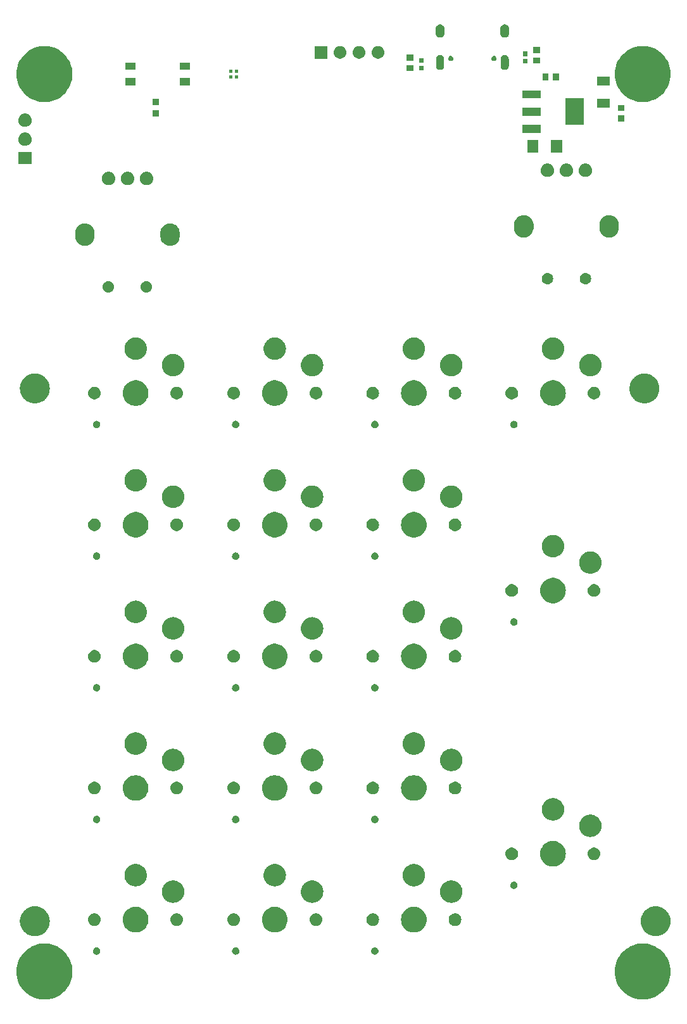
<source format=gts>
G04 #@! TF.GenerationSoftware,KiCad,Pcbnew,8.0.7*
G04 #@! TF.CreationDate,2025-01-13T19:24:39-05:00*
G04 #@! TF.ProjectId,numpad,6e756d70-6164-42e6-9b69-6361645f7063,rev?*
G04 #@! TF.SameCoordinates,Original*
G04 #@! TF.FileFunction,Soldermask,Top*
G04 #@! TF.FilePolarity,Negative*
%FSLAX46Y46*%
G04 Gerber Fmt 4.6, Leading zero omitted, Abs format (unit mm)*
G04 Created by KiCad (PCBNEW 8.0.7) date 2025-01-13 19:24:39*
%MOMM*%
%LPD*%
G01*
G04 APERTURE LIST*
G04 APERTURE END LIST*
G36*
X50567854Y-156293244D02*
G01*
X50939947Y-156369711D01*
X51302395Y-156483430D01*
X51651478Y-156633233D01*
X51983615Y-156817584D01*
X52295397Y-157034591D01*
X52583626Y-157282027D01*
X52845343Y-157557353D01*
X53077863Y-157857744D01*
X53278800Y-158180118D01*
X53446092Y-158521166D01*
X53578022Y-158877388D01*
X53673237Y-159245131D01*
X53730760Y-159620619D01*
X53750000Y-160000000D01*
X53730760Y-160379381D01*
X53673237Y-160754869D01*
X53578022Y-161122612D01*
X53446092Y-161478834D01*
X53278800Y-161819882D01*
X53077863Y-162142256D01*
X52845343Y-162442647D01*
X52583626Y-162717973D01*
X52295397Y-162965409D01*
X51983615Y-163182416D01*
X51651478Y-163366767D01*
X51302395Y-163516570D01*
X50939947Y-163630289D01*
X50567854Y-163706756D01*
X50189934Y-163745187D01*
X49810066Y-163745187D01*
X49432146Y-163706756D01*
X49060053Y-163630289D01*
X48697605Y-163516570D01*
X48348522Y-163366767D01*
X48016385Y-163182416D01*
X47704603Y-162965409D01*
X47416374Y-162717973D01*
X47154657Y-162442647D01*
X46922137Y-162142256D01*
X46721200Y-161819882D01*
X46553908Y-161478834D01*
X46421978Y-161122612D01*
X46326763Y-160754869D01*
X46269240Y-160379381D01*
X46250000Y-160000000D01*
X46269240Y-159620619D01*
X46326763Y-159245131D01*
X46421978Y-158877388D01*
X46553908Y-158521166D01*
X46721200Y-158180118D01*
X46922137Y-157857744D01*
X47154657Y-157557353D01*
X47416374Y-157282027D01*
X47704603Y-157034591D01*
X48016385Y-156817584D01*
X48348522Y-156633233D01*
X48697605Y-156483430D01*
X49060053Y-156369711D01*
X49432146Y-156293244D01*
X49810066Y-156254813D01*
X50189934Y-156254813D01*
X50567854Y-156293244D01*
G37*
G36*
X130567854Y-156293244D02*
G01*
X130939947Y-156369711D01*
X131302395Y-156483430D01*
X131651478Y-156633233D01*
X131983615Y-156817584D01*
X132295397Y-157034591D01*
X132583626Y-157282027D01*
X132845343Y-157557353D01*
X133077863Y-157857744D01*
X133278800Y-158180118D01*
X133446092Y-158521166D01*
X133578022Y-158877388D01*
X133673237Y-159245131D01*
X133730760Y-159620619D01*
X133750000Y-160000000D01*
X133730760Y-160379381D01*
X133673237Y-160754869D01*
X133578022Y-161122612D01*
X133446092Y-161478834D01*
X133278800Y-161819882D01*
X133077863Y-162142256D01*
X132845343Y-162442647D01*
X132583626Y-162717973D01*
X132295397Y-162965409D01*
X131983615Y-163182416D01*
X131651478Y-163366767D01*
X131302395Y-163516570D01*
X130939947Y-163630289D01*
X130567854Y-163706756D01*
X130189934Y-163745187D01*
X129810066Y-163745187D01*
X129432146Y-163706756D01*
X129060053Y-163630289D01*
X128697605Y-163516570D01*
X128348522Y-163366767D01*
X128016385Y-163182416D01*
X127704603Y-162965409D01*
X127416374Y-162717973D01*
X127154657Y-162442647D01*
X126922137Y-162142256D01*
X126721200Y-161819882D01*
X126553908Y-161478834D01*
X126421978Y-161122612D01*
X126326763Y-160754869D01*
X126269240Y-160379381D01*
X126250000Y-160000000D01*
X126269240Y-159620619D01*
X126326763Y-159245131D01*
X126421978Y-158877388D01*
X126553908Y-158521166D01*
X126721200Y-158180118D01*
X126922137Y-157857744D01*
X127154657Y-157557353D01*
X127416374Y-157282027D01*
X127704603Y-157034591D01*
X128016385Y-156817584D01*
X128348522Y-156633233D01*
X128697605Y-156483430D01*
X129060053Y-156369711D01*
X129432146Y-156293244D01*
X129810066Y-156254813D01*
X130189934Y-156254813D01*
X130567854Y-156293244D01*
G37*
G36*
X57014364Y-156759741D02*
G01*
X57050489Y-156759741D01*
X57079850Y-156768362D01*
X57108058Y-156772076D01*
X57145945Y-156787769D01*
X57185755Y-156799459D01*
X57206770Y-156812964D01*
X57227393Y-156821507D01*
X57265182Y-156850503D01*
X57304353Y-156875677D01*
X57316979Y-156890248D01*
X57329861Y-156900133D01*
X57363261Y-156943661D01*
X57396673Y-156982221D01*
X57402295Y-156994531D01*
X57408493Y-157002609D01*
X57432968Y-157061697D01*
X57455237Y-157110458D01*
X57456337Y-157118113D01*
X57457923Y-157121941D01*
X57469158Y-157207286D01*
X57475300Y-157250000D01*
X57469158Y-157292717D01*
X57457923Y-157378058D01*
X57456337Y-157381884D01*
X57455237Y-157389542D01*
X57432965Y-157438309D01*
X57408492Y-157497393D01*
X57402294Y-157505470D01*
X57396673Y-157517779D01*
X57363266Y-157556332D01*
X57329864Y-157599864D01*
X57316980Y-157609749D01*
X57304353Y-157624323D01*
X57265175Y-157649500D01*
X57227393Y-157678492D01*
X57206774Y-157687032D01*
X57185755Y-157700541D01*
X57145937Y-157712232D01*
X57108058Y-157727923D01*
X57079857Y-157731635D01*
X57050489Y-157740259D01*
X57014356Y-157740259D01*
X56980000Y-157744782D01*
X56945644Y-157740259D01*
X56909511Y-157740259D01*
X56880143Y-157731635D01*
X56851941Y-157727923D01*
X56814059Y-157712231D01*
X56774245Y-157700541D01*
X56753227Y-157687033D01*
X56732606Y-157678492D01*
X56694818Y-157649496D01*
X56655647Y-157624323D01*
X56643021Y-157609751D01*
X56630135Y-157599864D01*
X56596724Y-157556321D01*
X56563327Y-157517779D01*
X56557707Y-157505473D01*
X56551507Y-157497393D01*
X56527023Y-157438285D01*
X56504763Y-157389542D01*
X56503662Y-157381888D01*
X56502076Y-157378058D01*
X56490829Y-157292634D01*
X56484700Y-157250000D01*
X56490829Y-157207368D01*
X56502076Y-157121941D01*
X56503662Y-157118110D01*
X56504763Y-157110458D01*
X56527020Y-157061721D01*
X56551506Y-157002609D01*
X56557706Y-156994528D01*
X56563327Y-156982221D01*
X56596731Y-156943669D01*
X56630136Y-156900136D01*
X56643019Y-156890250D01*
X56655647Y-156875677D01*
X56694822Y-156850500D01*
X56732609Y-156821506D01*
X56753230Y-156812964D01*
X56774245Y-156799459D01*
X56814051Y-156787770D01*
X56851941Y-156772076D01*
X56880149Y-156768362D01*
X56909511Y-156759741D01*
X56945636Y-156759741D01*
X56980000Y-156755217D01*
X57014364Y-156759741D01*
G37*
G36*
X75614364Y-156759741D02*
G01*
X75650489Y-156759741D01*
X75679850Y-156768362D01*
X75708058Y-156772076D01*
X75745945Y-156787769D01*
X75785755Y-156799459D01*
X75806770Y-156812964D01*
X75827393Y-156821507D01*
X75865182Y-156850503D01*
X75904353Y-156875677D01*
X75916979Y-156890248D01*
X75929861Y-156900133D01*
X75963261Y-156943661D01*
X75996673Y-156982221D01*
X76002295Y-156994531D01*
X76008493Y-157002609D01*
X76032968Y-157061697D01*
X76055237Y-157110458D01*
X76056337Y-157118113D01*
X76057923Y-157121941D01*
X76069158Y-157207286D01*
X76075300Y-157250000D01*
X76069158Y-157292717D01*
X76057923Y-157378058D01*
X76056337Y-157381884D01*
X76055237Y-157389542D01*
X76032965Y-157438309D01*
X76008492Y-157497393D01*
X76002294Y-157505470D01*
X75996673Y-157517779D01*
X75963266Y-157556332D01*
X75929864Y-157599864D01*
X75916980Y-157609749D01*
X75904353Y-157624323D01*
X75865175Y-157649500D01*
X75827393Y-157678492D01*
X75806774Y-157687032D01*
X75785755Y-157700541D01*
X75745937Y-157712232D01*
X75708058Y-157727923D01*
X75679857Y-157731635D01*
X75650489Y-157740259D01*
X75614356Y-157740259D01*
X75580000Y-157744782D01*
X75545644Y-157740259D01*
X75509511Y-157740259D01*
X75480143Y-157731635D01*
X75451941Y-157727923D01*
X75414059Y-157712231D01*
X75374245Y-157700541D01*
X75353227Y-157687033D01*
X75332606Y-157678492D01*
X75294818Y-157649496D01*
X75255647Y-157624323D01*
X75243021Y-157609751D01*
X75230135Y-157599864D01*
X75196724Y-157556321D01*
X75163327Y-157517779D01*
X75157707Y-157505473D01*
X75151507Y-157497393D01*
X75127023Y-157438285D01*
X75104763Y-157389542D01*
X75103662Y-157381888D01*
X75102076Y-157378058D01*
X75090829Y-157292634D01*
X75084700Y-157250000D01*
X75090829Y-157207368D01*
X75102076Y-157121941D01*
X75103662Y-157118110D01*
X75104763Y-157110458D01*
X75127020Y-157061721D01*
X75151506Y-157002609D01*
X75157706Y-156994528D01*
X75163327Y-156982221D01*
X75196731Y-156943669D01*
X75230136Y-156900136D01*
X75243019Y-156890250D01*
X75255647Y-156875677D01*
X75294822Y-156850500D01*
X75332609Y-156821506D01*
X75353230Y-156812964D01*
X75374245Y-156799459D01*
X75414051Y-156787770D01*
X75451941Y-156772076D01*
X75480149Y-156768362D01*
X75509511Y-156759741D01*
X75545636Y-156759741D01*
X75580000Y-156755217D01*
X75614364Y-156759741D01*
G37*
G36*
X94214364Y-156759741D02*
G01*
X94250489Y-156759741D01*
X94279850Y-156768362D01*
X94308058Y-156772076D01*
X94345945Y-156787769D01*
X94385755Y-156799459D01*
X94406770Y-156812964D01*
X94427393Y-156821507D01*
X94465182Y-156850503D01*
X94504353Y-156875677D01*
X94516979Y-156890248D01*
X94529861Y-156900133D01*
X94563261Y-156943661D01*
X94596673Y-156982221D01*
X94602295Y-156994531D01*
X94608493Y-157002609D01*
X94632968Y-157061697D01*
X94655237Y-157110458D01*
X94656337Y-157118113D01*
X94657923Y-157121941D01*
X94669158Y-157207286D01*
X94675300Y-157250000D01*
X94669158Y-157292717D01*
X94657923Y-157378058D01*
X94656337Y-157381884D01*
X94655237Y-157389542D01*
X94632965Y-157438309D01*
X94608492Y-157497393D01*
X94602294Y-157505470D01*
X94596673Y-157517779D01*
X94563266Y-157556332D01*
X94529864Y-157599864D01*
X94516980Y-157609749D01*
X94504353Y-157624323D01*
X94465175Y-157649500D01*
X94427393Y-157678492D01*
X94406774Y-157687032D01*
X94385755Y-157700541D01*
X94345937Y-157712232D01*
X94308058Y-157727923D01*
X94279857Y-157731635D01*
X94250489Y-157740259D01*
X94214356Y-157740259D01*
X94180000Y-157744782D01*
X94145644Y-157740259D01*
X94109511Y-157740259D01*
X94080143Y-157731635D01*
X94051941Y-157727923D01*
X94014059Y-157712231D01*
X93974245Y-157700541D01*
X93953227Y-157687033D01*
X93932606Y-157678492D01*
X93894818Y-157649496D01*
X93855647Y-157624323D01*
X93843021Y-157609751D01*
X93830135Y-157599864D01*
X93796724Y-157556321D01*
X93763327Y-157517779D01*
X93757707Y-157505473D01*
X93751507Y-157497393D01*
X93727023Y-157438285D01*
X93704763Y-157389542D01*
X93703662Y-157381888D01*
X93702076Y-157378058D01*
X93690829Y-157292634D01*
X93684700Y-157250000D01*
X93690829Y-157207368D01*
X93702076Y-157121941D01*
X93703662Y-157118110D01*
X93704763Y-157110458D01*
X93727020Y-157061721D01*
X93751506Y-157002609D01*
X93757706Y-156994528D01*
X93763327Y-156982221D01*
X93796731Y-156943669D01*
X93830136Y-156900136D01*
X93843019Y-156890250D01*
X93855647Y-156875677D01*
X93894822Y-156850500D01*
X93932609Y-156821506D01*
X93953230Y-156812964D01*
X93974245Y-156799459D01*
X94014051Y-156787770D01*
X94051941Y-156772076D01*
X94080149Y-156768362D01*
X94109511Y-156759741D01*
X94145636Y-156759741D01*
X94180000Y-156755217D01*
X94214364Y-156759741D01*
G37*
G36*
X48792141Y-151254802D02*
G01*
X48861476Y-151254802D01*
X48936693Y-151265140D01*
X49009630Y-151270357D01*
X49069669Y-151283417D01*
X49131883Y-151291969D01*
X49211419Y-151314253D01*
X49288465Y-151331014D01*
X49340476Y-151350413D01*
X49394708Y-151365608D01*
X49476696Y-151401220D01*
X49555830Y-151430736D01*
X49599324Y-151454485D01*
X49645068Y-151474355D01*
X49727365Y-151524401D01*
X49806282Y-151567493D01*
X49841153Y-151593597D01*
X49878277Y-151616173D01*
X49958550Y-151681480D01*
X50034721Y-151738501D01*
X50061262Y-151765042D01*
X50090012Y-151788432D01*
X50165782Y-151869562D01*
X50236499Y-151940279D01*
X50255369Y-151965486D01*
X50276315Y-151987914D01*
X50345007Y-152085228D01*
X50407507Y-152168718D01*
X50419689Y-152191029D01*
X50433719Y-152210904D01*
X50492753Y-152324836D01*
X50544264Y-152419170D01*
X50551021Y-152437287D01*
X50559291Y-152453247D01*
X50606125Y-152585028D01*
X50643986Y-152686535D01*
X50646802Y-152699480D01*
X50650700Y-152710448D01*
X50682980Y-152865787D01*
X50704643Y-152965370D01*
X50705151Y-152972482D01*
X50706233Y-152977686D01*
X50721769Y-153204835D01*
X50725000Y-153250000D01*
X50721769Y-153295167D01*
X50706233Y-153522313D01*
X50705151Y-153527515D01*
X50704643Y-153534630D01*
X50682975Y-153634233D01*
X50650700Y-153789551D01*
X50646802Y-153800517D01*
X50643986Y-153813465D01*
X50606118Y-153914991D01*
X50559291Y-154046752D01*
X50551022Y-154062708D01*
X50544264Y-154080830D01*
X50492743Y-154175182D01*
X50433719Y-154289095D01*
X50419692Y-154308966D01*
X50407507Y-154331282D01*
X50344994Y-154414788D01*
X50276315Y-154512085D01*
X50255372Y-154534508D01*
X50236499Y-154559721D01*
X50165768Y-154630451D01*
X50090012Y-154711567D01*
X50061268Y-154734951D01*
X50034721Y-154761499D01*
X49958534Y-154818531D01*
X49878277Y-154883826D01*
X49841160Y-154906396D01*
X49806282Y-154932507D01*
X49727349Y-154975607D01*
X49645068Y-155025644D01*
X49599333Y-155045509D01*
X49555830Y-155069264D01*
X49476680Y-155098785D01*
X49394708Y-155134391D01*
X49340487Y-155149582D01*
X49288465Y-155168986D01*
X49211403Y-155185749D01*
X49131883Y-155208030D01*
X49069679Y-155216580D01*
X49009630Y-155229643D01*
X48936689Y-155234859D01*
X48861476Y-155245198D01*
X48792141Y-155245198D01*
X48725000Y-155250000D01*
X48657859Y-155245198D01*
X48588524Y-155245198D01*
X48513310Y-155234859D01*
X48440370Y-155229643D01*
X48380321Y-155216580D01*
X48318116Y-155208030D01*
X48238592Y-155185748D01*
X48161535Y-155168986D01*
X48109515Y-155149583D01*
X48055291Y-155134391D01*
X47973312Y-155098782D01*
X47894170Y-155069264D01*
X47850670Y-155045511D01*
X47804931Y-155025644D01*
X47722640Y-154975602D01*
X47643718Y-154932507D01*
X47608843Y-154906400D01*
X47571722Y-154883826D01*
X47491452Y-154818522D01*
X47415279Y-154761499D01*
X47388736Y-154734956D01*
X47359987Y-154711567D01*
X47284216Y-154630436D01*
X47213501Y-154559721D01*
X47194631Y-154534513D01*
X47173684Y-154512085D01*
X47104987Y-154414764D01*
X47042493Y-154331282D01*
X47030311Y-154308972D01*
X47016280Y-154289095D01*
X46957236Y-154175146D01*
X46905736Y-154080830D01*
X46898979Y-154062715D01*
X46890708Y-154046752D01*
X46843860Y-153914935D01*
X46806014Y-153813465D01*
X46803198Y-153800524D01*
X46799299Y-153789551D01*
X46767002Y-153634131D01*
X46745357Y-153534630D01*
X46744848Y-153527523D01*
X46743766Y-153522313D01*
X46728207Y-153294847D01*
X46725000Y-153250000D01*
X46728207Y-153205156D01*
X46743766Y-152977686D01*
X46744848Y-152972475D01*
X46745357Y-152965370D01*
X46766997Y-152865890D01*
X46799299Y-152710448D01*
X46803199Y-152699473D01*
X46806014Y-152686535D01*
X46843852Y-152585085D01*
X46890708Y-152453247D01*
X46898981Y-152437280D01*
X46905736Y-152419170D01*
X46957226Y-152324871D01*
X47016280Y-152210904D01*
X47030313Y-152191023D01*
X47042493Y-152168718D01*
X47104975Y-152085251D01*
X47173684Y-151987914D01*
X47194634Y-151965480D01*
X47213501Y-151940279D01*
X47284202Y-151869577D01*
X47359987Y-151788432D01*
X47388741Y-151765038D01*
X47415279Y-151738501D01*
X47491437Y-151681489D01*
X47571722Y-151616173D01*
X47608850Y-151593594D01*
X47643718Y-151567493D01*
X47722624Y-151524406D01*
X47804931Y-151474355D01*
X47850679Y-151454483D01*
X47894170Y-151430736D01*
X47973296Y-151401223D01*
X48055291Y-151365608D01*
X48109526Y-151350412D01*
X48161535Y-151331014D01*
X48238576Y-151314254D01*
X48318116Y-151291969D01*
X48380331Y-151283417D01*
X48440370Y-151270357D01*
X48513306Y-151265140D01*
X48588524Y-151254802D01*
X48657859Y-151254802D01*
X48725000Y-151250000D01*
X48792141Y-151254802D01*
G37*
G36*
X131792141Y-151254802D02*
G01*
X131861476Y-151254802D01*
X131936693Y-151265140D01*
X132009630Y-151270357D01*
X132069669Y-151283417D01*
X132131883Y-151291969D01*
X132211419Y-151314253D01*
X132288465Y-151331014D01*
X132340476Y-151350413D01*
X132394708Y-151365608D01*
X132476696Y-151401220D01*
X132555830Y-151430736D01*
X132599324Y-151454485D01*
X132645068Y-151474355D01*
X132727365Y-151524401D01*
X132806282Y-151567493D01*
X132841153Y-151593597D01*
X132878277Y-151616173D01*
X132958550Y-151681480D01*
X133034721Y-151738501D01*
X133061262Y-151765042D01*
X133090012Y-151788432D01*
X133165782Y-151869562D01*
X133236499Y-151940279D01*
X133255369Y-151965486D01*
X133276315Y-151987914D01*
X133345007Y-152085228D01*
X133407507Y-152168718D01*
X133419689Y-152191029D01*
X133433719Y-152210904D01*
X133492753Y-152324836D01*
X133544264Y-152419170D01*
X133551021Y-152437287D01*
X133559291Y-152453247D01*
X133606125Y-152585028D01*
X133643986Y-152686535D01*
X133646802Y-152699480D01*
X133650700Y-152710448D01*
X133682980Y-152865787D01*
X133704643Y-152965370D01*
X133705151Y-152972482D01*
X133706233Y-152977686D01*
X133721769Y-153204835D01*
X133725000Y-153250000D01*
X133721769Y-153295167D01*
X133706233Y-153522313D01*
X133705151Y-153527515D01*
X133704643Y-153534630D01*
X133682975Y-153634233D01*
X133650700Y-153789551D01*
X133646802Y-153800517D01*
X133643986Y-153813465D01*
X133606118Y-153914991D01*
X133559291Y-154046752D01*
X133551022Y-154062708D01*
X133544264Y-154080830D01*
X133492743Y-154175182D01*
X133433719Y-154289095D01*
X133419692Y-154308966D01*
X133407507Y-154331282D01*
X133344994Y-154414788D01*
X133276315Y-154512085D01*
X133255372Y-154534508D01*
X133236499Y-154559721D01*
X133165768Y-154630451D01*
X133090012Y-154711567D01*
X133061268Y-154734951D01*
X133034721Y-154761499D01*
X132958534Y-154818531D01*
X132878277Y-154883826D01*
X132841160Y-154906396D01*
X132806282Y-154932507D01*
X132727349Y-154975607D01*
X132645068Y-155025644D01*
X132599333Y-155045509D01*
X132555830Y-155069264D01*
X132476680Y-155098785D01*
X132394708Y-155134391D01*
X132340487Y-155149582D01*
X132288465Y-155168986D01*
X132211403Y-155185749D01*
X132131883Y-155208030D01*
X132069679Y-155216580D01*
X132009630Y-155229643D01*
X131936689Y-155234859D01*
X131861476Y-155245198D01*
X131792141Y-155245198D01*
X131725000Y-155250000D01*
X131657859Y-155245198D01*
X131588524Y-155245198D01*
X131513310Y-155234859D01*
X131440370Y-155229643D01*
X131380321Y-155216580D01*
X131318116Y-155208030D01*
X131238592Y-155185748D01*
X131161535Y-155168986D01*
X131109515Y-155149583D01*
X131055291Y-155134391D01*
X130973312Y-155098782D01*
X130894170Y-155069264D01*
X130850670Y-155045511D01*
X130804931Y-155025644D01*
X130722640Y-154975602D01*
X130643718Y-154932507D01*
X130608843Y-154906400D01*
X130571722Y-154883826D01*
X130491452Y-154818522D01*
X130415279Y-154761499D01*
X130388736Y-154734956D01*
X130359987Y-154711567D01*
X130284216Y-154630436D01*
X130213501Y-154559721D01*
X130194631Y-154534513D01*
X130173684Y-154512085D01*
X130104987Y-154414764D01*
X130042493Y-154331282D01*
X130030311Y-154308972D01*
X130016280Y-154289095D01*
X129957236Y-154175146D01*
X129905736Y-154080830D01*
X129898979Y-154062715D01*
X129890708Y-154046752D01*
X129843860Y-153914935D01*
X129806014Y-153813465D01*
X129803198Y-153800524D01*
X129799299Y-153789551D01*
X129767002Y-153634131D01*
X129745357Y-153534630D01*
X129744848Y-153527523D01*
X129743766Y-153522313D01*
X129728207Y-153294847D01*
X129725000Y-153250000D01*
X129728207Y-153205156D01*
X129743766Y-152977686D01*
X129744848Y-152972475D01*
X129745357Y-152965370D01*
X129766997Y-152865890D01*
X129799299Y-152710448D01*
X129803199Y-152699473D01*
X129806014Y-152686535D01*
X129843852Y-152585085D01*
X129890708Y-152453247D01*
X129898981Y-152437280D01*
X129905736Y-152419170D01*
X129957226Y-152324871D01*
X130016280Y-152210904D01*
X130030313Y-152191023D01*
X130042493Y-152168718D01*
X130104975Y-152085251D01*
X130173684Y-151987914D01*
X130194634Y-151965480D01*
X130213501Y-151940279D01*
X130284202Y-151869577D01*
X130359987Y-151788432D01*
X130388741Y-151765038D01*
X130415279Y-151738501D01*
X130491437Y-151681489D01*
X130571722Y-151616173D01*
X130608850Y-151593594D01*
X130643718Y-151567493D01*
X130722624Y-151524406D01*
X130804931Y-151474355D01*
X130850679Y-151454483D01*
X130894170Y-151430736D01*
X130973296Y-151401223D01*
X131055291Y-151365608D01*
X131109526Y-151350412D01*
X131161535Y-151331014D01*
X131238576Y-151314254D01*
X131318116Y-151291969D01*
X131380331Y-151283417D01*
X131440370Y-151270357D01*
X131513306Y-151265140D01*
X131588524Y-151254802D01*
X131657859Y-151254802D01*
X131725000Y-151250000D01*
X131792141Y-151254802D01*
G37*
G36*
X62581512Y-151378486D02*
G01*
X62826377Y-151454017D01*
X63057250Y-151565199D01*
X63268973Y-151709550D01*
X63456817Y-151883844D01*
X63616586Y-152084188D01*
X63744711Y-152306106D01*
X63838330Y-152544642D01*
X63895350Y-152794467D01*
X63914500Y-153050000D01*
X63895350Y-153305533D01*
X63838330Y-153555358D01*
X63744711Y-153793894D01*
X63616586Y-154015812D01*
X63456817Y-154216156D01*
X63268973Y-154390450D01*
X63057250Y-154534801D01*
X62826377Y-154645983D01*
X62581512Y-154721514D01*
X62328125Y-154759706D01*
X62071875Y-154759706D01*
X61818488Y-154721514D01*
X61573623Y-154645983D01*
X61342750Y-154534801D01*
X61131027Y-154390450D01*
X60943183Y-154216156D01*
X60783414Y-154015812D01*
X60655289Y-153793894D01*
X60561670Y-153555358D01*
X60504650Y-153305533D01*
X60485500Y-153050000D01*
X60504650Y-152794467D01*
X60561670Y-152544642D01*
X60655289Y-152306106D01*
X60783414Y-152084188D01*
X60943183Y-151883844D01*
X61131027Y-151709550D01*
X61342750Y-151565199D01*
X61573623Y-151454017D01*
X61818488Y-151378486D01*
X62071875Y-151340294D01*
X62328125Y-151340294D01*
X62581512Y-151378486D01*
G37*
G36*
X81181512Y-151378486D02*
G01*
X81426377Y-151454017D01*
X81657250Y-151565199D01*
X81868973Y-151709550D01*
X82056817Y-151883844D01*
X82216586Y-152084188D01*
X82344711Y-152306106D01*
X82438330Y-152544642D01*
X82495350Y-152794467D01*
X82514500Y-153050000D01*
X82495350Y-153305533D01*
X82438330Y-153555358D01*
X82344711Y-153793894D01*
X82216586Y-154015812D01*
X82056817Y-154216156D01*
X81868973Y-154390450D01*
X81657250Y-154534801D01*
X81426377Y-154645983D01*
X81181512Y-154721514D01*
X80928125Y-154759706D01*
X80671875Y-154759706D01*
X80418488Y-154721514D01*
X80173623Y-154645983D01*
X79942750Y-154534801D01*
X79731027Y-154390450D01*
X79543183Y-154216156D01*
X79383414Y-154015812D01*
X79255289Y-153793894D01*
X79161670Y-153555358D01*
X79104650Y-153305533D01*
X79085500Y-153050000D01*
X79104650Y-152794467D01*
X79161670Y-152544642D01*
X79255289Y-152306106D01*
X79383414Y-152084188D01*
X79543183Y-151883844D01*
X79731027Y-151709550D01*
X79942750Y-151565199D01*
X80173623Y-151454017D01*
X80418488Y-151378486D01*
X80671875Y-151340294D01*
X80928125Y-151340294D01*
X81181512Y-151378486D01*
G37*
G36*
X99781512Y-151378486D02*
G01*
X100026377Y-151454017D01*
X100257250Y-151565199D01*
X100468973Y-151709550D01*
X100656817Y-151883844D01*
X100816586Y-152084188D01*
X100944711Y-152306106D01*
X101038330Y-152544642D01*
X101095350Y-152794467D01*
X101114500Y-153050000D01*
X101095350Y-153305533D01*
X101038330Y-153555358D01*
X100944711Y-153793894D01*
X100816586Y-154015812D01*
X100656817Y-154216156D01*
X100468973Y-154390450D01*
X100257250Y-154534801D01*
X100026377Y-154645983D01*
X99781512Y-154721514D01*
X99528125Y-154759706D01*
X99271875Y-154759706D01*
X99018488Y-154721514D01*
X98773623Y-154645983D01*
X98542750Y-154534801D01*
X98331027Y-154390450D01*
X98143183Y-154216156D01*
X97983414Y-154015812D01*
X97855289Y-153793894D01*
X97761670Y-153555358D01*
X97704650Y-153305533D01*
X97685500Y-153050000D01*
X97704650Y-152794467D01*
X97761670Y-152544642D01*
X97855289Y-152306106D01*
X97983414Y-152084188D01*
X98143183Y-151883844D01*
X98331027Y-151709550D01*
X98542750Y-151565199D01*
X98773623Y-151454017D01*
X99018488Y-151378486D01*
X99271875Y-151340294D01*
X99528125Y-151340294D01*
X99781512Y-151378486D01*
G37*
G36*
X56962943Y-152240746D02*
G01*
X57125450Y-152313099D01*
X57269363Y-152417658D01*
X57388393Y-152549854D01*
X57477336Y-152703908D01*
X57532306Y-152873088D01*
X57550900Y-153050000D01*
X57532306Y-153226912D01*
X57477336Y-153396092D01*
X57388393Y-153550146D01*
X57269363Y-153682342D01*
X57125450Y-153786901D01*
X56962943Y-153859254D01*
X56788943Y-153896239D01*
X56611057Y-153896239D01*
X56437057Y-153859254D01*
X56274550Y-153786901D01*
X56130637Y-153682342D01*
X56011607Y-153550146D01*
X55922664Y-153396092D01*
X55867694Y-153226912D01*
X55849100Y-153050000D01*
X55867694Y-152873088D01*
X55922664Y-152703908D01*
X56011607Y-152549854D01*
X56130637Y-152417658D01*
X56274550Y-152313099D01*
X56437057Y-152240746D01*
X56611057Y-152203761D01*
X56788943Y-152203761D01*
X56962943Y-152240746D01*
G37*
G36*
X67962943Y-152240746D02*
G01*
X68125450Y-152313099D01*
X68269363Y-152417658D01*
X68388393Y-152549854D01*
X68477336Y-152703908D01*
X68532306Y-152873088D01*
X68550900Y-153050000D01*
X68532306Y-153226912D01*
X68477336Y-153396092D01*
X68388393Y-153550146D01*
X68269363Y-153682342D01*
X68125450Y-153786901D01*
X67962943Y-153859254D01*
X67788943Y-153896239D01*
X67611057Y-153896239D01*
X67437057Y-153859254D01*
X67274550Y-153786901D01*
X67130637Y-153682342D01*
X67011607Y-153550146D01*
X66922664Y-153396092D01*
X66867694Y-153226912D01*
X66849100Y-153050000D01*
X66867694Y-152873088D01*
X66922664Y-152703908D01*
X67011607Y-152549854D01*
X67130637Y-152417658D01*
X67274550Y-152313099D01*
X67437057Y-152240746D01*
X67611057Y-152203761D01*
X67788943Y-152203761D01*
X67962943Y-152240746D01*
G37*
G36*
X75562943Y-152240746D02*
G01*
X75725450Y-152313099D01*
X75869363Y-152417658D01*
X75988393Y-152549854D01*
X76077336Y-152703908D01*
X76132306Y-152873088D01*
X76150900Y-153050000D01*
X76132306Y-153226912D01*
X76077336Y-153396092D01*
X75988393Y-153550146D01*
X75869363Y-153682342D01*
X75725450Y-153786901D01*
X75562943Y-153859254D01*
X75388943Y-153896239D01*
X75211057Y-153896239D01*
X75037057Y-153859254D01*
X74874550Y-153786901D01*
X74730637Y-153682342D01*
X74611607Y-153550146D01*
X74522664Y-153396092D01*
X74467694Y-153226912D01*
X74449100Y-153050000D01*
X74467694Y-152873088D01*
X74522664Y-152703908D01*
X74611607Y-152549854D01*
X74730637Y-152417658D01*
X74874550Y-152313099D01*
X75037057Y-152240746D01*
X75211057Y-152203761D01*
X75388943Y-152203761D01*
X75562943Y-152240746D01*
G37*
G36*
X86562943Y-152240746D02*
G01*
X86725450Y-152313099D01*
X86869363Y-152417658D01*
X86988393Y-152549854D01*
X87077336Y-152703908D01*
X87132306Y-152873088D01*
X87150900Y-153050000D01*
X87132306Y-153226912D01*
X87077336Y-153396092D01*
X86988393Y-153550146D01*
X86869363Y-153682342D01*
X86725450Y-153786901D01*
X86562943Y-153859254D01*
X86388943Y-153896239D01*
X86211057Y-153896239D01*
X86037057Y-153859254D01*
X85874550Y-153786901D01*
X85730637Y-153682342D01*
X85611607Y-153550146D01*
X85522664Y-153396092D01*
X85467694Y-153226912D01*
X85449100Y-153050000D01*
X85467694Y-152873088D01*
X85522664Y-152703908D01*
X85611607Y-152549854D01*
X85730637Y-152417658D01*
X85874550Y-152313099D01*
X86037057Y-152240746D01*
X86211057Y-152203761D01*
X86388943Y-152203761D01*
X86562943Y-152240746D01*
G37*
G36*
X94162943Y-152240746D02*
G01*
X94325450Y-152313099D01*
X94469363Y-152417658D01*
X94588393Y-152549854D01*
X94677336Y-152703908D01*
X94732306Y-152873088D01*
X94750900Y-153050000D01*
X94732306Y-153226912D01*
X94677336Y-153396092D01*
X94588393Y-153550146D01*
X94469363Y-153682342D01*
X94325450Y-153786901D01*
X94162943Y-153859254D01*
X93988943Y-153896239D01*
X93811057Y-153896239D01*
X93637057Y-153859254D01*
X93474550Y-153786901D01*
X93330637Y-153682342D01*
X93211607Y-153550146D01*
X93122664Y-153396092D01*
X93067694Y-153226912D01*
X93049100Y-153050000D01*
X93067694Y-152873088D01*
X93122664Y-152703908D01*
X93211607Y-152549854D01*
X93330637Y-152417658D01*
X93474550Y-152313099D01*
X93637057Y-152240746D01*
X93811057Y-152203761D01*
X93988943Y-152203761D01*
X94162943Y-152240746D01*
G37*
G36*
X105162943Y-152240746D02*
G01*
X105325450Y-152313099D01*
X105469363Y-152417658D01*
X105588393Y-152549854D01*
X105677336Y-152703908D01*
X105732306Y-152873088D01*
X105750900Y-153050000D01*
X105732306Y-153226912D01*
X105677336Y-153396092D01*
X105588393Y-153550146D01*
X105469363Y-153682342D01*
X105325450Y-153786901D01*
X105162943Y-153859254D01*
X104988943Y-153896239D01*
X104811057Y-153896239D01*
X104637057Y-153859254D01*
X104474550Y-153786901D01*
X104330637Y-153682342D01*
X104211607Y-153550146D01*
X104122664Y-153396092D01*
X104067694Y-153226912D01*
X104049100Y-153050000D01*
X104067694Y-152873088D01*
X104122664Y-152703908D01*
X104211607Y-152549854D01*
X104330637Y-152417658D01*
X104474550Y-152313099D01*
X104637057Y-152240746D01*
X104811057Y-152203761D01*
X104988943Y-152203761D01*
X105162943Y-152240746D01*
G37*
G36*
X67262744Y-147805123D02*
G01*
X67323869Y-147805123D01*
X67378427Y-147814227D01*
X67434623Y-147818650D01*
X67502304Y-147834899D01*
X67568228Y-147845900D01*
X67614986Y-147861952D01*
X67663465Y-147873591D01*
X67734026Y-147902818D01*
X67802543Y-147926340D01*
X67840813Y-147947050D01*
X67880902Y-147963656D01*
X67951959Y-148007200D01*
X68020422Y-148044250D01*
X68050046Y-148067307D01*
X68081568Y-148086624D01*
X68150449Y-148145454D01*
X68215922Y-148196414D01*
X68237281Y-148219616D01*
X68260528Y-148239471D01*
X68324365Y-148314214D01*
X68383711Y-148378681D01*
X68397659Y-148400030D01*
X68413375Y-148418431D01*
X68469221Y-148509564D01*
X68519211Y-148586079D01*
X68527022Y-148603886D01*
X68536343Y-148619097D01*
X68581261Y-148727540D01*
X68618726Y-148812951D01*
X68622008Y-148825911D01*
X68626408Y-148836534D01*
X68657623Y-148966553D01*
X68679542Y-149053108D01*
X68680141Y-149060348D01*
X68681349Y-149065376D01*
X68696296Y-149255307D01*
X68700000Y-149300000D01*
X68696296Y-149344696D01*
X68681349Y-149534623D01*
X68680142Y-149539650D01*
X68679542Y-149546892D01*
X68657618Y-149633464D01*
X68626408Y-149763465D01*
X68622008Y-149774085D01*
X68618726Y-149787049D01*
X68581254Y-149872476D01*
X68536343Y-149980902D01*
X68527023Y-149996109D01*
X68519211Y-150013921D01*
X68469211Y-150090450D01*
X68413375Y-150181568D01*
X68397661Y-150199965D01*
X68383711Y-150221319D01*
X68324353Y-150285798D01*
X68260528Y-150360528D01*
X68237285Y-150380378D01*
X68215922Y-150403586D01*
X68150436Y-150454555D01*
X68081568Y-150513375D01*
X68050052Y-150532687D01*
X68020422Y-150555750D01*
X67951945Y-150592807D01*
X67880902Y-150636343D01*
X67840820Y-150652945D01*
X67802543Y-150673660D01*
X67734011Y-150697186D01*
X67663465Y-150726408D01*
X67614996Y-150738044D01*
X67568228Y-150754100D01*
X67502290Y-150765103D01*
X67434623Y-150781349D01*
X67378439Y-150785770D01*
X67323869Y-150794877D01*
X67262731Y-150794877D01*
X67200000Y-150799814D01*
X67137268Y-150794877D01*
X67076131Y-150794877D01*
X67021561Y-150785770D01*
X66965376Y-150781349D01*
X66897706Y-150765102D01*
X66831772Y-150754100D01*
X66785005Y-150738045D01*
X66736534Y-150726408D01*
X66665982Y-150697184D01*
X66597457Y-150673660D01*
X66559182Y-150652946D01*
X66519097Y-150636343D01*
X66448045Y-150592802D01*
X66379578Y-150555750D01*
X66349951Y-150532690D01*
X66318431Y-150513375D01*
X66249552Y-150454546D01*
X66184078Y-150403586D01*
X66162717Y-150380382D01*
X66139471Y-150360528D01*
X66075632Y-150285783D01*
X66016289Y-150221319D01*
X66002341Y-150199970D01*
X65986624Y-150181568D01*
X65930771Y-150090425D01*
X65880789Y-150013921D01*
X65872978Y-149996115D01*
X65863656Y-149980902D01*
X65818727Y-149872435D01*
X65781274Y-149787049D01*
X65777992Y-149774092D01*
X65773591Y-149763465D01*
X65742361Y-149633388D01*
X65720458Y-149546892D01*
X65719858Y-149539656D01*
X65718650Y-149534623D01*
X65703683Y-149344456D01*
X65700000Y-149300000D01*
X65703683Y-149255547D01*
X65718650Y-149065376D01*
X65719858Y-149060342D01*
X65720458Y-149053108D01*
X65742357Y-148966629D01*
X65773591Y-148836534D01*
X65777993Y-148825905D01*
X65781274Y-148812951D01*
X65818720Y-148727581D01*
X65863656Y-148619097D01*
X65872980Y-148603881D01*
X65880789Y-148586079D01*
X65930762Y-148509589D01*
X65986624Y-148418431D01*
X66002344Y-148400025D01*
X66016289Y-148378681D01*
X66075620Y-148314229D01*
X66139471Y-148239471D01*
X66162722Y-148219612D01*
X66184078Y-148196414D01*
X66249539Y-148145463D01*
X66318431Y-148086624D01*
X66349957Y-148067304D01*
X66379578Y-148044250D01*
X66448031Y-148007204D01*
X66519097Y-147963656D01*
X66559190Y-147947048D01*
X66597457Y-147926340D01*
X66665968Y-147902820D01*
X66736534Y-147873591D01*
X66785015Y-147861951D01*
X66831772Y-147845900D01*
X66897692Y-147834899D01*
X66965376Y-147818650D01*
X67021573Y-147814227D01*
X67076131Y-147805123D01*
X67137256Y-147805123D01*
X67200000Y-147800185D01*
X67262744Y-147805123D01*
G37*
G36*
X85862744Y-147805123D02*
G01*
X85923869Y-147805123D01*
X85978427Y-147814227D01*
X86034623Y-147818650D01*
X86102304Y-147834899D01*
X86168228Y-147845900D01*
X86214986Y-147861952D01*
X86263465Y-147873591D01*
X86334026Y-147902818D01*
X86402543Y-147926340D01*
X86440813Y-147947050D01*
X86480902Y-147963656D01*
X86551959Y-148007200D01*
X86620422Y-148044250D01*
X86650046Y-148067307D01*
X86681568Y-148086624D01*
X86750449Y-148145454D01*
X86815922Y-148196414D01*
X86837281Y-148219616D01*
X86860528Y-148239471D01*
X86924365Y-148314214D01*
X86983711Y-148378681D01*
X86997659Y-148400030D01*
X87013375Y-148418431D01*
X87069221Y-148509564D01*
X87119211Y-148586079D01*
X87127022Y-148603886D01*
X87136343Y-148619097D01*
X87181261Y-148727540D01*
X87218726Y-148812951D01*
X87222008Y-148825911D01*
X87226408Y-148836534D01*
X87257623Y-148966553D01*
X87279542Y-149053108D01*
X87280141Y-149060348D01*
X87281349Y-149065376D01*
X87296296Y-149255307D01*
X87300000Y-149300000D01*
X87296296Y-149344696D01*
X87281349Y-149534623D01*
X87280142Y-149539650D01*
X87279542Y-149546892D01*
X87257618Y-149633464D01*
X87226408Y-149763465D01*
X87222008Y-149774085D01*
X87218726Y-149787049D01*
X87181254Y-149872476D01*
X87136343Y-149980902D01*
X87127023Y-149996109D01*
X87119211Y-150013921D01*
X87069211Y-150090450D01*
X87013375Y-150181568D01*
X86997661Y-150199965D01*
X86983711Y-150221319D01*
X86924353Y-150285798D01*
X86860528Y-150360528D01*
X86837285Y-150380378D01*
X86815922Y-150403586D01*
X86750436Y-150454555D01*
X86681568Y-150513375D01*
X86650052Y-150532687D01*
X86620422Y-150555750D01*
X86551945Y-150592807D01*
X86480902Y-150636343D01*
X86440820Y-150652945D01*
X86402543Y-150673660D01*
X86334011Y-150697186D01*
X86263465Y-150726408D01*
X86214996Y-150738044D01*
X86168228Y-150754100D01*
X86102290Y-150765103D01*
X86034623Y-150781349D01*
X85978439Y-150785770D01*
X85923869Y-150794877D01*
X85862731Y-150794877D01*
X85800000Y-150799814D01*
X85737268Y-150794877D01*
X85676131Y-150794877D01*
X85621561Y-150785770D01*
X85565376Y-150781349D01*
X85497706Y-150765102D01*
X85431772Y-150754100D01*
X85385005Y-150738045D01*
X85336534Y-150726408D01*
X85265982Y-150697184D01*
X85197457Y-150673660D01*
X85159182Y-150652946D01*
X85119097Y-150636343D01*
X85048045Y-150592802D01*
X84979578Y-150555750D01*
X84949951Y-150532690D01*
X84918431Y-150513375D01*
X84849552Y-150454546D01*
X84784078Y-150403586D01*
X84762717Y-150380382D01*
X84739471Y-150360528D01*
X84675632Y-150285783D01*
X84616289Y-150221319D01*
X84602341Y-150199970D01*
X84586624Y-150181568D01*
X84530771Y-150090425D01*
X84480789Y-150013921D01*
X84472978Y-149996115D01*
X84463656Y-149980902D01*
X84418727Y-149872435D01*
X84381274Y-149787049D01*
X84377992Y-149774092D01*
X84373591Y-149763465D01*
X84342361Y-149633388D01*
X84320458Y-149546892D01*
X84319858Y-149539656D01*
X84318650Y-149534623D01*
X84303683Y-149344456D01*
X84300000Y-149300000D01*
X84303683Y-149255547D01*
X84318650Y-149065376D01*
X84319858Y-149060342D01*
X84320458Y-149053108D01*
X84342357Y-148966629D01*
X84373591Y-148836534D01*
X84377993Y-148825905D01*
X84381274Y-148812951D01*
X84418720Y-148727581D01*
X84463656Y-148619097D01*
X84472980Y-148603881D01*
X84480789Y-148586079D01*
X84530762Y-148509589D01*
X84586624Y-148418431D01*
X84602344Y-148400025D01*
X84616289Y-148378681D01*
X84675620Y-148314229D01*
X84739471Y-148239471D01*
X84762722Y-148219612D01*
X84784078Y-148196414D01*
X84849539Y-148145463D01*
X84918431Y-148086624D01*
X84949957Y-148067304D01*
X84979578Y-148044250D01*
X85048031Y-148007204D01*
X85119097Y-147963656D01*
X85159190Y-147947048D01*
X85197457Y-147926340D01*
X85265968Y-147902820D01*
X85336534Y-147873591D01*
X85385015Y-147861951D01*
X85431772Y-147845900D01*
X85497692Y-147834899D01*
X85565376Y-147818650D01*
X85621573Y-147814227D01*
X85676131Y-147805123D01*
X85737256Y-147805123D01*
X85800000Y-147800185D01*
X85862744Y-147805123D01*
G37*
G36*
X104462744Y-147805123D02*
G01*
X104523869Y-147805123D01*
X104578427Y-147814227D01*
X104634623Y-147818650D01*
X104702304Y-147834899D01*
X104768228Y-147845900D01*
X104814986Y-147861952D01*
X104863465Y-147873591D01*
X104934026Y-147902818D01*
X105002543Y-147926340D01*
X105040813Y-147947050D01*
X105080902Y-147963656D01*
X105151959Y-148007200D01*
X105220422Y-148044250D01*
X105250046Y-148067307D01*
X105281568Y-148086624D01*
X105350449Y-148145454D01*
X105415922Y-148196414D01*
X105437281Y-148219616D01*
X105460528Y-148239471D01*
X105524365Y-148314214D01*
X105583711Y-148378681D01*
X105597659Y-148400030D01*
X105613375Y-148418431D01*
X105669221Y-148509564D01*
X105719211Y-148586079D01*
X105727022Y-148603886D01*
X105736343Y-148619097D01*
X105781261Y-148727540D01*
X105818726Y-148812951D01*
X105822008Y-148825911D01*
X105826408Y-148836534D01*
X105857623Y-148966553D01*
X105879542Y-149053108D01*
X105880141Y-149060348D01*
X105881349Y-149065376D01*
X105896296Y-149255307D01*
X105900000Y-149300000D01*
X105896296Y-149344696D01*
X105881349Y-149534623D01*
X105880142Y-149539650D01*
X105879542Y-149546892D01*
X105857618Y-149633464D01*
X105826408Y-149763465D01*
X105822008Y-149774085D01*
X105818726Y-149787049D01*
X105781254Y-149872476D01*
X105736343Y-149980902D01*
X105727023Y-149996109D01*
X105719211Y-150013921D01*
X105669211Y-150090450D01*
X105613375Y-150181568D01*
X105597661Y-150199965D01*
X105583711Y-150221319D01*
X105524353Y-150285798D01*
X105460528Y-150360528D01*
X105437285Y-150380378D01*
X105415922Y-150403586D01*
X105350436Y-150454555D01*
X105281568Y-150513375D01*
X105250052Y-150532687D01*
X105220422Y-150555750D01*
X105151945Y-150592807D01*
X105080902Y-150636343D01*
X105040820Y-150652945D01*
X105002543Y-150673660D01*
X104934011Y-150697186D01*
X104863465Y-150726408D01*
X104814996Y-150738044D01*
X104768228Y-150754100D01*
X104702290Y-150765103D01*
X104634623Y-150781349D01*
X104578439Y-150785770D01*
X104523869Y-150794877D01*
X104462731Y-150794877D01*
X104400000Y-150799814D01*
X104337268Y-150794877D01*
X104276131Y-150794877D01*
X104221561Y-150785770D01*
X104165376Y-150781349D01*
X104097706Y-150765102D01*
X104031772Y-150754100D01*
X103985005Y-150738045D01*
X103936534Y-150726408D01*
X103865982Y-150697184D01*
X103797457Y-150673660D01*
X103759182Y-150652946D01*
X103719097Y-150636343D01*
X103648045Y-150592802D01*
X103579578Y-150555750D01*
X103549951Y-150532690D01*
X103518431Y-150513375D01*
X103449552Y-150454546D01*
X103384078Y-150403586D01*
X103362717Y-150380382D01*
X103339471Y-150360528D01*
X103275632Y-150285783D01*
X103216289Y-150221319D01*
X103202341Y-150199970D01*
X103186624Y-150181568D01*
X103130771Y-150090425D01*
X103080789Y-150013921D01*
X103072978Y-149996115D01*
X103063656Y-149980902D01*
X103018727Y-149872435D01*
X102981274Y-149787049D01*
X102977992Y-149774092D01*
X102973591Y-149763465D01*
X102942361Y-149633388D01*
X102920458Y-149546892D01*
X102919858Y-149539656D01*
X102918650Y-149534623D01*
X102903683Y-149344456D01*
X102900000Y-149300000D01*
X102903683Y-149255547D01*
X102918650Y-149065376D01*
X102919858Y-149060342D01*
X102920458Y-149053108D01*
X102942357Y-148966629D01*
X102973591Y-148836534D01*
X102977993Y-148825905D01*
X102981274Y-148812951D01*
X103018720Y-148727581D01*
X103063656Y-148619097D01*
X103072980Y-148603881D01*
X103080789Y-148586079D01*
X103130762Y-148509589D01*
X103186624Y-148418431D01*
X103202344Y-148400025D01*
X103216289Y-148378681D01*
X103275620Y-148314229D01*
X103339471Y-148239471D01*
X103362722Y-148219612D01*
X103384078Y-148196414D01*
X103449539Y-148145463D01*
X103518431Y-148086624D01*
X103549957Y-148067304D01*
X103579578Y-148044250D01*
X103648031Y-148007204D01*
X103719097Y-147963656D01*
X103759190Y-147947048D01*
X103797457Y-147926340D01*
X103865968Y-147902820D01*
X103936534Y-147873591D01*
X103985015Y-147861951D01*
X104031772Y-147845900D01*
X104097692Y-147834899D01*
X104165376Y-147818650D01*
X104221573Y-147814227D01*
X104276131Y-147805123D01*
X104337256Y-147805123D01*
X104400000Y-147800185D01*
X104462744Y-147805123D01*
G37*
G36*
X112814364Y-147959741D02*
G01*
X112850489Y-147959741D01*
X112879850Y-147968362D01*
X112908058Y-147972076D01*
X112945945Y-147987769D01*
X112985755Y-147999459D01*
X113006770Y-148012964D01*
X113027393Y-148021507D01*
X113065182Y-148050503D01*
X113104353Y-148075677D01*
X113116979Y-148090248D01*
X113129861Y-148100133D01*
X113163261Y-148143661D01*
X113196673Y-148182221D01*
X113202295Y-148194531D01*
X113208493Y-148202609D01*
X113232968Y-148261697D01*
X113255237Y-148310458D01*
X113256337Y-148318113D01*
X113257923Y-148321941D01*
X113269158Y-148407286D01*
X113275300Y-148450000D01*
X113269158Y-148492717D01*
X113257923Y-148578058D01*
X113256337Y-148581884D01*
X113255237Y-148589542D01*
X113232965Y-148638309D01*
X113208492Y-148697393D01*
X113202294Y-148705470D01*
X113196673Y-148717779D01*
X113163266Y-148756332D01*
X113129864Y-148799864D01*
X113116980Y-148809749D01*
X113104353Y-148824323D01*
X113065175Y-148849500D01*
X113027393Y-148878492D01*
X113006774Y-148887032D01*
X112985755Y-148900541D01*
X112945937Y-148912232D01*
X112908058Y-148927923D01*
X112879857Y-148931635D01*
X112850489Y-148940259D01*
X112814356Y-148940259D01*
X112780000Y-148944782D01*
X112745644Y-148940259D01*
X112709511Y-148940259D01*
X112680143Y-148931635D01*
X112651941Y-148927923D01*
X112614059Y-148912231D01*
X112574245Y-148900541D01*
X112553227Y-148887033D01*
X112532606Y-148878492D01*
X112494818Y-148849496D01*
X112455647Y-148824323D01*
X112443021Y-148809751D01*
X112430135Y-148799864D01*
X112396724Y-148756321D01*
X112363327Y-148717779D01*
X112357707Y-148705473D01*
X112351507Y-148697393D01*
X112327023Y-148638285D01*
X112304763Y-148589542D01*
X112303662Y-148581888D01*
X112302076Y-148578058D01*
X112290829Y-148492634D01*
X112284700Y-148450000D01*
X112290829Y-148407368D01*
X112302076Y-148321941D01*
X112303662Y-148318110D01*
X112304763Y-148310458D01*
X112327020Y-148261721D01*
X112351506Y-148202609D01*
X112357706Y-148194528D01*
X112363327Y-148182221D01*
X112396731Y-148143669D01*
X112430136Y-148100136D01*
X112443019Y-148090250D01*
X112455647Y-148075677D01*
X112494822Y-148050500D01*
X112532609Y-148021506D01*
X112553230Y-148012964D01*
X112574245Y-147999459D01*
X112614051Y-147987770D01*
X112651941Y-147972076D01*
X112680149Y-147968362D01*
X112709511Y-147959741D01*
X112745636Y-147959741D01*
X112780000Y-147955217D01*
X112814364Y-147959741D01*
G37*
G36*
X62262744Y-145605123D02*
G01*
X62323869Y-145605123D01*
X62378427Y-145614227D01*
X62434623Y-145618650D01*
X62502304Y-145634899D01*
X62568228Y-145645900D01*
X62614986Y-145661952D01*
X62663465Y-145673591D01*
X62734026Y-145702818D01*
X62802543Y-145726340D01*
X62840813Y-145747050D01*
X62880902Y-145763656D01*
X62951959Y-145807200D01*
X63020422Y-145844250D01*
X63050046Y-145867307D01*
X63081568Y-145886624D01*
X63150449Y-145945454D01*
X63215922Y-145996414D01*
X63237281Y-146019616D01*
X63260528Y-146039471D01*
X63324365Y-146114214D01*
X63383711Y-146178681D01*
X63397659Y-146200030D01*
X63413375Y-146218431D01*
X63469221Y-146309564D01*
X63519211Y-146386079D01*
X63527022Y-146403886D01*
X63536343Y-146419097D01*
X63581261Y-146527540D01*
X63618726Y-146612951D01*
X63622008Y-146625911D01*
X63626408Y-146636534D01*
X63657623Y-146766553D01*
X63679542Y-146853108D01*
X63680141Y-146860348D01*
X63681349Y-146865376D01*
X63696296Y-147055307D01*
X63700000Y-147100000D01*
X63696296Y-147144696D01*
X63681349Y-147334623D01*
X63680142Y-147339650D01*
X63679542Y-147346892D01*
X63657618Y-147433464D01*
X63626408Y-147563465D01*
X63622008Y-147574085D01*
X63618726Y-147587049D01*
X63581254Y-147672476D01*
X63536343Y-147780902D01*
X63527023Y-147796109D01*
X63519211Y-147813921D01*
X63469211Y-147890450D01*
X63413375Y-147981568D01*
X63397661Y-147999965D01*
X63383711Y-148021319D01*
X63324353Y-148085798D01*
X63260528Y-148160528D01*
X63237285Y-148180378D01*
X63215922Y-148203586D01*
X63150436Y-148254555D01*
X63081568Y-148313375D01*
X63050052Y-148332687D01*
X63020422Y-148355750D01*
X62951945Y-148392807D01*
X62880902Y-148436343D01*
X62840820Y-148452945D01*
X62802543Y-148473660D01*
X62734011Y-148497186D01*
X62663465Y-148526408D01*
X62614996Y-148538044D01*
X62568228Y-148554100D01*
X62502290Y-148565103D01*
X62434623Y-148581349D01*
X62378439Y-148585770D01*
X62323869Y-148594877D01*
X62262731Y-148594877D01*
X62200000Y-148599814D01*
X62137268Y-148594877D01*
X62076131Y-148594877D01*
X62021561Y-148585770D01*
X61965376Y-148581349D01*
X61897706Y-148565102D01*
X61831772Y-148554100D01*
X61785005Y-148538045D01*
X61736534Y-148526408D01*
X61665982Y-148497184D01*
X61597457Y-148473660D01*
X61559182Y-148452946D01*
X61519097Y-148436343D01*
X61448045Y-148392802D01*
X61379578Y-148355750D01*
X61349951Y-148332690D01*
X61318431Y-148313375D01*
X61249552Y-148254546D01*
X61184078Y-148203586D01*
X61162717Y-148180382D01*
X61139471Y-148160528D01*
X61075632Y-148085783D01*
X61016289Y-148021319D01*
X61002341Y-147999970D01*
X60986624Y-147981568D01*
X60930771Y-147890425D01*
X60880789Y-147813921D01*
X60872978Y-147796115D01*
X60863656Y-147780902D01*
X60818727Y-147672435D01*
X60781274Y-147587049D01*
X60777992Y-147574092D01*
X60773591Y-147563465D01*
X60742361Y-147433388D01*
X60720458Y-147346892D01*
X60719858Y-147339656D01*
X60718650Y-147334623D01*
X60703683Y-147144456D01*
X60700000Y-147100000D01*
X60703683Y-147055547D01*
X60718650Y-146865376D01*
X60719858Y-146860342D01*
X60720458Y-146853108D01*
X60742357Y-146766629D01*
X60773591Y-146636534D01*
X60777993Y-146625905D01*
X60781274Y-146612951D01*
X60818720Y-146527581D01*
X60863656Y-146419097D01*
X60872980Y-146403881D01*
X60880789Y-146386079D01*
X60930762Y-146309589D01*
X60986624Y-146218431D01*
X61002344Y-146200025D01*
X61016289Y-146178681D01*
X61075620Y-146114229D01*
X61139471Y-146039471D01*
X61162722Y-146019612D01*
X61184078Y-145996414D01*
X61249539Y-145945463D01*
X61318431Y-145886624D01*
X61349957Y-145867304D01*
X61379578Y-145844250D01*
X61448031Y-145807204D01*
X61519097Y-145763656D01*
X61559190Y-145747048D01*
X61597457Y-145726340D01*
X61665968Y-145702820D01*
X61736534Y-145673591D01*
X61785015Y-145661951D01*
X61831772Y-145645900D01*
X61897692Y-145634899D01*
X61965376Y-145618650D01*
X62021573Y-145614227D01*
X62076131Y-145605123D01*
X62137256Y-145605123D01*
X62200000Y-145600185D01*
X62262744Y-145605123D01*
G37*
G36*
X80862744Y-145605123D02*
G01*
X80923869Y-145605123D01*
X80978427Y-145614227D01*
X81034623Y-145618650D01*
X81102304Y-145634899D01*
X81168228Y-145645900D01*
X81214986Y-145661952D01*
X81263465Y-145673591D01*
X81334026Y-145702818D01*
X81402543Y-145726340D01*
X81440813Y-145747050D01*
X81480902Y-145763656D01*
X81551959Y-145807200D01*
X81620422Y-145844250D01*
X81650046Y-145867307D01*
X81681568Y-145886624D01*
X81750449Y-145945454D01*
X81815922Y-145996414D01*
X81837281Y-146019616D01*
X81860528Y-146039471D01*
X81924365Y-146114214D01*
X81983711Y-146178681D01*
X81997659Y-146200030D01*
X82013375Y-146218431D01*
X82069221Y-146309564D01*
X82119211Y-146386079D01*
X82127022Y-146403886D01*
X82136343Y-146419097D01*
X82181261Y-146527540D01*
X82218726Y-146612951D01*
X82222008Y-146625911D01*
X82226408Y-146636534D01*
X82257623Y-146766553D01*
X82279542Y-146853108D01*
X82280141Y-146860348D01*
X82281349Y-146865376D01*
X82296296Y-147055307D01*
X82300000Y-147100000D01*
X82296296Y-147144696D01*
X82281349Y-147334623D01*
X82280142Y-147339650D01*
X82279542Y-147346892D01*
X82257618Y-147433464D01*
X82226408Y-147563465D01*
X82222008Y-147574085D01*
X82218726Y-147587049D01*
X82181254Y-147672476D01*
X82136343Y-147780902D01*
X82127023Y-147796109D01*
X82119211Y-147813921D01*
X82069211Y-147890450D01*
X82013375Y-147981568D01*
X81997661Y-147999965D01*
X81983711Y-148021319D01*
X81924353Y-148085798D01*
X81860528Y-148160528D01*
X81837285Y-148180378D01*
X81815922Y-148203586D01*
X81750436Y-148254555D01*
X81681568Y-148313375D01*
X81650052Y-148332687D01*
X81620422Y-148355750D01*
X81551945Y-148392807D01*
X81480902Y-148436343D01*
X81440820Y-148452945D01*
X81402543Y-148473660D01*
X81334011Y-148497186D01*
X81263465Y-148526408D01*
X81214996Y-148538044D01*
X81168228Y-148554100D01*
X81102290Y-148565103D01*
X81034623Y-148581349D01*
X80978439Y-148585770D01*
X80923869Y-148594877D01*
X80862731Y-148594877D01*
X80800000Y-148599814D01*
X80737268Y-148594877D01*
X80676131Y-148594877D01*
X80621561Y-148585770D01*
X80565376Y-148581349D01*
X80497706Y-148565102D01*
X80431772Y-148554100D01*
X80385005Y-148538045D01*
X80336534Y-148526408D01*
X80265982Y-148497184D01*
X80197457Y-148473660D01*
X80159182Y-148452946D01*
X80119097Y-148436343D01*
X80048045Y-148392802D01*
X79979578Y-148355750D01*
X79949951Y-148332690D01*
X79918431Y-148313375D01*
X79849552Y-148254546D01*
X79784078Y-148203586D01*
X79762717Y-148180382D01*
X79739471Y-148160528D01*
X79675632Y-148085783D01*
X79616289Y-148021319D01*
X79602341Y-147999970D01*
X79586624Y-147981568D01*
X79530771Y-147890425D01*
X79480789Y-147813921D01*
X79472978Y-147796115D01*
X79463656Y-147780902D01*
X79418727Y-147672435D01*
X79381274Y-147587049D01*
X79377992Y-147574092D01*
X79373591Y-147563465D01*
X79342361Y-147433388D01*
X79320458Y-147346892D01*
X79319858Y-147339656D01*
X79318650Y-147334623D01*
X79303683Y-147144456D01*
X79300000Y-147100000D01*
X79303683Y-147055547D01*
X79318650Y-146865376D01*
X79319858Y-146860342D01*
X79320458Y-146853108D01*
X79342357Y-146766629D01*
X79373591Y-146636534D01*
X79377993Y-146625905D01*
X79381274Y-146612951D01*
X79418720Y-146527581D01*
X79463656Y-146419097D01*
X79472980Y-146403881D01*
X79480789Y-146386079D01*
X79530762Y-146309589D01*
X79586624Y-146218431D01*
X79602344Y-146200025D01*
X79616289Y-146178681D01*
X79675620Y-146114229D01*
X79739471Y-146039471D01*
X79762722Y-146019612D01*
X79784078Y-145996414D01*
X79849539Y-145945463D01*
X79918431Y-145886624D01*
X79949957Y-145867304D01*
X79979578Y-145844250D01*
X80048031Y-145807204D01*
X80119097Y-145763656D01*
X80159190Y-145747048D01*
X80197457Y-145726340D01*
X80265968Y-145702820D01*
X80336534Y-145673591D01*
X80385015Y-145661951D01*
X80431772Y-145645900D01*
X80497692Y-145634899D01*
X80565376Y-145618650D01*
X80621573Y-145614227D01*
X80676131Y-145605123D01*
X80737256Y-145605123D01*
X80800000Y-145600185D01*
X80862744Y-145605123D01*
G37*
G36*
X99462744Y-145605123D02*
G01*
X99523869Y-145605123D01*
X99578427Y-145614227D01*
X99634623Y-145618650D01*
X99702304Y-145634899D01*
X99768228Y-145645900D01*
X99814986Y-145661952D01*
X99863465Y-145673591D01*
X99934026Y-145702818D01*
X100002543Y-145726340D01*
X100040813Y-145747050D01*
X100080902Y-145763656D01*
X100151959Y-145807200D01*
X100220422Y-145844250D01*
X100250046Y-145867307D01*
X100281568Y-145886624D01*
X100350449Y-145945454D01*
X100415922Y-145996414D01*
X100437281Y-146019616D01*
X100460528Y-146039471D01*
X100524365Y-146114214D01*
X100583711Y-146178681D01*
X100597659Y-146200030D01*
X100613375Y-146218431D01*
X100669221Y-146309564D01*
X100719211Y-146386079D01*
X100727022Y-146403886D01*
X100736343Y-146419097D01*
X100781261Y-146527540D01*
X100818726Y-146612951D01*
X100822008Y-146625911D01*
X100826408Y-146636534D01*
X100857623Y-146766553D01*
X100879542Y-146853108D01*
X100880141Y-146860348D01*
X100881349Y-146865376D01*
X100896296Y-147055307D01*
X100900000Y-147100000D01*
X100896296Y-147144696D01*
X100881349Y-147334623D01*
X100880142Y-147339650D01*
X100879542Y-147346892D01*
X100857618Y-147433464D01*
X100826408Y-147563465D01*
X100822008Y-147574085D01*
X100818726Y-147587049D01*
X100781254Y-147672476D01*
X100736343Y-147780902D01*
X100727023Y-147796109D01*
X100719211Y-147813921D01*
X100669211Y-147890450D01*
X100613375Y-147981568D01*
X100597661Y-147999965D01*
X100583711Y-148021319D01*
X100524353Y-148085798D01*
X100460528Y-148160528D01*
X100437285Y-148180378D01*
X100415922Y-148203586D01*
X100350436Y-148254555D01*
X100281568Y-148313375D01*
X100250052Y-148332687D01*
X100220422Y-148355750D01*
X100151945Y-148392807D01*
X100080902Y-148436343D01*
X100040820Y-148452945D01*
X100002543Y-148473660D01*
X99934011Y-148497186D01*
X99863465Y-148526408D01*
X99814996Y-148538044D01*
X99768228Y-148554100D01*
X99702290Y-148565103D01*
X99634623Y-148581349D01*
X99578439Y-148585770D01*
X99523869Y-148594877D01*
X99462731Y-148594877D01*
X99400000Y-148599814D01*
X99337268Y-148594877D01*
X99276131Y-148594877D01*
X99221561Y-148585770D01*
X99165376Y-148581349D01*
X99097706Y-148565102D01*
X99031772Y-148554100D01*
X98985005Y-148538045D01*
X98936534Y-148526408D01*
X98865982Y-148497184D01*
X98797457Y-148473660D01*
X98759182Y-148452946D01*
X98719097Y-148436343D01*
X98648045Y-148392802D01*
X98579578Y-148355750D01*
X98549951Y-148332690D01*
X98518431Y-148313375D01*
X98449552Y-148254546D01*
X98384078Y-148203586D01*
X98362717Y-148180382D01*
X98339471Y-148160528D01*
X98275632Y-148085783D01*
X98216289Y-148021319D01*
X98202341Y-147999970D01*
X98186624Y-147981568D01*
X98130771Y-147890425D01*
X98080789Y-147813921D01*
X98072978Y-147796115D01*
X98063656Y-147780902D01*
X98018727Y-147672435D01*
X97981274Y-147587049D01*
X97977992Y-147574092D01*
X97973591Y-147563465D01*
X97942361Y-147433388D01*
X97920458Y-147346892D01*
X97919858Y-147339656D01*
X97918650Y-147334623D01*
X97903683Y-147144456D01*
X97900000Y-147100000D01*
X97903683Y-147055547D01*
X97918650Y-146865376D01*
X97919858Y-146860342D01*
X97920458Y-146853108D01*
X97942357Y-146766629D01*
X97973591Y-146636534D01*
X97977993Y-146625905D01*
X97981274Y-146612951D01*
X98018720Y-146527581D01*
X98063656Y-146419097D01*
X98072980Y-146403881D01*
X98080789Y-146386079D01*
X98130762Y-146309589D01*
X98186624Y-146218431D01*
X98202344Y-146200025D01*
X98216289Y-146178681D01*
X98275620Y-146114229D01*
X98339471Y-146039471D01*
X98362722Y-146019612D01*
X98384078Y-145996414D01*
X98449539Y-145945463D01*
X98518431Y-145886624D01*
X98549957Y-145867304D01*
X98579578Y-145844250D01*
X98648031Y-145807204D01*
X98719097Y-145763656D01*
X98759190Y-145747048D01*
X98797457Y-145726340D01*
X98865968Y-145702820D01*
X98936534Y-145673591D01*
X98985015Y-145661951D01*
X99031772Y-145645900D01*
X99097692Y-145634899D01*
X99165376Y-145618650D01*
X99221573Y-145614227D01*
X99276131Y-145605123D01*
X99337256Y-145605123D01*
X99400000Y-145600185D01*
X99462744Y-145605123D01*
G37*
G36*
X118381512Y-142578486D02*
G01*
X118626377Y-142654017D01*
X118857250Y-142765199D01*
X119068973Y-142909550D01*
X119256817Y-143083844D01*
X119416586Y-143284188D01*
X119544711Y-143506106D01*
X119638330Y-143744642D01*
X119695350Y-143994467D01*
X119714500Y-144250000D01*
X119695350Y-144505533D01*
X119638330Y-144755358D01*
X119544711Y-144993894D01*
X119416586Y-145215812D01*
X119256817Y-145416156D01*
X119068973Y-145590450D01*
X118857250Y-145734801D01*
X118626377Y-145845983D01*
X118381512Y-145921514D01*
X118128125Y-145959706D01*
X117871875Y-145959706D01*
X117618488Y-145921514D01*
X117373623Y-145845983D01*
X117142750Y-145734801D01*
X116931027Y-145590450D01*
X116743183Y-145416156D01*
X116583414Y-145215812D01*
X116455289Y-144993894D01*
X116361670Y-144755358D01*
X116304650Y-144505533D01*
X116285500Y-144250000D01*
X116304650Y-143994467D01*
X116361670Y-143744642D01*
X116455289Y-143506106D01*
X116583414Y-143284188D01*
X116743183Y-143083844D01*
X116931027Y-142909550D01*
X117142750Y-142765199D01*
X117373623Y-142654017D01*
X117618488Y-142578486D01*
X117871875Y-142540294D01*
X118128125Y-142540294D01*
X118381512Y-142578486D01*
G37*
G36*
X112762943Y-143440746D02*
G01*
X112925450Y-143513099D01*
X113069363Y-143617658D01*
X113188393Y-143749854D01*
X113277336Y-143903908D01*
X113332306Y-144073088D01*
X113350900Y-144250000D01*
X113332306Y-144426912D01*
X113277336Y-144596092D01*
X113188393Y-144750146D01*
X113069363Y-144882342D01*
X112925450Y-144986901D01*
X112762943Y-145059254D01*
X112588943Y-145096239D01*
X112411057Y-145096239D01*
X112237057Y-145059254D01*
X112074550Y-144986901D01*
X111930637Y-144882342D01*
X111811607Y-144750146D01*
X111722664Y-144596092D01*
X111667694Y-144426912D01*
X111649100Y-144250000D01*
X111667694Y-144073088D01*
X111722664Y-143903908D01*
X111811607Y-143749854D01*
X111930637Y-143617658D01*
X112074550Y-143513099D01*
X112237057Y-143440746D01*
X112411057Y-143403761D01*
X112588943Y-143403761D01*
X112762943Y-143440746D01*
G37*
G36*
X123762943Y-143440746D02*
G01*
X123925450Y-143513099D01*
X124069363Y-143617658D01*
X124188393Y-143749854D01*
X124277336Y-143903908D01*
X124332306Y-144073088D01*
X124350900Y-144250000D01*
X124332306Y-144426912D01*
X124277336Y-144596092D01*
X124188393Y-144750146D01*
X124069363Y-144882342D01*
X123925450Y-144986901D01*
X123762943Y-145059254D01*
X123588943Y-145096239D01*
X123411057Y-145096239D01*
X123237057Y-145059254D01*
X123074550Y-144986901D01*
X122930637Y-144882342D01*
X122811607Y-144750146D01*
X122722664Y-144596092D01*
X122667694Y-144426912D01*
X122649100Y-144250000D01*
X122667694Y-144073088D01*
X122722664Y-143903908D01*
X122811607Y-143749854D01*
X122930637Y-143617658D01*
X123074550Y-143513099D01*
X123237057Y-143440746D01*
X123411057Y-143403761D01*
X123588943Y-143403761D01*
X123762943Y-143440746D01*
G37*
G36*
X123062744Y-139005123D02*
G01*
X123123869Y-139005123D01*
X123178427Y-139014227D01*
X123234623Y-139018650D01*
X123302304Y-139034899D01*
X123368228Y-139045900D01*
X123414986Y-139061952D01*
X123463465Y-139073591D01*
X123534026Y-139102818D01*
X123602543Y-139126340D01*
X123640813Y-139147050D01*
X123680902Y-139163656D01*
X123751959Y-139207200D01*
X123820422Y-139244250D01*
X123850046Y-139267307D01*
X123881568Y-139286624D01*
X123950449Y-139345454D01*
X124015922Y-139396414D01*
X124037281Y-139419616D01*
X124060528Y-139439471D01*
X124124365Y-139514214D01*
X124183711Y-139578681D01*
X124197659Y-139600030D01*
X124213375Y-139618431D01*
X124269221Y-139709564D01*
X124319211Y-139786079D01*
X124327022Y-139803886D01*
X124336343Y-139819097D01*
X124381261Y-139927540D01*
X124418726Y-140012951D01*
X124422008Y-140025911D01*
X124426408Y-140036534D01*
X124457623Y-140166553D01*
X124479542Y-140253108D01*
X124480141Y-140260348D01*
X124481349Y-140265376D01*
X124496296Y-140455307D01*
X124500000Y-140500000D01*
X124496296Y-140544696D01*
X124481349Y-140734623D01*
X124480142Y-140739650D01*
X124479542Y-140746892D01*
X124457618Y-140833464D01*
X124426408Y-140963465D01*
X124422008Y-140974085D01*
X124418726Y-140987049D01*
X124381254Y-141072476D01*
X124336343Y-141180902D01*
X124327023Y-141196109D01*
X124319211Y-141213921D01*
X124269211Y-141290450D01*
X124213375Y-141381568D01*
X124197661Y-141399965D01*
X124183711Y-141421319D01*
X124124353Y-141485798D01*
X124060528Y-141560528D01*
X124037285Y-141580378D01*
X124015922Y-141603586D01*
X123950436Y-141654555D01*
X123881568Y-141713375D01*
X123850052Y-141732687D01*
X123820422Y-141755750D01*
X123751945Y-141792807D01*
X123680902Y-141836343D01*
X123640820Y-141852945D01*
X123602543Y-141873660D01*
X123534011Y-141897186D01*
X123463465Y-141926408D01*
X123414996Y-141938044D01*
X123368228Y-141954100D01*
X123302290Y-141965103D01*
X123234623Y-141981349D01*
X123178439Y-141985770D01*
X123123869Y-141994877D01*
X123062731Y-141994877D01*
X123000000Y-141999814D01*
X122937268Y-141994877D01*
X122876131Y-141994877D01*
X122821561Y-141985770D01*
X122765376Y-141981349D01*
X122697706Y-141965102D01*
X122631772Y-141954100D01*
X122585005Y-141938045D01*
X122536534Y-141926408D01*
X122465982Y-141897184D01*
X122397457Y-141873660D01*
X122359182Y-141852946D01*
X122319097Y-141836343D01*
X122248045Y-141792802D01*
X122179578Y-141755750D01*
X122149951Y-141732690D01*
X122118431Y-141713375D01*
X122049552Y-141654546D01*
X121984078Y-141603586D01*
X121962717Y-141580382D01*
X121939471Y-141560528D01*
X121875632Y-141485783D01*
X121816289Y-141421319D01*
X121802341Y-141399970D01*
X121786624Y-141381568D01*
X121730771Y-141290425D01*
X121680789Y-141213921D01*
X121672978Y-141196115D01*
X121663656Y-141180902D01*
X121618727Y-141072435D01*
X121581274Y-140987049D01*
X121577992Y-140974092D01*
X121573591Y-140963465D01*
X121542361Y-140833388D01*
X121520458Y-140746892D01*
X121519858Y-140739656D01*
X121518650Y-140734623D01*
X121503683Y-140544456D01*
X121500000Y-140500000D01*
X121503683Y-140455547D01*
X121518650Y-140265376D01*
X121519858Y-140260342D01*
X121520458Y-140253108D01*
X121542357Y-140166629D01*
X121573591Y-140036534D01*
X121577993Y-140025905D01*
X121581274Y-140012951D01*
X121618720Y-139927581D01*
X121663656Y-139819097D01*
X121672980Y-139803881D01*
X121680789Y-139786079D01*
X121730762Y-139709589D01*
X121786624Y-139618431D01*
X121802344Y-139600025D01*
X121816289Y-139578681D01*
X121875620Y-139514229D01*
X121939471Y-139439471D01*
X121962722Y-139419612D01*
X121984078Y-139396414D01*
X122049539Y-139345463D01*
X122118431Y-139286624D01*
X122149957Y-139267304D01*
X122179578Y-139244250D01*
X122248031Y-139207204D01*
X122319097Y-139163656D01*
X122359190Y-139147048D01*
X122397457Y-139126340D01*
X122465968Y-139102820D01*
X122536534Y-139073591D01*
X122585015Y-139061951D01*
X122631772Y-139045900D01*
X122697692Y-139034899D01*
X122765376Y-139018650D01*
X122821573Y-139014227D01*
X122876131Y-139005123D01*
X122937256Y-139005123D01*
X123000000Y-139000185D01*
X123062744Y-139005123D01*
G37*
G36*
X57014364Y-139159741D02*
G01*
X57050489Y-139159741D01*
X57079850Y-139168362D01*
X57108058Y-139172076D01*
X57145945Y-139187769D01*
X57185755Y-139199459D01*
X57206770Y-139212964D01*
X57227393Y-139221507D01*
X57265182Y-139250503D01*
X57304353Y-139275677D01*
X57316979Y-139290248D01*
X57329861Y-139300133D01*
X57363261Y-139343661D01*
X57396673Y-139382221D01*
X57402295Y-139394531D01*
X57408493Y-139402609D01*
X57432968Y-139461697D01*
X57455237Y-139510458D01*
X57456337Y-139518113D01*
X57457923Y-139521941D01*
X57469158Y-139607286D01*
X57475300Y-139650000D01*
X57469158Y-139692717D01*
X57457923Y-139778058D01*
X57456337Y-139781884D01*
X57455237Y-139789542D01*
X57432965Y-139838309D01*
X57408492Y-139897393D01*
X57402294Y-139905470D01*
X57396673Y-139917779D01*
X57363266Y-139956332D01*
X57329864Y-139999864D01*
X57316980Y-140009749D01*
X57304353Y-140024323D01*
X57265175Y-140049500D01*
X57227393Y-140078492D01*
X57206774Y-140087032D01*
X57185755Y-140100541D01*
X57145937Y-140112232D01*
X57108058Y-140127923D01*
X57079857Y-140131635D01*
X57050489Y-140140259D01*
X57014356Y-140140259D01*
X56980000Y-140144782D01*
X56945644Y-140140259D01*
X56909511Y-140140259D01*
X56880143Y-140131635D01*
X56851941Y-140127923D01*
X56814059Y-140112231D01*
X56774245Y-140100541D01*
X56753227Y-140087033D01*
X56732606Y-140078492D01*
X56694818Y-140049496D01*
X56655647Y-140024323D01*
X56643021Y-140009751D01*
X56630135Y-139999864D01*
X56596724Y-139956321D01*
X56563327Y-139917779D01*
X56557707Y-139905473D01*
X56551507Y-139897393D01*
X56527023Y-139838285D01*
X56504763Y-139789542D01*
X56503662Y-139781888D01*
X56502076Y-139778058D01*
X56490829Y-139692634D01*
X56484700Y-139650000D01*
X56490829Y-139607368D01*
X56502076Y-139521941D01*
X56503662Y-139518110D01*
X56504763Y-139510458D01*
X56527020Y-139461721D01*
X56551506Y-139402609D01*
X56557706Y-139394528D01*
X56563327Y-139382221D01*
X56596731Y-139343669D01*
X56630136Y-139300136D01*
X56643019Y-139290250D01*
X56655647Y-139275677D01*
X56694822Y-139250500D01*
X56732609Y-139221506D01*
X56753230Y-139212964D01*
X56774245Y-139199459D01*
X56814051Y-139187770D01*
X56851941Y-139172076D01*
X56880149Y-139168362D01*
X56909511Y-139159741D01*
X56945636Y-139159741D01*
X56980000Y-139155217D01*
X57014364Y-139159741D01*
G37*
G36*
X75614364Y-139159741D02*
G01*
X75650489Y-139159741D01*
X75679850Y-139168362D01*
X75708058Y-139172076D01*
X75745945Y-139187769D01*
X75785755Y-139199459D01*
X75806770Y-139212964D01*
X75827393Y-139221507D01*
X75865182Y-139250503D01*
X75904353Y-139275677D01*
X75916979Y-139290248D01*
X75929861Y-139300133D01*
X75963261Y-139343661D01*
X75996673Y-139382221D01*
X76002295Y-139394531D01*
X76008493Y-139402609D01*
X76032968Y-139461697D01*
X76055237Y-139510458D01*
X76056337Y-139518113D01*
X76057923Y-139521941D01*
X76069158Y-139607286D01*
X76075300Y-139650000D01*
X76069158Y-139692717D01*
X76057923Y-139778058D01*
X76056337Y-139781884D01*
X76055237Y-139789542D01*
X76032965Y-139838309D01*
X76008492Y-139897393D01*
X76002294Y-139905470D01*
X75996673Y-139917779D01*
X75963266Y-139956332D01*
X75929864Y-139999864D01*
X75916980Y-140009749D01*
X75904353Y-140024323D01*
X75865175Y-140049500D01*
X75827393Y-140078492D01*
X75806774Y-140087032D01*
X75785755Y-140100541D01*
X75745937Y-140112232D01*
X75708058Y-140127923D01*
X75679857Y-140131635D01*
X75650489Y-140140259D01*
X75614356Y-140140259D01*
X75580000Y-140144782D01*
X75545644Y-140140259D01*
X75509511Y-140140259D01*
X75480143Y-140131635D01*
X75451941Y-140127923D01*
X75414059Y-140112231D01*
X75374245Y-140100541D01*
X75353227Y-140087033D01*
X75332606Y-140078492D01*
X75294818Y-140049496D01*
X75255647Y-140024323D01*
X75243021Y-140009751D01*
X75230135Y-139999864D01*
X75196724Y-139956321D01*
X75163327Y-139917779D01*
X75157707Y-139905473D01*
X75151507Y-139897393D01*
X75127023Y-139838285D01*
X75104763Y-139789542D01*
X75103662Y-139781888D01*
X75102076Y-139778058D01*
X75090829Y-139692634D01*
X75084700Y-139650000D01*
X75090829Y-139607368D01*
X75102076Y-139521941D01*
X75103662Y-139518110D01*
X75104763Y-139510458D01*
X75127020Y-139461721D01*
X75151506Y-139402609D01*
X75157706Y-139394528D01*
X75163327Y-139382221D01*
X75196731Y-139343669D01*
X75230136Y-139300136D01*
X75243019Y-139290250D01*
X75255647Y-139275677D01*
X75294822Y-139250500D01*
X75332609Y-139221506D01*
X75353230Y-139212964D01*
X75374245Y-139199459D01*
X75414051Y-139187770D01*
X75451941Y-139172076D01*
X75480149Y-139168362D01*
X75509511Y-139159741D01*
X75545636Y-139159741D01*
X75580000Y-139155217D01*
X75614364Y-139159741D01*
G37*
G36*
X94214364Y-139159741D02*
G01*
X94250489Y-139159741D01*
X94279850Y-139168362D01*
X94308058Y-139172076D01*
X94345945Y-139187769D01*
X94385755Y-139199459D01*
X94406770Y-139212964D01*
X94427393Y-139221507D01*
X94465182Y-139250503D01*
X94504353Y-139275677D01*
X94516979Y-139290248D01*
X94529861Y-139300133D01*
X94563261Y-139343661D01*
X94596673Y-139382221D01*
X94602295Y-139394531D01*
X94608493Y-139402609D01*
X94632968Y-139461697D01*
X94655237Y-139510458D01*
X94656337Y-139518113D01*
X94657923Y-139521941D01*
X94669158Y-139607286D01*
X94675300Y-139650000D01*
X94669158Y-139692717D01*
X94657923Y-139778058D01*
X94656337Y-139781884D01*
X94655237Y-139789542D01*
X94632965Y-139838309D01*
X94608492Y-139897393D01*
X94602294Y-139905470D01*
X94596673Y-139917779D01*
X94563266Y-139956332D01*
X94529864Y-139999864D01*
X94516980Y-140009749D01*
X94504353Y-140024323D01*
X94465175Y-140049500D01*
X94427393Y-140078492D01*
X94406774Y-140087032D01*
X94385755Y-140100541D01*
X94345937Y-140112232D01*
X94308058Y-140127923D01*
X94279857Y-140131635D01*
X94250489Y-140140259D01*
X94214356Y-140140259D01*
X94180000Y-140144782D01*
X94145644Y-140140259D01*
X94109511Y-140140259D01*
X94080143Y-140131635D01*
X94051941Y-140127923D01*
X94014059Y-140112231D01*
X93974245Y-140100541D01*
X93953227Y-140087033D01*
X93932606Y-140078492D01*
X93894818Y-140049496D01*
X93855647Y-140024323D01*
X93843021Y-140009751D01*
X93830135Y-139999864D01*
X93796724Y-139956321D01*
X93763327Y-139917779D01*
X93757707Y-139905473D01*
X93751507Y-139897393D01*
X93727023Y-139838285D01*
X93704763Y-139789542D01*
X93703662Y-139781888D01*
X93702076Y-139778058D01*
X93690829Y-139692634D01*
X93684700Y-139650000D01*
X93690829Y-139607368D01*
X93702076Y-139521941D01*
X93703662Y-139518110D01*
X93704763Y-139510458D01*
X93727020Y-139461721D01*
X93751506Y-139402609D01*
X93757706Y-139394528D01*
X93763327Y-139382221D01*
X93796731Y-139343669D01*
X93830136Y-139300136D01*
X93843019Y-139290250D01*
X93855647Y-139275677D01*
X93894822Y-139250500D01*
X93932609Y-139221506D01*
X93953230Y-139212964D01*
X93974245Y-139199459D01*
X94014051Y-139187770D01*
X94051941Y-139172076D01*
X94080149Y-139168362D01*
X94109511Y-139159741D01*
X94145636Y-139159741D01*
X94180000Y-139155217D01*
X94214364Y-139159741D01*
G37*
G36*
X118062744Y-136805123D02*
G01*
X118123869Y-136805123D01*
X118178427Y-136814227D01*
X118234623Y-136818650D01*
X118302304Y-136834899D01*
X118368228Y-136845900D01*
X118414986Y-136861952D01*
X118463465Y-136873591D01*
X118534026Y-136902818D01*
X118602543Y-136926340D01*
X118640813Y-136947050D01*
X118680902Y-136963656D01*
X118751959Y-137007200D01*
X118820422Y-137044250D01*
X118850046Y-137067307D01*
X118881568Y-137086624D01*
X118950449Y-137145454D01*
X119015922Y-137196414D01*
X119037281Y-137219616D01*
X119060528Y-137239471D01*
X119124365Y-137314214D01*
X119183711Y-137378681D01*
X119197659Y-137400030D01*
X119213375Y-137418431D01*
X119269221Y-137509564D01*
X119319211Y-137586079D01*
X119327022Y-137603886D01*
X119336343Y-137619097D01*
X119381261Y-137727540D01*
X119418726Y-137812951D01*
X119422008Y-137825911D01*
X119426408Y-137836534D01*
X119457623Y-137966553D01*
X119479542Y-138053108D01*
X119480141Y-138060348D01*
X119481349Y-138065376D01*
X119496296Y-138255307D01*
X119500000Y-138300000D01*
X119496296Y-138344696D01*
X119481349Y-138534623D01*
X119480142Y-138539650D01*
X119479542Y-138546892D01*
X119457618Y-138633464D01*
X119426408Y-138763465D01*
X119422008Y-138774085D01*
X119418726Y-138787049D01*
X119381254Y-138872476D01*
X119336343Y-138980902D01*
X119327023Y-138996109D01*
X119319211Y-139013921D01*
X119269211Y-139090450D01*
X119213375Y-139181568D01*
X119197661Y-139199965D01*
X119183711Y-139221319D01*
X119124353Y-139285798D01*
X119060528Y-139360528D01*
X119037285Y-139380378D01*
X119015922Y-139403586D01*
X118950436Y-139454555D01*
X118881568Y-139513375D01*
X118850052Y-139532687D01*
X118820422Y-139555750D01*
X118751945Y-139592807D01*
X118680902Y-139636343D01*
X118640820Y-139652945D01*
X118602543Y-139673660D01*
X118534011Y-139697186D01*
X118463465Y-139726408D01*
X118414996Y-139738044D01*
X118368228Y-139754100D01*
X118302290Y-139765103D01*
X118234623Y-139781349D01*
X118178439Y-139785770D01*
X118123869Y-139794877D01*
X118062731Y-139794877D01*
X118000000Y-139799814D01*
X117937268Y-139794877D01*
X117876131Y-139794877D01*
X117821561Y-139785770D01*
X117765376Y-139781349D01*
X117697706Y-139765102D01*
X117631772Y-139754100D01*
X117585005Y-139738045D01*
X117536534Y-139726408D01*
X117465982Y-139697184D01*
X117397457Y-139673660D01*
X117359182Y-139652946D01*
X117319097Y-139636343D01*
X117248045Y-139592802D01*
X117179578Y-139555750D01*
X117149951Y-139532690D01*
X117118431Y-139513375D01*
X117049552Y-139454546D01*
X116984078Y-139403586D01*
X116962717Y-139380382D01*
X116939471Y-139360528D01*
X116875632Y-139285783D01*
X116816289Y-139221319D01*
X116802341Y-139199970D01*
X116786624Y-139181568D01*
X116730771Y-139090425D01*
X116680789Y-139013921D01*
X116672978Y-138996115D01*
X116663656Y-138980902D01*
X116618727Y-138872435D01*
X116581274Y-138787049D01*
X116577992Y-138774092D01*
X116573591Y-138763465D01*
X116542361Y-138633388D01*
X116520458Y-138546892D01*
X116519858Y-138539656D01*
X116518650Y-138534623D01*
X116503683Y-138344456D01*
X116500000Y-138300000D01*
X116503683Y-138255547D01*
X116518650Y-138065376D01*
X116519858Y-138060342D01*
X116520458Y-138053108D01*
X116542357Y-137966629D01*
X116573591Y-137836534D01*
X116577993Y-137825905D01*
X116581274Y-137812951D01*
X116618720Y-137727581D01*
X116663656Y-137619097D01*
X116672980Y-137603881D01*
X116680789Y-137586079D01*
X116730762Y-137509589D01*
X116786624Y-137418431D01*
X116802344Y-137400025D01*
X116816289Y-137378681D01*
X116875620Y-137314229D01*
X116939471Y-137239471D01*
X116962722Y-137219612D01*
X116984078Y-137196414D01*
X117049539Y-137145463D01*
X117118431Y-137086624D01*
X117149957Y-137067304D01*
X117179578Y-137044250D01*
X117248031Y-137007204D01*
X117319097Y-136963656D01*
X117359190Y-136947048D01*
X117397457Y-136926340D01*
X117465968Y-136902820D01*
X117536534Y-136873591D01*
X117585015Y-136861951D01*
X117631772Y-136845900D01*
X117697692Y-136834899D01*
X117765376Y-136818650D01*
X117821573Y-136814227D01*
X117876131Y-136805123D01*
X117937256Y-136805123D01*
X118000000Y-136800185D01*
X118062744Y-136805123D01*
G37*
G36*
X62581512Y-133778486D02*
G01*
X62826377Y-133854017D01*
X63057250Y-133965199D01*
X63268973Y-134109550D01*
X63456817Y-134283844D01*
X63616586Y-134484188D01*
X63744711Y-134706106D01*
X63838330Y-134944642D01*
X63895350Y-135194467D01*
X63914500Y-135450000D01*
X63895350Y-135705533D01*
X63838330Y-135955358D01*
X63744711Y-136193894D01*
X63616586Y-136415812D01*
X63456817Y-136616156D01*
X63268973Y-136790450D01*
X63057250Y-136934801D01*
X62826377Y-137045983D01*
X62581512Y-137121514D01*
X62328125Y-137159706D01*
X62071875Y-137159706D01*
X61818488Y-137121514D01*
X61573623Y-137045983D01*
X61342750Y-136934801D01*
X61131027Y-136790450D01*
X60943183Y-136616156D01*
X60783414Y-136415812D01*
X60655289Y-136193894D01*
X60561670Y-135955358D01*
X60504650Y-135705533D01*
X60485500Y-135450000D01*
X60504650Y-135194467D01*
X60561670Y-134944642D01*
X60655289Y-134706106D01*
X60783414Y-134484188D01*
X60943183Y-134283844D01*
X61131027Y-134109550D01*
X61342750Y-133965199D01*
X61573623Y-133854017D01*
X61818488Y-133778486D01*
X62071875Y-133740294D01*
X62328125Y-133740294D01*
X62581512Y-133778486D01*
G37*
G36*
X81181512Y-133778486D02*
G01*
X81426377Y-133854017D01*
X81657250Y-133965199D01*
X81868973Y-134109550D01*
X82056817Y-134283844D01*
X82216586Y-134484188D01*
X82344711Y-134706106D01*
X82438330Y-134944642D01*
X82495350Y-135194467D01*
X82514500Y-135450000D01*
X82495350Y-135705533D01*
X82438330Y-135955358D01*
X82344711Y-136193894D01*
X82216586Y-136415812D01*
X82056817Y-136616156D01*
X81868973Y-136790450D01*
X81657250Y-136934801D01*
X81426377Y-137045983D01*
X81181512Y-137121514D01*
X80928125Y-137159706D01*
X80671875Y-137159706D01*
X80418488Y-137121514D01*
X80173623Y-137045983D01*
X79942750Y-136934801D01*
X79731027Y-136790450D01*
X79543183Y-136616156D01*
X79383414Y-136415812D01*
X79255289Y-136193894D01*
X79161670Y-135955358D01*
X79104650Y-135705533D01*
X79085500Y-135450000D01*
X79104650Y-135194467D01*
X79161670Y-134944642D01*
X79255289Y-134706106D01*
X79383414Y-134484188D01*
X79543183Y-134283844D01*
X79731027Y-134109550D01*
X79942750Y-133965199D01*
X80173623Y-133854017D01*
X80418488Y-133778486D01*
X80671875Y-133740294D01*
X80928125Y-133740294D01*
X81181512Y-133778486D01*
G37*
G36*
X99781512Y-133778486D02*
G01*
X100026377Y-133854017D01*
X100257250Y-133965199D01*
X100468973Y-134109550D01*
X100656817Y-134283844D01*
X100816586Y-134484188D01*
X100944711Y-134706106D01*
X101038330Y-134944642D01*
X101095350Y-135194467D01*
X101114500Y-135450000D01*
X101095350Y-135705533D01*
X101038330Y-135955358D01*
X100944711Y-136193894D01*
X100816586Y-136415812D01*
X100656817Y-136616156D01*
X100468973Y-136790450D01*
X100257250Y-136934801D01*
X100026377Y-137045983D01*
X99781512Y-137121514D01*
X99528125Y-137159706D01*
X99271875Y-137159706D01*
X99018488Y-137121514D01*
X98773623Y-137045983D01*
X98542750Y-136934801D01*
X98331027Y-136790450D01*
X98143183Y-136616156D01*
X97983414Y-136415812D01*
X97855289Y-136193894D01*
X97761670Y-135955358D01*
X97704650Y-135705533D01*
X97685500Y-135450000D01*
X97704650Y-135194467D01*
X97761670Y-134944642D01*
X97855289Y-134706106D01*
X97983414Y-134484188D01*
X98143183Y-134283844D01*
X98331027Y-134109550D01*
X98542750Y-133965199D01*
X98773623Y-133854017D01*
X99018488Y-133778486D01*
X99271875Y-133740294D01*
X99528125Y-133740294D01*
X99781512Y-133778486D01*
G37*
G36*
X56962943Y-134640746D02*
G01*
X57125450Y-134713099D01*
X57269363Y-134817658D01*
X57388393Y-134949854D01*
X57477336Y-135103908D01*
X57532306Y-135273088D01*
X57550900Y-135450000D01*
X57532306Y-135626912D01*
X57477336Y-135796092D01*
X57388393Y-135950146D01*
X57269363Y-136082342D01*
X57125450Y-136186901D01*
X56962943Y-136259254D01*
X56788943Y-136296239D01*
X56611057Y-136296239D01*
X56437057Y-136259254D01*
X56274550Y-136186901D01*
X56130637Y-136082342D01*
X56011607Y-135950146D01*
X55922664Y-135796092D01*
X55867694Y-135626912D01*
X55849100Y-135450000D01*
X55867694Y-135273088D01*
X55922664Y-135103908D01*
X56011607Y-134949854D01*
X56130637Y-134817658D01*
X56274550Y-134713099D01*
X56437057Y-134640746D01*
X56611057Y-134603761D01*
X56788943Y-134603761D01*
X56962943Y-134640746D01*
G37*
G36*
X67962943Y-134640746D02*
G01*
X68125450Y-134713099D01*
X68269363Y-134817658D01*
X68388393Y-134949854D01*
X68477336Y-135103908D01*
X68532306Y-135273088D01*
X68550900Y-135450000D01*
X68532306Y-135626912D01*
X68477336Y-135796092D01*
X68388393Y-135950146D01*
X68269363Y-136082342D01*
X68125450Y-136186901D01*
X67962943Y-136259254D01*
X67788943Y-136296239D01*
X67611057Y-136296239D01*
X67437057Y-136259254D01*
X67274550Y-136186901D01*
X67130637Y-136082342D01*
X67011607Y-135950146D01*
X66922664Y-135796092D01*
X66867694Y-135626912D01*
X66849100Y-135450000D01*
X66867694Y-135273088D01*
X66922664Y-135103908D01*
X67011607Y-134949854D01*
X67130637Y-134817658D01*
X67274550Y-134713099D01*
X67437057Y-134640746D01*
X67611057Y-134603761D01*
X67788943Y-134603761D01*
X67962943Y-134640746D01*
G37*
G36*
X75562943Y-134640746D02*
G01*
X75725450Y-134713099D01*
X75869363Y-134817658D01*
X75988393Y-134949854D01*
X76077336Y-135103908D01*
X76132306Y-135273088D01*
X76150900Y-135450000D01*
X76132306Y-135626912D01*
X76077336Y-135796092D01*
X75988393Y-135950146D01*
X75869363Y-136082342D01*
X75725450Y-136186901D01*
X75562943Y-136259254D01*
X75388943Y-136296239D01*
X75211057Y-136296239D01*
X75037057Y-136259254D01*
X74874550Y-136186901D01*
X74730637Y-136082342D01*
X74611607Y-135950146D01*
X74522664Y-135796092D01*
X74467694Y-135626912D01*
X74449100Y-135450000D01*
X74467694Y-135273088D01*
X74522664Y-135103908D01*
X74611607Y-134949854D01*
X74730637Y-134817658D01*
X74874550Y-134713099D01*
X75037057Y-134640746D01*
X75211057Y-134603761D01*
X75388943Y-134603761D01*
X75562943Y-134640746D01*
G37*
G36*
X86562943Y-134640746D02*
G01*
X86725450Y-134713099D01*
X86869363Y-134817658D01*
X86988393Y-134949854D01*
X87077336Y-135103908D01*
X87132306Y-135273088D01*
X87150900Y-135450000D01*
X87132306Y-135626912D01*
X87077336Y-135796092D01*
X86988393Y-135950146D01*
X86869363Y-136082342D01*
X86725450Y-136186901D01*
X86562943Y-136259254D01*
X86388943Y-136296239D01*
X86211057Y-136296239D01*
X86037057Y-136259254D01*
X85874550Y-136186901D01*
X85730637Y-136082342D01*
X85611607Y-135950146D01*
X85522664Y-135796092D01*
X85467694Y-135626912D01*
X85449100Y-135450000D01*
X85467694Y-135273088D01*
X85522664Y-135103908D01*
X85611607Y-134949854D01*
X85730637Y-134817658D01*
X85874550Y-134713099D01*
X86037057Y-134640746D01*
X86211057Y-134603761D01*
X86388943Y-134603761D01*
X86562943Y-134640746D01*
G37*
G36*
X94162943Y-134640746D02*
G01*
X94325450Y-134713099D01*
X94469363Y-134817658D01*
X94588393Y-134949854D01*
X94677336Y-135103908D01*
X94732306Y-135273088D01*
X94750900Y-135450000D01*
X94732306Y-135626912D01*
X94677336Y-135796092D01*
X94588393Y-135950146D01*
X94469363Y-136082342D01*
X94325450Y-136186901D01*
X94162943Y-136259254D01*
X93988943Y-136296239D01*
X93811057Y-136296239D01*
X93637057Y-136259254D01*
X93474550Y-136186901D01*
X93330637Y-136082342D01*
X93211607Y-135950146D01*
X93122664Y-135796092D01*
X93067694Y-135626912D01*
X93049100Y-135450000D01*
X93067694Y-135273088D01*
X93122664Y-135103908D01*
X93211607Y-134949854D01*
X93330637Y-134817658D01*
X93474550Y-134713099D01*
X93637057Y-134640746D01*
X93811057Y-134603761D01*
X93988943Y-134603761D01*
X94162943Y-134640746D01*
G37*
G36*
X105162943Y-134640746D02*
G01*
X105325450Y-134713099D01*
X105469363Y-134817658D01*
X105588393Y-134949854D01*
X105677336Y-135103908D01*
X105732306Y-135273088D01*
X105750900Y-135450000D01*
X105732306Y-135626912D01*
X105677336Y-135796092D01*
X105588393Y-135950146D01*
X105469363Y-136082342D01*
X105325450Y-136186901D01*
X105162943Y-136259254D01*
X104988943Y-136296239D01*
X104811057Y-136296239D01*
X104637057Y-136259254D01*
X104474550Y-136186901D01*
X104330637Y-136082342D01*
X104211607Y-135950146D01*
X104122664Y-135796092D01*
X104067694Y-135626912D01*
X104049100Y-135450000D01*
X104067694Y-135273088D01*
X104122664Y-135103908D01*
X104211607Y-134949854D01*
X104330637Y-134817658D01*
X104474550Y-134713099D01*
X104637057Y-134640746D01*
X104811057Y-134603761D01*
X104988943Y-134603761D01*
X105162943Y-134640746D01*
G37*
G36*
X67262744Y-130205123D02*
G01*
X67323869Y-130205123D01*
X67378427Y-130214227D01*
X67434623Y-130218650D01*
X67502304Y-130234899D01*
X67568228Y-130245900D01*
X67614986Y-130261952D01*
X67663465Y-130273591D01*
X67734026Y-130302818D01*
X67802543Y-130326340D01*
X67840813Y-130347050D01*
X67880902Y-130363656D01*
X67951959Y-130407200D01*
X68020422Y-130444250D01*
X68050046Y-130467307D01*
X68081568Y-130486624D01*
X68150449Y-130545454D01*
X68215922Y-130596414D01*
X68237281Y-130619616D01*
X68260528Y-130639471D01*
X68324365Y-130714214D01*
X68383711Y-130778681D01*
X68397659Y-130800030D01*
X68413375Y-130818431D01*
X68469221Y-130909564D01*
X68519211Y-130986079D01*
X68527022Y-131003886D01*
X68536343Y-131019097D01*
X68581261Y-131127540D01*
X68618726Y-131212951D01*
X68622008Y-131225911D01*
X68626408Y-131236534D01*
X68657623Y-131366553D01*
X68679542Y-131453108D01*
X68680141Y-131460348D01*
X68681349Y-131465376D01*
X68696296Y-131655307D01*
X68700000Y-131700000D01*
X68696296Y-131744696D01*
X68681349Y-131934623D01*
X68680142Y-131939650D01*
X68679542Y-131946892D01*
X68657618Y-132033464D01*
X68626408Y-132163465D01*
X68622008Y-132174085D01*
X68618726Y-132187049D01*
X68581254Y-132272476D01*
X68536343Y-132380902D01*
X68527023Y-132396109D01*
X68519211Y-132413921D01*
X68469211Y-132490450D01*
X68413375Y-132581568D01*
X68397661Y-132599965D01*
X68383711Y-132621319D01*
X68324353Y-132685798D01*
X68260528Y-132760528D01*
X68237285Y-132780378D01*
X68215922Y-132803586D01*
X68150436Y-132854555D01*
X68081568Y-132913375D01*
X68050052Y-132932687D01*
X68020422Y-132955750D01*
X67951945Y-132992807D01*
X67880902Y-133036343D01*
X67840820Y-133052945D01*
X67802543Y-133073660D01*
X67734011Y-133097186D01*
X67663465Y-133126408D01*
X67614996Y-133138044D01*
X67568228Y-133154100D01*
X67502290Y-133165103D01*
X67434623Y-133181349D01*
X67378439Y-133185770D01*
X67323869Y-133194877D01*
X67262731Y-133194877D01*
X67200000Y-133199814D01*
X67137268Y-133194877D01*
X67076131Y-133194877D01*
X67021561Y-133185770D01*
X66965376Y-133181349D01*
X66897706Y-133165102D01*
X66831772Y-133154100D01*
X66785005Y-133138045D01*
X66736534Y-133126408D01*
X66665982Y-133097184D01*
X66597457Y-133073660D01*
X66559182Y-133052946D01*
X66519097Y-133036343D01*
X66448045Y-132992802D01*
X66379578Y-132955750D01*
X66349951Y-132932690D01*
X66318431Y-132913375D01*
X66249552Y-132854546D01*
X66184078Y-132803586D01*
X66162717Y-132780382D01*
X66139471Y-132760528D01*
X66075632Y-132685783D01*
X66016289Y-132621319D01*
X66002341Y-132599970D01*
X65986624Y-132581568D01*
X65930771Y-132490425D01*
X65880789Y-132413921D01*
X65872978Y-132396115D01*
X65863656Y-132380902D01*
X65818727Y-132272435D01*
X65781274Y-132187049D01*
X65777992Y-132174092D01*
X65773591Y-132163465D01*
X65742361Y-132033388D01*
X65720458Y-131946892D01*
X65719858Y-131939656D01*
X65718650Y-131934623D01*
X65703683Y-131744456D01*
X65700000Y-131700000D01*
X65703683Y-131655547D01*
X65718650Y-131465376D01*
X65719858Y-131460342D01*
X65720458Y-131453108D01*
X65742357Y-131366629D01*
X65773591Y-131236534D01*
X65777993Y-131225905D01*
X65781274Y-131212951D01*
X65818720Y-131127581D01*
X65863656Y-131019097D01*
X65872980Y-131003881D01*
X65880789Y-130986079D01*
X65930762Y-130909589D01*
X65986624Y-130818431D01*
X66002344Y-130800025D01*
X66016289Y-130778681D01*
X66075620Y-130714229D01*
X66139471Y-130639471D01*
X66162722Y-130619612D01*
X66184078Y-130596414D01*
X66249539Y-130545463D01*
X66318431Y-130486624D01*
X66349957Y-130467304D01*
X66379578Y-130444250D01*
X66448031Y-130407204D01*
X66519097Y-130363656D01*
X66559190Y-130347048D01*
X66597457Y-130326340D01*
X66665968Y-130302820D01*
X66736534Y-130273591D01*
X66785015Y-130261951D01*
X66831772Y-130245900D01*
X66897692Y-130234899D01*
X66965376Y-130218650D01*
X67021573Y-130214227D01*
X67076131Y-130205123D01*
X67137256Y-130205123D01*
X67200000Y-130200185D01*
X67262744Y-130205123D01*
G37*
G36*
X85862744Y-130205123D02*
G01*
X85923869Y-130205123D01*
X85978427Y-130214227D01*
X86034623Y-130218650D01*
X86102304Y-130234899D01*
X86168228Y-130245900D01*
X86214986Y-130261952D01*
X86263465Y-130273591D01*
X86334026Y-130302818D01*
X86402543Y-130326340D01*
X86440813Y-130347050D01*
X86480902Y-130363656D01*
X86551959Y-130407200D01*
X86620422Y-130444250D01*
X86650046Y-130467307D01*
X86681568Y-130486624D01*
X86750449Y-130545454D01*
X86815922Y-130596414D01*
X86837281Y-130619616D01*
X86860528Y-130639471D01*
X86924365Y-130714214D01*
X86983711Y-130778681D01*
X86997659Y-130800030D01*
X87013375Y-130818431D01*
X87069221Y-130909564D01*
X87119211Y-130986079D01*
X87127022Y-131003886D01*
X87136343Y-131019097D01*
X87181261Y-131127540D01*
X87218726Y-131212951D01*
X87222008Y-131225911D01*
X87226408Y-131236534D01*
X87257623Y-131366553D01*
X87279542Y-131453108D01*
X87280141Y-131460348D01*
X87281349Y-131465376D01*
X87296296Y-131655307D01*
X87300000Y-131700000D01*
X87296296Y-131744696D01*
X87281349Y-131934623D01*
X87280142Y-131939650D01*
X87279542Y-131946892D01*
X87257618Y-132033464D01*
X87226408Y-132163465D01*
X87222008Y-132174085D01*
X87218726Y-132187049D01*
X87181254Y-132272476D01*
X87136343Y-132380902D01*
X87127023Y-132396109D01*
X87119211Y-132413921D01*
X87069211Y-132490450D01*
X87013375Y-132581568D01*
X86997661Y-132599965D01*
X86983711Y-132621319D01*
X86924353Y-132685798D01*
X86860528Y-132760528D01*
X86837285Y-132780378D01*
X86815922Y-132803586D01*
X86750436Y-132854555D01*
X86681568Y-132913375D01*
X86650052Y-132932687D01*
X86620422Y-132955750D01*
X86551945Y-132992807D01*
X86480902Y-133036343D01*
X86440820Y-133052945D01*
X86402543Y-133073660D01*
X86334011Y-133097186D01*
X86263465Y-133126408D01*
X86214996Y-133138044D01*
X86168228Y-133154100D01*
X86102290Y-133165103D01*
X86034623Y-133181349D01*
X85978439Y-133185770D01*
X85923869Y-133194877D01*
X85862731Y-133194877D01*
X85800000Y-133199814D01*
X85737268Y-133194877D01*
X85676131Y-133194877D01*
X85621561Y-133185770D01*
X85565376Y-133181349D01*
X85497706Y-133165102D01*
X85431772Y-133154100D01*
X85385005Y-133138045D01*
X85336534Y-133126408D01*
X85265982Y-133097184D01*
X85197457Y-133073660D01*
X85159182Y-133052946D01*
X85119097Y-133036343D01*
X85048045Y-132992802D01*
X84979578Y-132955750D01*
X84949951Y-132932690D01*
X84918431Y-132913375D01*
X84849552Y-132854546D01*
X84784078Y-132803586D01*
X84762717Y-132780382D01*
X84739471Y-132760528D01*
X84675632Y-132685783D01*
X84616289Y-132621319D01*
X84602341Y-132599970D01*
X84586624Y-132581568D01*
X84530771Y-132490425D01*
X84480789Y-132413921D01*
X84472978Y-132396115D01*
X84463656Y-132380902D01*
X84418727Y-132272435D01*
X84381274Y-132187049D01*
X84377992Y-132174092D01*
X84373591Y-132163465D01*
X84342361Y-132033388D01*
X84320458Y-131946892D01*
X84319858Y-131939656D01*
X84318650Y-131934623D01*
X84303683Y-131744456D01*
X84300000Y-131700000D01*
X84303683Y-131655547D01*
X84318650Y-131465376D01*
X84319858Y-131460342D01*
X84320458Y-131453108D01*
X84342357Y-131366629D01*
X84373591Y-131236534D01*
X84377993Y-131225905D01*
X84381274Y-131212951D01*
X84418720Y-131127581D01*
X84463656Y-131019097D01*
X84472980Y-131003881D01*
X84480789Y-130986079D01*
X84530762Y-130909589D01*
X84586624Y-130818431D01*
X84602344Y-130800025D01*
X84616289Y-130778681D01*
X84675620Y-130714229D01*
X84739471Y-130639471D01*
X84762722Y-130619612D01*
X84784078Y-130596414D01*
X84849539Y-130545463D01*
X84918431Y-130486624D01*
X84949957Y-130467304D01*
X84979578Y-130444250D01*
X85048031Y-130407204D01*
X85119097Y-130363656D01*
X85159190Y-130347048D01*
X85197457Y-130326340D01*
X85265968Y-130302820D01*
X85336534Y-130273591D01*
X85385015Y-130261951D01*
X85431772Y-130245900D01*
X85497692Y-130234899D01*
X85565376Y-130218650D01*
X85621573Y-130214227D01*
X85676131Y-130205123D01*
X85737256Y-130205123D01*
X85800000Y-130200185D01*
X85862744Y-130205123D01*
G37*
G36*
X104462744Y-130205123D02*
G01*
X104523869Y-130205123D01*
X104578427Y-130214227D01*
X104634623Y-130218650D01*
X104702304Y-130234899D01*
X104768228Y-130245900D01*
X104814986Y-130261952D01*
X104863465Y-130273591D01*
X104934026Y-130302818D01*
X105002543Y-130326340D01*
X105040813Y-130347050D01*
X105080902Y-130363656D01*
X105151959Y-130407200D01*
X105220422Y-130444250D01*
X105250046Y-130467307D01*
X105281568Y-130486624D01*
X105350449Y-130545454D01*
X105415922Y-130596414D01*
X105437281Y-130619616D01*
X105460528Y-130639471D01*
X105524365Y-130714214D01*
X105583711Y-130778681D01*
X105597659Y-130800030D01*
X105613375Y-130818431D01*
X105669221Y-130909564D01*
X105719211Y-130986079D01*
X105727022Y-131003886D01*
X105736343Y-131019097D01*
X105781261Y-131127540D01*
X105818726Y-131212951D01*
X105822008Y-131225911D01*
X105826408Y-131236534D01*
X105857623Y-131366553D01*
X105879542Y-131453108D01*
X105880141Y-131460348D01*
X105881349Y-131465376D01*
X105896296Y-131655307D01*
X105900000Y-131700000D01*
X105896296Y-131744696D01*
X105881349Y-131934623D01*
X105880142Y-131939650D01*
X105879542Y-131946892D01*
X105857618Y-132033464D01*
X105826408Y-132163465D01*
X105822008Y-132174085D01*
X105818726Y-132187049D01*
X105781254Y-132272476D01*
X105736343Y-132380902D01*
X105727023Y-132396109D01*
X105719211Y-132413921D01*
X105669211Y-132490450D01*
X105613375Y-132581568D01*
X105597661Y-132599965D01*
X105583711Y-132621319D01*
X105524353Y-132685798D01*
X105460528Y-132760528D01*
X105437285Y-132780378D01*
X105415922Y-132803586D01*
X105350436Y-132854555D01*
X105281568Y-132913375D01*
X105250052Y-132932687D01*
X105220422Y-132955750D01*
X105151945Y-132992807D01*
X105080902Y-133036343D01*
X105040820Y-133052945D01*
X105002543Y-133073660D01*
X104934011Y-133097186D01*
X104863465Y-133126408D01*
X104814996Y-133138044D01*
X104768228Y-133154100D01*
X104702290Y-133165103D01*
X104634623Y-133181349D01*
X104578439Y-133185770D01*
X104523869Y-133194877D01*
X104462731Y-133194877D01*
X104400000Y-133199814D01*
X104337268Y-133194877D01*
X104276131Y-133194877D01*
X104221561Y-133185770D01*
X104165376Y-133181349D01*
X104097706Y-133165102D01*
X104031772Y-133154100D01*
X103985005Y-133138045D01*
X103936534Y-133126408D01*
X103865982Y-133097184D01*
X103797457Y-133073660D01*
X103759182Y-133052946D01*
X103719097Y-133036343D01*
X103648045Y-132992802D01*
X103579578Y-132955750D01*
X103549951Y-132932690D01*
X103518431Y-132913375D01*
X103449552Y-132854546D01*
X103384078Y-132803586D01*
X103362717Y-132780382D01*
X103339471Y-132760528D01*
X103275632Y-132685783D01*
X103216289Y-132621319D01*
X103202341Y-132599970D01*
X103186624Y-132581568D01*
X103130771Y-132490425D01*
X103080789Y-132413921D01*
X103072978Y-132396115D01*
X103063656Y-132380902D01*
X103018727Y-132272435D01*
X102981274Y-132187049D01*
X102977992Y-132174092D01*
X102973591Y-132163465D01*
X102942361Y-132033388D01*
X102920458Y-131946892D01*
X102919858Y-131939656D01*
X102918650Y-131934623D01*
X102903683Y-131744456D01*
X102900000Y-131700000D01*
X102903683Y-131655547D01*
X102918650Y-131465376D01*
X102919858Y-131460342D01*
X102920458Y-131453108D01*
X102942357Y-131366629D01*
X102973591Y-131236534D01*
X102977993Y-131225905D01*
X102981274Y-131212951D01*
X103018720Y-131127581D01*
X103063656Y-131019097D01*
X103072980Y-131003881D01*
X103080789Y-130986079D01*
X103130762Y-130909589D01*
X103186624Y-130818431D01*
X103202344Y-130800025D01*
X103216289Y-130778681D01*
X103275620Y-130714229D01*
X103339471Y-130639471D01*
X103362722Y-130619612D01*
X103384078Y-130596414D01*
X103449539Y-130545463D01*
X103518431Y-130486624D01*
X103549957Y-130467304D01*
X103579578Y-130444250D01*
X103648031Y-130407204D01*
X103719097Y-130363656D01*
X103759190Y-130347048D01*
X103797457Y-130326340D01*
X103865968Y-130302820D01*
X103936534Y-130273591D01*
X103985015Y-130261951D01*
X104031772Y-130245900D01*
X104097692Y-130234899D01*
X104165376Y-130218650D01*
X104221573Y-130214227D01*
X104276131Y-130205123D01*
X104337256Y-130205123D01*
X104400000Y-130200185D01*
X104462744Y-130205123D01*
G37*
G36*
X62262744Y-128005123D02*
G01*
X62323869Y-128005123D01*
X62378427Y-128014227D01*
X62434623Y-128018650D01*
X62502304Y-128034899D01*
X62568228Y-128045900D01*
X62614986Y-128061952D01*
X62663465Y-128073591D01*
X62734026Y-128102818D01*
X62802543Y-128126340D01*
X62840813Y-128147050D01*
X62880902Y-128163656D01*
X62951959Y-128207200D01*
X63020422Y-128244250D01*
X63050046Y-128267307D01*
X63081568Y-128286624D01*
X63150449Y-128345454D01*
X63215922Y-128396414D01*
X63237281Y-128419616D01*
X63260528Y-128439471D01*
X63324365Y-128514214D01*
X63383711Y-128578681D01*
X63397659Y-128600030D01*
X63413375Y-128618431D01*
X63469221Y-128709564D01*
X63519211Y-128786079D01*
X63527022Y-128803886D01*
X63536343Y-128819097D01*
X63581261Y-128927540D01*
X63618726Y-129012951D01*
X63622008Y-129025911D01*
X63626408Y-129036534D01*
X63657623Y-129166553D01*
X63679542Y-129253108D01*
X63680141Y-129260348D01*
X63681349Y-129265376D01*
X63696296Y-129455307D01*
X63700000Y-129500000D01*
X63696296Y-129544696D01*
X63681349Y-129734623D01*
X63680142Y-129739650D01*
X63679542Y-129746892D01*
X63657618Y-129833464D01*
X63626408Y-129963465D01*
X63622008Y-129974085D01*
X63618726Y-129987049D01*
X63581254Y-130072476D01*
X63536343Y-130180902D01*
X63527023Y-130196109D01*
X63519211Y-130213921D01*
X63469211Y-130290450D01*
X63413375Y-130381568D01*
X63397661Y-130399965D01*
X63383711Y-130421319D01*
X63324353Y-130485798D01*
X63260528Y-130560528D01*
X63237285Y-130580378D01*
X63215922Y-130603586D01*
X63150436Y-130654555D01*
X63081568Y-130713375D01*
X63050052Y-130732687D01*
X63020422Y-130755750D01*
X62951945Y-130792807D01*
X62880902Y-130836343D01*
X62840820Y-130852945D01*
X62802543Y-130873660D01*
X62734011Y-130897186D01*
X62663465Y-130926408D01*
X62614996Y-130938044D01*
X62568228Y-130954100D01*
X62502290Y-130965103D01*
X62434623Y-130981349D01*
X62378439Y-130985770D01*
X62323869Y-130994877D01*
X62262731Y-130994877D01*
X62200000Y-130999814D01*
X62137268Y-130994877D01*
X62076131Y-130994877D01*
X62021561Y-130985770D01*
X61965376Y-130981349D01*
X61897706Y-130965102D01*
X61831772Y-130954100D01*
X61785005Y-130938045D01*
X61736534Y-130926408D01*
X61665982Y-130897184D01*
X61597457Y-130873660D01*
X61559182Y-130852946D01*
X61519097Y-130836343D01*
X61448045Y-130792802D01*
X61379578Y-130755750D01*
X61349951Y-130732690D01*
X61318431Y-130713375D01*
X61249552Y-130654546D01*
X61184078Y-130603586D01*
X61162717Y-130580382D01*
X61139471Y-130560528D01*
X61075632Y-130485783D01*
X61016289Y-130421319D01*
X61002341Y-130399970D01*
X60986624Y-130381568D01*
X60930771Y-130290425D01*
X60880789Y-130213921D01*
X60872978Y-130196115D01*
X60863656Y-130180902D01*
X60818727Y-130072435D01*
X60781274Y-129987049D01*
X60777992Y-129974092D01*
X60773591Y-129963465D01*
X60742361Y-129833388D01*
X60720458Y-129746892D01*
X60719858Y-129739656D01*
X60718650Y-129734623D01*
X60703683Y-129544456D01*
X60700000Y-129500000D01*
X60703683Y-129455547D01*
X60718650Y-129265376D01*
X60719858Y-129260342D01*
X60720458Y-129253108D01*
X60742357Y-129166629D01*
X60773591Y-129036534D01*
X60777993Y-129025905D01*
X60781274Y-129012951D01*
X60818720Y-128927581D01*
X60863656Y-128819097D01*
X60872980Y-128803881D01*
X60880789Y-128786079D01*
X60930762Y-128709589D01*
X60986624Y-128618431D01*
X61002344Y-128600025D01*
X61016289Y-128578681D01*
X61075620Y-128514229D01*
X61139471Y-128439471D01*
X61162722Y-128419612D01*
X61184078Y-128396414D01*
X61249539Y-128345463D01*
X61318431Y-128286624D01*
X61349957Y-128267304D01*
X61379578Y-128244250D01*
X61448031Y-128207204D01*
X61519097Y-128163656D01*
X61559190Y-128147048D01*
X61597457Y-128126340D01*
X61665968Y-128102820D01*
X61736534Y-128073591D01*
X61785015Y-128061951D01*
X61831772Y-128045900D01*
X61897692Y-128034899D01*
X61965376Y-128018650D01*
X62021573Y-128014227D01*
X62076131Y-128005123D01*
X62137256Y-128005123D01*
X62200000Y-128000185D01*
X62262744Y-128005123D01*
G37*
G36*
X80862744Y-128005123D02*
G01*
X80923869Y-128005123D01*
X80978427Y-128014227D01*
X81034623Y-128018650D01*
X81102304Y-128034899D01*
X81168228Y-128045900D01*
X81214986Y-128061952D01*
X81263465Y-128073591D01*
X81334026Y-128102818D01*
X81402543Y-128126340D01*
X81440813Y-128147050D01*
X81480902Y-128163656D01*
X81551959Y-128207200D01*
X81620422Y-128244250D01*
X81650046Y-128267307D01*
X81681568Y-128286624D01*
X81750449Y-128345454D01*
X81815922Y-128396414D01*
X81837281Y-128419616D01*
X81860528Y-128439471D01*
X81924365Y-128514214D01*
X81983711Y-128578681D01*
X81997659Y-128600030D01*
X82013375Y-128618431D01*
X82069221Y-128709564D01*
X82119211Y-128786079D01*
X82127022Y-128803886D01*
X82136343Y-128819097D01*
X82181261Y-128927540D01*
X82218726Y-129012951D01*
X82222008Y-129025911D01*
X82226408Y-129036534D01*
X82257623Y-129166553D01*
X82279542Y-129253108D01*
X82280141Y-129260348D01*
X82281349Y-129265376D01*
X82296296Y-129455307D01*
X82300000Y-129500000D01*
X82296296Y-129544696D01*
X82281349Y-129734623D01*
X82280142Y-129739650D01*
X82279542Y-129746892D01*
X82257618Y-129833464D01*
X82226408Y-129963465D01*
X82222008Y-129974085D01*
X82218726Y-129987049D01*
X82181254Y-130072476D01*
X82136343Y-130180902D01*
X82127023Y-130196109D01*
X82119211Y-130213921D01*
X82069211Y-130290450D01*
X82013375Y-130381568D01*
X81997661Y-130399965D01*
X81983711Y-130421319D01*
X81924353Y-130485798D01*
X81860528Y-130560528D01*
X81837285Y-130580378D01*
X81815922Y-130603586D01*
X81750436Y-130654555D01*
X81681568Y-130713375D01*
X81650052Y-130732687D01*
X81620422Y-130755750D01*
X81551945Y-130792807D01*
X81480902Y-130836343D01*
X81440820Y-130852945D01*
X81402543Y-130873660D01*
X81334011Y-130897186D01*
X81263465Y-130926408D01*
X81214996Y-130938044D01*
X81168228Y-130954100D01*
X81102290Y-130965103D01*
X81034623Y-130981349D01*
X80978439Y-130985770D01*
X80923869Y-130994877D01*
X80862731Y-130994877D01*
X80800000Y-130999814D01*
X80737268Y-130994877D01*
X80676131Y-130994877D01*
X80621561Y-130985770D01*
X80565376Y-130981349D01*
X80497706Y-130965102D01*
X80431772Y-130954100D01*
X80385005Y-130938045D01*
X80336534Y-130926408D01*
X80265982Y-130897184D01*
X80197457Y-130873660D01*
X80159182Y-130852946D01*
X80119097Y-130836343D01*
X80048045Y-130792802D01*
X79979578Y-130755750D01*
X79949951Y-130732690D01*
X79918431Y-130713375D01*
X79849552Y-130654546D01*
X79784078Y-130603586D01*
X79762717Y-130580382D01*
X79739471Y-130560528D01*
X79675632Y-130485783D01*
X79616289Y-130421319D01*
X79602341Y-130399970D01*
X79586624Y-130381568D01*
X79530771Y-130290425D01*
X79480789Y-130213921D01*
X79472978Y-130196115D01*
X79463656Y-130180902D01*
X79418727Y-130072435D01*
X79381274Y-129987049D01*
X79377992Y-129974092D01*
X79373591Y-129963465D01*
X79342361Y-129833388D01*
X79320458Y-129746892D01*
X79319858Y-129739656D01*
X79318650Y-129734623D01*
X79303683Y-129544456D01*
X79300000Y-129500000D01*
X79303683Y-129455547D01*
X79318650Y-129265376D01*
X79319858Y-129260342D01*
X79320458Y-129253108D01*
X79342357Y-129166629D01*
X79373591Y-129036534D01*
X79377993Y-129025905D01*
X79381274Y-129012951D01*
X79418720Y-128927581D01*
X79463656Y-128819097D01*
X79472980Y-128803881D01*
X79480789Y-128786079D01*
X79530762Y-128709589D01*
X79586624Y-128618431D01*
X79602344Y-128600025D01*
X79616289Y-128578681D01*
X79675620Y-128514229D01*
X79739471Y-128439471D01*
X79762722Y-128419612D01*
X79784078Y-128396414D01*
X79849539Y-128345463D01*
X79918431Y-128286624D01*
X79949957Y-128267304D01*
X79979578Y-128244250D01*
X80048031Y-128207204D01*
X80119097Y-128163656D01*
X80159190Y-128147048D01*
X80197457Y-128126340D01*
X80265968Y-128102820D01*
X80336534Y-128073591D01*
X80385015Y-128061951D01*
X80431772Y-128045900D01*
X80497692Y-128034899D01*
X80565376Y-128018650D01*
X80621573Y-128014227D01*
X80676131Y-128005123D01*
X80737256Y-128005123D01*
X80800000Y-128000185D01*
X80862744Y-128005123D01*
G37*
G36*
X99462744Y-128005123D02*
G01*
X99523869Y-128005123D01*
X99578427Y-128014227D01*
X99634623Y-128018650D01*
X99702304Y-128034899D01*
X99768228Y-128045900D01*
X99814986Y-128061952D01*
X99863465Y-128073591D01*
X99934026Y-128102818D01*
X100002543Y-128126340D01*
X100040813Y-128147050D01*
X100080902Y-128163656D01*
X100151959Y-128207200D01*
X100220422Y-128244250D01*
X100250046Y-128267307D01*
X100281568Y-128286624D01*
X100350449Y-128345454D01*
X100415922Y-128396414D01*
X100437281Y-128419616D01*
X100460528Y-128439471D01*
X100524365Y-128514214D01*
X100583711Y-128578681D01*
X100597659Y-128600030D01*
X100613375Y-128618431D01*
X100669221Y-128709564D01*
X100719211Y-128786079D01*
X100727022Y-128803886D01*
X100736343Y-128819097D01*
X100781261Y-128927540D01*
X100818726Y-129012951D01*
X100822008Y-129025911D01*
X100826408Y-129036534D01*
X100857623Y-129166553D01*
X100879542Y-129253108D01*
X100880141Y-129260348D01*
X100881349Y-129265376D01*
X100896296Y-129455307D01*
X100900000Y-129500000D01*
X100896296Y-129544696D01*
X100881349Y-129734623D01*
X100880142Y-129739650D01*
X100879542Y-129746892D01*
X100857618Y-129833464D01*
X100826408Y-129963465D01*
X100822008Y-129974085D01*
X100818726Y-129987049D01*
X100781254Y-130072476D01*
X100736343Y-130180902D01*
X100727023Y-130196109D01*
X100719211Y-130213921D01*
X100669211Y-130290450D01*
X100613375Y-130381568D01*
X100597661Y-130399965D01*
X100583711Y-130421319D01*
X100524353Y-130485798D01*
X100460528Y-130560528D01*
X100437285Y-130580378D01*
X100415922Y-130603586D01*
X100350436Y-130654555D01*
X100281568Y-130713375D01*
X100250052Y-130732687D01*
X100220422Y-130755750D01*
X100151945Y-130792807D01*
X100080902Y-130836343D01*
X100040820Y-130852945D01*
X100002543Y-130873660D01*
X99934011Y-130897186D01*
X99863465Y-130926408D01*
X99814996Y-130938044D01*
X99768228Y-130954100D01*
X99702290Y-130965103D01*
X99634623Y-130981349D01*
X99578439Y-130985770D01*
X99523869Y-130994877D01*
X99462731Y-130994877D01*
X99400000Y-130999814D01*
X99337268Y-130994877D01*
X99276131Y-130994877D01*
X99221561Y-130985770D01*
X99165376Y-130981349D01*
X99097706Y-130965102D01*
X99031772Y-130954100D01*
X98985005Y-130938045D01*
X98936534Y-130926408D01*
X98865982Y-130897184D01*
X98797457Y-130873660D01*
X98759182Y-130852946D01*
X98719097Y-130836343D01*
X98648045Y-130792802D01*
X98579578Y-130755750D01*
X98549951Y-130732690D01*
X98518431Y-130713375D01*
X98449552Y-130654546D01*
X98384078Y-130603586D01*
X98362717Y-130580382D01*
X98339471Y-130560528D01*
X98275632Y-130485783D01*
X98216289Y-130421319D01*
X98202341Y-130399970D01*
X98186624Y-130381568D01*
X98130771Y-130290425D01*
X98080789Y-130213921D01*
X98072978Y-130196115D01*
X98063656Y-130180902D01*
X98018727Y-130072435D01*
X97981274Y-129987049D01*
X97977992Y-129974092D01*
X97973591Y-129963465D01*
X97942361Y-129833388D01*
X97920458Y-129746892D01*
X97919858Y-129739656D01*
X97918650Y-129734623D01*
X97903683Y-129544456D01*
X97900000Y-129500000D01*
X97903683Y-129455547D01*
X97918650Y-129265376D01*
X97919858Y-129260342D01*
X97920458Y-129253108D01*
X97942357Y-129166629D01*
X97973591Y-129036534D01*
X97977993Y-129025905D01*
X97981274Y-129012951D01*
X98018720Y-128927581D01*
X98063656Y-128819097D01*
X98072980Y-128803881D01*
X98080789Y-128786079D01*
X98130762Y-128709589D01*
X98186624Y-128618431D01*
X98202344Y-128600025D01*
X98216289Y-128578681D01*
X98275620Y-128514229D01*
X98339471Y-128439471D01*
X98362722Y-128419612D01*
X98384078Y-128396414D01*
X98449539Y-128345463D01*
X98518431Y-128286624D01*
X98549957Y-128267304D01*
X98579578Y-128244250D01*
X98648031Y-128207204D01*
X98719097Y-128163656D01*
X98759190Y-128147048D01*
X98797457Y-128126340D01*
X98865968Y-128102820D01*
X98936534Y-128073591D01*
X98985015Y-128061951D01*
X99031772Y-128045900D01*
X99097692Y-128034899D01*
X99165376Y-128018650D01*
X99221573Y-128014227D01*
X99276131Y-128005123D01*
X99337256Y-128005123D01*
X99400000Y-128000185D01*
X99462744Y-128005123D01*
G37*
G36*
X57014364Y-121559741D02*
G01*
X57050489Y-121559741D01*
X57079850Y-121568362D01*
X57108058Y-121572076D01*
X57145945Y-121587769D01*
X57185755Y-121599459D01*
X57206770Y-121612964D01*
X57227393Y-121621507D01*
X57265182Y-121650503D01*
X57304353Y-121675677D01*
X57316979Y-121690248D01*
X57329861Y-121700133D01*
X57363261Y-121743661D01*
X57396673Y-121782221D01*
X57402295Y-121794531D01*
X57408493Y-121802609D01*
X57432968Y-121861697D01*
X57455237Y-121910458D01*
X57456337Y-121918113D01*
X57457923Y-121921941D01*
X57469158Y-122007286D01*
X57475300Y-122050000D01*
X57469158Y-122092717D01*
X57457923Y-122178058D01*
X57456337Y-122181884D01*
X57455237Y-122189542D01*
X57432965Y-122238309D01*
X57408492Y-122297393D01*
X57402294Y-122305470D01*
X57396673Y-122317779D01*
X57363266Y-122356332D01*
X57329864Y-122399864D01*
X57316980Y-122409749D01*
X57304353Y-122424323D01*
X57265175Y-122449500D01*
X57227393Y-122478492D01*
X57206774Y-122487032D01*
X57185755Y-122500541D01*
X57145937Y-122512232D01*
X57108058Y-122527923D01*
X57079857Y-122531635D01*
X57050489Y-122540259D01*
X57014356Y-122540259D01*
X56980000Y-122544782D01*
X56945644Y-122540259D01*
X56909511Y-122540259D01*
X56880143Y-122531635D01*
X56851941Y-122527923D01*
X56814059Y-122512231D01*
X56774245Y-122500541D01*
X56753227Y-122487033D01*
X56732606Y-122478492D01*
X56694818Y-122449496D01*
X56655647Y-122424323D01*
X56643021Y-122409751D01*
X56630135Y-122399864D01*
X56596724Y-122356321D01*
X56563327Y-122317779D01*
X56557707Y-122305473D01*
X56551507Y-122297393D01*
X56527023Y-122238285D01*
X56504763Y-122189542D01*
X56503662Y-122181888D01*
X56502076Y-122178058D01*
X56490829Y-122092634D01*
X56484700Y-122050000D01*
X56490829Y-122007368D01*
X56502076Y-121921941D01*
X56503662Y-121918110D01*
X56504763Y-121910458D01*
X56527020Y-121861721D01*
X56551506Y-121802609D01*
X56557706Y-121794528D01*
X56563327Y-121782221D01*
X56596731Y-121743669D01*
X56630136Y-121700136D01*
X56643019Y-121690250D01*
X56655647Y-121675677D01*
X56694822Y-121650500D01*
X56732609Y-121621506D01*
X56753230Y-121612964D01*
X56774245Y-121599459D01*
X56814051Y-121587770D01*
X56851941Y-121572076D01*
X56880149Y-121568362D01*
X56909511Y-121559741D01*
X56945636Y-121559741D01*
X56980000Y-121555217D01*
X57014364Y-121559741D01*
G37*
G36*
X75614364Y-121559741D02*
G01*
X75650489Y-121559741D01*
X75679850Y-121568362D01*
X75708058Y-121572076D01*
X75745945Y-121587769D01*
X75785755Y-121599459D01*
X75806770Y-121612964D01*
X75827393Y-121621507D01*
X75865182Y-121650503D01*
X75904353Y-121675677D01*
X75916979Y-121690248D01*
X75929861Y-121700133D01*
X75963261Y-121743661D01*
X75996673Y-121782221D01*
X76002295Y-121794531D01*
X76008493Y-121802609D01*
X76032968Y-121861697D01*
X76055237Y-121910458D01*
X76056337Y-121918113D01*
X76057923Y-121921941D01*
X76069158Y-122007286D01*
X76075300Y-122050000D01*
X76069158Y-122092717D01*
X76057923Y-122178058D01*
X76056337Y-122181884D01*
X76055237Y-122189542D01*
X76032965Y-122238309D01*
X76008492Y-122297393D01*
X76002294Y-122305470D01*
X75996673Y-122317779D01*
X75963266Y-122356332D01*
X75929864Y-122399864D01*
X75916980Y-122409749D01*
X75904353Y-122424323D01*
X75865175Y-122449500D01*
X75827393Y-122478492D01*
X75806774Y-122487032D01*
X75785755Y-122500541D01*
X75745937Y-122512232D01*
X75708058Y-122527923D01*
X75679857Y-122531635D01*
X75650489Y-122540259D01*
X75614356Y-122540259D01*
X75580000Y-122544782D01*
X75545644Y-122540259D01*
X75509511Y-122540259D01*
X75480143Y-122531635D01*
X75451941Y-122527923D01*
X75414059Y-122512231D01*
X75374245Y-122500541D01*
X75353227Y-122487033D01*
X75332606Y-122478492D01*
X75294818Y-122449496D01*
X75255647Y-122424323D01*
X75243021Y-122409751D01*
X75230135Y-122399864D01*
X75196724Y-122356321D01*
X75163327Y-122317779D01*
X75157707Y-122305473D01*
X75151507Y-122297393D01*
X75127023Y-122238285D01*
X75104763Y-122189542D01*
X75103662Y-122181888D01*
X75102076Y-122178058D01*
X75090829Y-122092634D01*
X75084700Y-122050000D01*
X75090829Y-122007368D01*
X75102076Y-121921941D01*
X75103662Y-121918110D01*
X75104763Y-121910458D01*
X75127020Y-121861721D01*
X75151506Y-121802609D01*
X75157706Y-121794528D01*
X75163327Y-121782221D01*
X75196731Y-121743669D01*
X75230136Y-121700136D01*
X75243019Y-121690250D01*
X75255647Y-121675677D01*
X75294822Y-121650500D01*
X75332609Y-121621506D01*
X75353230Y-121612964D01*
X75374245Y-121599459D01*
X75414051Y-121587770D01*
X75451941Y-121572076D01*
X75480149Y-121568362D01*
X75509511Y-121559741D01*
X75545636Y-121559741D01*
X75580000Y-121555217D01*
X75614364Y-121559741D01*
G37*
G36*
X94214364Y-121559741D02*
G01*
X94250489Y-121559741D01*
X94279850Y-121568362D01*
X94308058Y-121572076D01*
X94345945Y-121587769D01*
X94385755Y-121599459D01*
X94406770Y-121612964D01*
X94427393Y-121621507D01*
X94465182Y-121650503D01*
X94504353Y-121675677D01*
X94516979Y-121690248D01*
X94529861Y-121700133D01*
X94563261Y-121743661D01*
X94596673Y-121782221D01*
X94602295Y-121794531D01*
X94608493Y-121802609D01*
X94632968Y-121861697D01*
X94655237Y-121910458D01*
X94656337Y-121918113D01*
X94657923Y-121921941D01*
X94669158Y-122007286D01*
X94675300Y-122050000D01*
X94669158Y-122092717D01*
X94657923Y-122178058D01*
X94656337Y-122181884D01*
X94655237Y-122189542D01*
X94632965Y-122238309D01*
X94608492Y-122297393D01*
X94602294Y-122305470D01*
X94596673Y-122317779D01*
X94563266Y-122356332D01*
X94529864Y-122399864D01*
X94516980Y-122409749D01*
X94504353Y-122424323D01*
X94465175Y-122449500D01*
X94427393Y-122478492D01*
X94406774Y-122487032D01*
X94385755Y-122500541D01*
X94345937Y-122512232D01*
X94308058Y-122527923D01*
X94279857Y-122531635D01*
X94250489Y-122540259D01*
X94214356Y-122540259D01*
X94180000Y-122544782D01*
X94145644Y-122540259D01*
X94109511Y-122540259D01*
X94080143Y-122531635D01*
X94051941Y-122527923D01*
X94014059Y-122512231D01*
X93974245Y-122500541D01*
X93953227Y-122487033D01*
X93932606Y-122478492D01*
X93894818Y-122449496D01*
X93855647Y-122424323D01*
X93843021Y-122409751D01*
X93830135Y-122399864D01*
X93796724Y-122356321D01*
X93763327Y-122317779D01*
X93757707Y-122305473D01*
X93751507Y-122297393D01*
X93727023Y-122238285D01*
X93704763Y-122189542D01*
X93703662Y-122181888D01*
X93702076Y-122178058D01*
X93690829Y-122092634D01*
X93684700Y-122050000D01*
X93690829Y-122007368D01*
X93702076Y-121921941D01*
X93703662Y-121918110D01*
X93704763Y-121910458D01*
X93727020Y-121861721D01*
X93751506Y-121802609D01*
X93757706Y-121794528D01*
X93763327Y-121782221D01*
X93796731Y-121743669D01*
X93830136Y-121700136D01*
X93843019Y-121690250D01*
X93855647Y-121675677D01*
X93894822Y-121650500D01*
X93932609Y-121621506D01*
X93953230Y-121612964D01*
X93974245Y-121599459D01*
X94014051Y-121587770D01*
X94051941Y-121572076D01*
X94080149Y-121568362D01*
X94109511Y-121559741D01*
X94145636Y-121559741D01*
X94180000Y-121555217D01*
X94214364Y-121559741D01*
G37*
G36*
X62581512Y-116178486D02*
G01*
X62826377Y-116254017D01*
X63057250Y-116365199D01*
X63268973Y-116509550D01*
X63456817Y-116683844D01*
X63616586Y-116884188D01*
X63744711Y-117106106D01*
X63838330Y-117344642D01*
X63895350Y-117594467D01*
X63914500Y-117850000D01*
X63895350Y-118105533D01*
X63838330Y-118355358D01*
X63744711Y-118593894D01*
X63616586Y-118815812D01*
X63456817Y-119016156D01*
X63268973Y-119190450D01*
X63057250Y-119334801D01*
X62826377Y-119445983D01*
X62581512Y-119521514D01*
X62328125Y-119559706D01*
X62071875Y-119559706D01*
X61818488Y-119521514D01*
X61573623Y-119445983D01*
X61342750Y-119334801D01*
X61131027Y-119190450D01*
X60943183Y-119016156D01*
X60783414Y-118815812D01*
X60655289Y-118593894D01*
X60561670Y-118355358D01*
X60504650Y-118105533D01*
X60485500Y-117850000D01*
X60504650Y-117594467D01*
X60561670Y-117344642D01*
X60655289Y-117106106D01*
X60783414Y-116884188D01*
X60943183Y-116683844D01*
X61131027Y-116509550D01*
X61342750Y-116365199D01*
X61573623Y-116254017D01*
X61818488Y-116178486D01*
X62071875Y-116140294D01*
X62328125Y-116140294D01*
X62581512Y-116178486D01*
G37*
G36*
X81181512Y-116178486D02*
G01*
X81426377Y-116254017D01*
X81657250Y-116365199D01*
X81868973Y-116509550D01*
X82056817Y-116683844D01*
X82216586Y-116884188D01*
X82344711Y-117106106D01*
X82438330Y-117344642D01*
X82495350Y-117594467D01*
X82514500Y-117850000D01*
X82495350Y-118105533D01*
X82438330Y-118355358D01*
X82344711Y-118593894D01*
X82216586Y-118815812D01*
X82056817Y-119016156D01*
X81868973Y-119190450D01*
X81657250Y-119334801D01*
X81426377Y-119445983D01*
X81181512Y-119521514D01*
X80928125Y-119559706D01*
X80671875Y-119559706D01*
X80418488Y-119521514D01*
X80173623Y-119445983D01*
X79942750Y-119334801D01*
X79731027Y-119190450D01*
X79543183Y-119016156D01*
X79383414Y-118815812D01*
X79255289Y-118593894D01*
X79161670Y-118355358D01*
X79104650Y-118105533D01*
X79085500Y-117850000D01*
X79104650Y-117594467D01*
X79161670Y-117344642D01*
X79255289Y-117106106D01*
X79383414Y-116884188D01*
X79543183Y-116683844D01*
X79731027Y-116509550D01*
X79942750Y-116365199D01*
X80173623Y-116254017D01*
X80418488Y-116178486D01*
X80671875Y-116140294D01*
X80928125Y-116140294D01*
X81181512Y-116178486D01*
G37*
G36*
X99781512Y-116178486D02*
G01*
X100026377Y-116254017D01*
X100257250Y-116365199D01*
X100468973Y-116509550D01*
X100656817Y-116683844D01*
X100816586Y-116884188D01*
X100944711Y-117106106D01*
X101038330Y-117344642D01*
X101095350Y-117594467D01*
X101114500Y-117850000D01*
X101095350Y-118105533D01*
X101038330Y-118355358D01*
X100944711Y-118593894D01*
X100816586Y-118815812D01*
X100656817Y-119016156D01*
X100468973Y-119190450D01*
X100257250Y-119334801D01*
X100026377Y-119445983D01*
X99781512Y-119521514D01*
X99528125Y-119559706D01*
X99271875Y-119559706D01*
X99018488Y-119521514D01*
X98773623Y-119445983D01*
X98542750Y-119334801D01*
X98331027Y-119190450D01*
X98143183Y-119016156D01*
X97983414Y-118815812D01*
X97855289Y-118593894D01*
X97761670Y-118355358D01*
X97704650Y-118105533D01*
X97685500Y-117850000D01*
X97704650Y-117594467D01*
X97761670Y-117344642D01*
X97855289Y-117106106D01*
X97983414Y-116884188D01*
X98143183Y-116683844D01*
X98331027Y-116509550D01*
X98542750Y-116365199D01*
X98773623Y-116254017D01*
X99018488Y-116178486D01*
X99271875Y-116140294D01*
X99528125Y-116140294D01*
X99781512Y-116178486D01*
G37*
G36*
X56962943Y-117040746D02*
G01*
X57125450Y-117113099D01*
X57269363Y-117217658D01*
X57388393Y-117349854D01*
X57477336Y-117503908D01*
X57532306Y-117673088D01*
X57550900Y-117850000D01*
X57532306Y-118026912D01*
X57477336Y-118196092D01*
X57388393Y-118350146D01*
X57269363Y-118482342D01*
X57125450Y-118586901D01*
X56962943Y-118659254D01*
X56788943Y-118696239D01*
X56611057Y-118696239D01*
X56437057Y-118659254D01*
X56274550Y-118586901D01*
X56130637Y-118482342D01*
X56011607Y-118350146D01*
X55922664Y-118196092D01*
X55867694Y-118026912D01*
X55849100Y-117850000D01*
X55867694Y-117673088D01*
X55922664Y-117503908D01*
X56011607Y-117349854D01*
X56130637Y-117217658D01*
X56274550Y-117113099D01*
X56437057Y-117040746D01*
X56611057Y-117003761D01*
X56788943Y-117003761D01*
X56962943Y-117040746D01*
G37*
G36*
X67962943Y-117040746D02*
G01*
X68125450Y-117113099D01*
X68269363Y-117217658D01*
X68388393Y-117349854D01*
X68477336Y-117503908D01*
X68532306Y-117673088D01*
X68550900Y-117850000D01*
X68532306Y-118026912D01*
X68477336Y-118196092D01*
X68388393Y-118350146D01*
X68269363Y-118482342D01*
X68125450Y-118586901D01*
X67962943Y-118659254D01*
X67788943Y-118696239D01*
X67611057Y-118696239D01*
X67437057Y-118659254D01*
X67274550Y-118586901D01*
X67130637Y-118482342D01*
X67011607Y-118350146D01*
X66922664Y-118196092D01*
X66867694Y-118026912D01*
X66849100Y-117850000D01*
X66867694Y-117673088D01*
X66922664Y-117503908D01*
X67011607Y-117349854D01*
X67130637Y-117217658D01*
X67274550Y-117113099D01*
X67437057Y-117040746D01*
X67611057Y-117003761D01*
X67788943Y-117003761D01*
X67962943Y-117040746D01*
G37*
G36*
X75562943Y-117040746D02*
G01*
X75725450Y-117113099D01*
X75869363Y-117217658D01*
X75988393Y-117349854D01*
X76077336Y-117503908D01*
X76132306Y-117673088D01*
X76150900Y-117850000D01*
X76132306Y-118026912D01*
X76077336Y-118196092D01*
X75988393Y-118350146D01*
X75869363Y-118482342D01*
X75725450Y-118586901D01*
X75562943Y-118659254D01*
X75388943Y-118696239D01*
X75211057Y-118696239D01*
X75037057Y-118659254D01*
X74874550Y-118586901D01*
X74730637Y-118482342D01*
X74611607Y-118350146D01*
X74522664Y-118196092D01*
X74467694Y-118026912D01*
X74449100Y-117850000D01*
X74467694Y-117673088D01*
X74522664Y-117503908D01*
X74611607Y-117349854D01*
X74730637Y-117217658D01*
X74874550Y-117113099D01*
X75037057Y-117040746D01*
X75211057Y-117003761D01*
X75388943Y-117003761D01*
X75562943Y-117040746D01*
G37*
G36*
X86562943Y-117040746D02*
G01*
X86725450Y-117113099D01*
X86869363Y-117217658D01*
X86988393Y-117349854D01*
X87077336Y-117503908D01*
X87132306Y-117673088D01*
X87150900Y-117850000D01*
X87132306Y-118026912D01*
X87077336Y-118196092D01*
X86988393Y-118350146D01*
X86869363Y-118482342D01*
X86725450Y-118586901D01*
X86562943Y-118659254D01*
X86388943Y-118696239D01*
X86211057Y-118696239D01*
X86037057Y-118659254D01*
X85874550Y-118586901D01*
X85730637Y-118482342D01*
X85611607Y-118350146D01*
X85522664Y-118196092D01*
X85467694Y-118026912D01*
X85449100Y-117850000D01*
X85467694Y-117673088D01*
X85522664Y-117503908D01*
X85611607Y-117349854D01*
X85730637Y-117217658D01*
X85874550Y-117113099D01*
X86037057Y-117040746D01*
X86211057Y-117003761D01*
X86388943Y-117003761D01*
X86562943Y-117040746D01*
G37*
G36*
X94162943Y-117040746D02*
G01*
X94325450Y-117113099D01*
X94469363Y-117217658D01*
X94588393Y-117349854D01*
X94677336Y-117503908D01*
X94732306Y-117673088D01*
X94750900Y-117850000D01*
X94732306Y-118026912D01*
X94677336Y-118196092D01*
X94588393Y-118350146D01*
X94469363Y-118482342D01*
X94325450Y-118586901D01*
X94162943Y-118659254D01*
X93988943Y-118696239D01*
X93811057Y-118696239D01*
X93637057Y-118659254D01*
X93474550Y-118586901D01*
X93330637Y-118482342D01*
X93211607Y-118350146D01*
X93122664Y-118196092D01*
X93067694Y-118026912D01*
X93049100Y-117850000D01*
X93067694Y-117673088D01*
X93122664Y-117503908D01*
X93211607Y-117349854D01*
X93330637Y-117217658D01*
X93474550Y-117113099D01*
X93637057Y-117040746D01*
X93811057Y-117003761D01*
X93988943Y-117003761D01*
X94162943Y-117040746D01*
G37*
G36*
X105162943Y-117040746D02*
G01*
X105325450Y-117113099D01*
X105469363Y-117217658D01*
X105588393Y-117349854D01*
X105677336Y-117503908D01*
X105732306Y-117673088D01*
X105750900Y-117850000D01*
X105732306Y-118026912D01*
X105677336Y-118196092D01*
X105588393Y-118350146D01*
X105469363Y-118482342D01*
X105325450Y-118586901D01*
X105162943Y-118659254D01*
X104988943Y-118696239D01*
X104811057Y-118696239D01*
X104637057Y-118659254D01*
X104474550Y-118586901D01*
X104330637Y-118482342D01*
X104211607Y-118350146D01*
X104122664Y-118196092D01*
X104067694Y-118026912D01*
X104049100Y-117850000D01*
X104067694Y-117673088D01*
X104122664Y-117503908D01*
X104211607Y-117349854D01*
X104330637Y-117217658D01*
X104474550Y-117113099D01*
X104637057Y-117040746D01*
X104811057Y-117003761D01*
X104988943Y-117003761D01*
X105162943Y-117040746D01*
G37*
G36*
X67262744Y-112605123D02*
G01*
X67323869Y-112605123D01*
X67378427Y-112614227D01*
X67434623Y-112618650D01*
X67502304Y-112634899D01*
X67568228Y-112645900D01*
X67614986Y-112661952D01*
X67663465Y-112673591D01*
X67734026Y-112702818D01*
X67802543Y-112726340D01*
X67840813Y-112747050D01*
X67880902Y-112763656D01*
X67951959Y-112807200D01*
X68020422Y-112844250D01*
X68050046Y-112867307D01*
X68081568Y-112886624D01*
X68150449Y-112945454D01*
X68215922Y-112996414D01*
X68237281Y-113019616D01*
X68260528Y-113039471D01*
X68324365Y-113114214D01*
X68383711Y-113178681D01*
X68397659Y-113200030D01*
X68413375Y-113218431D01*
X68469221Y-113309564D01*
X68519211Y-113386079D01*
X68527022Y-113403886D01*
X68536343Y-113419097D01*
X68581261Y-113527540D01*
X68618726Y-113612951D01*
X68622008Y-113625911D01*
X68626408Y-113636534D01*
X68657623Y-113766553D01*
X68679542Y-113853108D01*
X68680141Y-113860348D01*
X68681349Y-113865376D01*
X68696296Y-114055307D01*
X68700000Y-114100000D01*
X68696296Y-114144696D01*
X68681349Y-114334623D01*
X68680142Y-114339650D01*
X68679542Y-114346892D01*
X68657618Y-114433464D01*
X68626408Y-114563465D01*
X68622008Y-114574085D01*
X68618726Y-114587049D01*
X68581254Y-114672476D01*
X68536343Y-114780902D01*
X68527023Y-114796109D01*
X68519211Y-114813921D01*
X68469211Y-114890450D01*
X68413375Y-114981568D01*
X68397661Y-114999965D01*
X68383711Y-115021319D01*
X68324353Y-115085798D01*
X68260528Y-115160528D01*
X68237285Y-115180378D01*
X68215922Y-115203586D01*
X68150436Y-115254555D01*
X68081568Y-115313375D01*
X68050052Y-115332687D01*
X68020422Y-115355750D01*
X67951945Y-115392807D01*
X67880902Y-115436343D01*
X67840820Y-115452945D01*
X67802543Y-115473660D01*
X67734011Y-115497186D01*
X67663465Y-115526408D01*
X67614996Y-115538044D01*
X67568228Y-115554100D01*
X67502290Y-115565103D01*
X67434623Y-115581349D01*
X67378439Y-115585770D01*
X67323869Y-115594877D01*
X67262731Y-115594877D01*
X67200000Y-115599814D01*
X67137268Y-115594877D01*
X67076131Y-115594877D01*
X67021561Y-115585770D01*
X66965376Y-115581349D01*
X66897706Y-115565102D01*
X66831772Y-115554100D01*
X66785005Y-115538045D01*
X66736534Y-115526408D01*
X66665982Y-115497184D01*
X66597457Y-115473660D01*
X66559182Y-115452946D01*
X66519097Y-115436343D01*
X66448045Y-115392802D01*
X66379578Y-115355750D01*
X66349951Y-115332690D01*
X66318431Y-115313375D01*
X66249552Y-115254546D01*
X66184078Y-115203586D01*
X66162717Y-115180382D01*
X66139471Y-115160528D01*
X66075632Y-115085783D01*
X66016289Y-115021319D01*
X66002341Y-114999970D01*
X65986624Y-114981568D01*
X65930771Y-114890425D01*
X65880789Y-114813921D01*
X65872978Y-114796115D01*
X65863656Y-114780902D01*
X65818727Y-114672435D01*
X65781274Y-114587049D01*
X65777992Y-114574092D01*
X65773591Y-114563465D01*
X65742361Y-114433388D01*
X65720458Y-114346892D01*
X65719858Y-114339656D01*
X65718650Y-114334623D01*
X65703683Y-114144456D01*
X65700000Y-114100000D01*
X65703683Y-114055547D01*
X65718650Y-113865376D01*
X65719858Y-113860342D01*
X65720458Y-113853108D01*
X65742357Y-113766629D01*
X65773591Y-113636534D01*
X65777993Y-113625905D01*
X65781274Y-113612951D01*
X65818720Y-113527581D01*
X65863656Y-113419097D01*
X65872980Y-113403881D01*
X65880789Y-113386079D01*
X65930762Y-113309589D01*
X65986624Y-113218431D01*
X66002344Y-113200025D01*
X66016289Y-113178681D01*
X66075620Y-113114229D01*
X66139471Y-113039471D01*
X66162722Y-113019612D01*
X66184078Y-112996414D01*
X66249539Y-112945463D01*
X66318431Y-112886624D01*
X66349957Y-112867304D01*
X66379578Y-112844250D01*
X66448031Y-112807204D01*
X66519097Y-112763656D01*
X66559190Y-112747048D01*
X66597457Y-112726340D01*
X66665968Y-112702820D01*
X66736534Y-112673591D01*
X66785015Y-112661951D01*
X66831772Y-112645900D01*
X66897692Y-112634899D01*
X66965376Y-112618650D01*
X67021573Y-112614227D01*
X67076131Y-112605123D01*
X67137256Y-112605123D01*
X67200000Y-112600185D01*
X67262744Y-112605123D01*
G37*
G36*
X85862744Y-112605123D02*
G01*
X85923869Y-112605123D01*
X85978427Y-112614227D01*
X86034623Y-112618650D01*
X86102304Y-112634899D01*
X86168228Y-112645900D01*
X86214986Y-112661952D01*
X86263465Y-112673591D01*
X86334026Y-112702818D01*
X86402543Y-112726340D01*
X86440813Y-112747050D01*
X86480902Y-112763656D01*
X86551959Y-112807200D01*
X86620422Y-112844250D01*
X86650046Y-112867307D01*
X86681568Y-112886624D01*
X86750449Y-112945454D01*
X86815922Y-112996414D01*
X86837281Y-113019616D01*
X86860528Y-113039471D01*
X86924365Y-113114214D01*
X86983711Y-113178681D01*
X86997659Y-113200030D01*
X87013375Y-113218431D01*
X87069221Y-113309564D01*
X87119211Y-113386079D01*
X87127022Y-113403886D01*
X87136343Y-113419097D01*
X87181261Y-113527540D01*
X87218726Y-113612951D01*
X87222008Y-113625911D01*
X87226408Y-113636534D01*
X87257623Y-113766553D01*
X87279542Y-113853108D01*
X87280141Y-113860348D01*
X87281349Y-113865376D01*
X87296296Y-114055307D01*
X87300000Y-114100000D01*
X87296296Y-114144696D01*
X87281349Y-114334623D01*
X87280142Y-114339650D01*
X87279542Y-114346892D01*
X87257618Y-114433464D01*
X87226408Y-114563465D01*
X87222008Y-114574085D01*
X87218726Y-114587049D01*
X87181254Y-114672476D01*
X87136343Y-114780902D01*
X87127023Y-114796109D01*
X87119211Y-114813921D01*
X87069211Y-114890450D01*
X87013375Y-114981568D01*
X86997661Y-114999965D01*
X86983711Y-115021319D01*
X86924353Y-115085798D01*
X86860528Y-115160528D01*
X86837285Y-115180378D01*
X86815922Y-115203586D01*
X86750436Y-115254555D01*
X86681568Y-115313375D01*
X86650052Y-115332687D01*
X86620422Y-115355750D01*
X86551945Y-115392807D01*
X86480902Y-115436343D01*
X86440820Y-115452945D01*
X86402543Y-115473660D01*
X86334011Y-115497186D01*
X86263465Y-115526408D01*
X86214996Y-115538044D01*
X86168228Y-115554100D01*
X86102290Y-115565103D01*
X86034623Y-115581349D01*
X85978439Y-115585770D01*
X85923869Y-115594877D01*
X85862731Y-115594877D01*
X85800000Y-115599814D01*
X85737268Y-115594877D01*
X85676131Y-115594877D01*
X85621561Y-115585770D01*
X85565376Y-115581349D01*
X85497706Y-115565102D01*
X85431772Y-115554100D01*
X85385005Y-115538045D01*
X85336534Y-115526408D01*
X85265982Y-115497184D01*
X85197457Y-115473660D01*
X85159182Y-115452946D01*
X85119097Y-115436343D01*
X85048045Y-115392802D01*
X84979578Y-115355750D01*
X84949951Y-115332690D01*
X84918431Y-115313375D01*
X84849552Y-115254546D01*
X84784078Y-115203586D01*
X84762717Y-115180382D01*
X84739471Y-115160528D01*
X84675632Y-115085783D01*
X84616289Y-115021319D01*
X84602341Y-114999970D01*
X84586624Y-114981568D01*
X84530771Y-114890425D01*
X84480789Y-114813921D01*
X84472978Y-114796115D01*
X84463656Y-114780902D01*
X84418727Y-114672435D01*
X84381274Y-114587049D01*
X84377992Y-114574092D01*
X84373591Y-114563465D01*
X84342361Y-114433388D01*
X84320458Y-114346892D01*
X84319858Y-114339656D01*
X84318650Y-114334623D01*
X84303683Y-114144456D01*
X84300000Y-114100000D01*
X84303683Y-114055547D01*
X84318650Y-113865376D01*
X84319858Y-113860342D01*
X84320458Y-113853108D01*
X84342357Y-113766629D01*
X84373591Y-113636534D01*
X84377993Y-113625905D01*
X84381274Y-113612951D01*
X84418720Y-113527581D01*
X84463656Y-113419097D01*
X84472980Y-113403881D01*
X84480789Y-113386079D01*
X84530762Y-113309589D01*
X84586624Y-113218431D01*
X84602344Y-113200025D01*
X84616289Y-113178681D01*
X84675620Y-113114229D01*
X84739471Y-113039471D01*
X84762722Y-113019612D01*
X84784078Y-112996414D01*
X84849539Y-112945463D01*
X84918431Y-112886624D01*
X84949957Y-112867304D01*
X84979578Y-112844250D01*
X85048031Y-112807204D01*
X85119097Y-112763656D01*
X85159190Y-112747048D01*
X85197457Y-112726340D01*
X85265968Y-112702820D01*
X85336534Y-112673591D01*
X85385015Y-112661951D01*
X85431772Y-112645900D01*
X85497692Y-112634899D01*
X85565376Y-112618650D01*
X85621573Y-112614227D01*
X85676131Y-112605123D01*
X85737256Y-112605123D01*
X85800000Y-112600185D01*
X85862744Y-112605123D01*
G37*
G36*
X104462744Y-112605123D02*
G01*
X104523869Y-112605123D01*
X104578427Y-112614227D01*
X104634623Y-112618650D01*
X104702304Y-112634899D01*
X104768228Y-112645900D01*
X104814986Y-112661952D01*
X104863465Y-112673591D01*
X104934026Y-112702818D01*
X105002543Y-112726340D01*
X105040813Y-112747050D01*
X105080902Y-112763656D01*
X105151959Y-112807200D01*
X105220422Y-112844250D01*
X105250046Y-112867307D01*
X105281568Y-112886624D01*
X105350449Y-112945454D01*
X105415922Y-112996414D01*
X105437281Y-113019616D01*
X105460528Y-113039471D01*
X105524365Y-113114214D01*
X105583711Y-113178681D01*
X105597659Y-113200030D01*
X105613375Y-113218431D01*
X105669221Y-113309564D01*
X105719211Y-113386079D01*
X105727022Y-113403886D01*
X105736343Y-113419097D01*
X105781261Y-113527540D01*
X105818726Y-113612951D01*
X105822008Y-113625911D01*
X105826408Y-113636534D01*
X105857623Y-113766553D01*
X105879542Y-113853108D01*
X105880141Y-113860348D01*
X105881349Y-113865376D01*
X105896296Y-114055307D01*
X105900000Y-114100000D01*
X105896296Y-114144696D01*
X105881349Y-114334623D01*
X105880142Y-114339650D01*
X105879542Y-114346892D01*
X105857618Y-114433464D01*
X105826408Y-114563465D01*
X105822008Y-114574085D01*
X105818726Y-114587049D01*
X105781254Y-114672476D01*
X105736343Y-114780902D01*
X105727023Y-114796109D01*
X105719211Y-114813921D01*
X105669211Y-114890450D01*
X105613375Y-114981568D01*
X105597661Y-114999965D01*
X105583711Y-115021319D01*
X105524353Y-115085798D01*
X105460528Y-115160528D01*
X105437285Y-115180378D01*
X105415922Y-115203586D01*
X105350436Y-115254555D01*
X105281568Y-115313375D01*
X105250052Y-115332687D01*
X105220422Y-115355750D01*
X105151945Y-115392807D01*
X105080902Y-115436343D01*
X105040820Y-115452945D01*
X105002543Y-115473660D01*
X104934011Y-115497186D01*
X104863465Y-115526408D01*
X104814996Y-115538044D01*
X104768228Y-115554100D01*
X104702290Y-115565103D01*
X104634623Y-115581349D01*
X104578439Y-115585770D01*
X104523869Y-115594877D01*
X104462731Y-115594877D01*
X104400000Y-115599814D01*
X104337268Y-115594877D01*
X104276131Y-115594877D01*
X104221561Y-115585770D01*
X104165376Y-115581349D01*
X104097706Y-115565102D01*
X104031772Y-115554100D01*
X103985005Y-115538045D01*
X103936534Y-115526408D01*
X103865982Y-115497184D01*
X103797457Y-115473660D01*
X103759182Y-115452946D01*
X103719097Y-115436343D01*
X103648045Y-115392802D01*
X103579578Y-115355750D01*
X103549951Y-115332690D01*
X103518431Y-115313375D01*
X103449552Y-115254546D01*
X103384078Y-115203586D01*
X103362717Y-115180382D01*
X103339471Y-115160528D01*
X103275632Y-115085783D01*
X103216289Y-115021319D01*
X103202341Y-114999970D01*
X103186624Y-114981568D01*
X103130771Y-114890425D01*
X103080789Y-114813921D01*
X103072978Y-114796115D01*
X103063656Y-114780902D01*
X103018727Y-114672435D01*
X102981274Y-114587049D01*
X102977992Y-114574092D01*
X102973591Y-114563465D01*
X102942361Y-114433388D01*
X102920458Y-114346892D01*
X102919858Y-114339656D01*
X102918650Y-114334623D01*
X102903683Y-114144456D01*
X102900000Y-114100000D01*
X102903683Y-114055547D01*
X102918650Y-113865376D01*
X102919858Y-113860342D01*
X102920458Y-113853108D01*
X102942357Y-113766629D01*
X102973591Y-113636534D01*
X102977993Y-113625905D01*
X102981274Y-113612951D01*
X103018720Y-113527581D01*
X103063656Y-113419097D01*
X103072980Y-113403881D01*
X103080789Y-113386079D01*
X103130762Y-113309589D01*
X103186624Y-113218431D01*
X103202344Y-113200025D01*
X103216289Y-113178681D01*
X103275620Y-113114229D01*
X103339471Y-113039471D01*
X103362722Y-113019612D01*
X103384078Y-112996414D01*
X103449539Y-112945463D01*
X103518431Y-112886624D01*
X103549957Y-112867304D01*
X103579578Y-112844250D01*
X103648031Y-112807204D01*
X103719097Y-112763656D01*
X103759190Y-112747048D01*
X103797457Y-112726340D01*
X103865968Y-112702820D01*
X103936534Y-112673591D01*
X103985015Y-112661951D01*
X104031772Y-112645900D01*
X104097692Y-112634899D01*
X104165376Y-112618650D01*
X104221573Y-112614227D01*
X104276131Y-112605123D01*
X104337256Y-112605123D01*
X104400000Y-112600185D01*
X104462744Y-112605123D01*
G37*
G36*
X112814364Y-112759741D02*
G01*
X112850489Y-112759741D01*
X112879850Y-112768362D01*
X112908058Y-112772076D01*
X112945945Y-112787769D01*
X112985755Y-112799459D01*
X113006770Y-112812964D01*
X113027393Y-112821507D01*
X113065182Y-112850503D01*
X113104353Y-112875677D01*
X113116979Y-112890248D01*
X113129861Y-112900133D01*
X113163261Y-112943661D01*
X113196673Y-112982221D01*
X113202295Y-112994531D01*
X113208493Y-113002609D01*
X113232968Y-113061697D01*
X113255237Y-113110458D01*
X113256337Y-113118113D01*
X113257923Y-113121941D01*
X113269158Y-113207286D01*
X113275300Y-113250000D01*
X113269158Y-113292717D01*
X113257923Y-113378058D01*
X113256337Y-113381884D01*
X113255237Y-113389542D01*
X113232965Y-113438309D01*
X113208492Y-113497393D01*
X113202294Y-113505470D01*
X113196673Y-113517779D01*
X113163266Y-113556332D01*
X113129864Y-113599864D01*
X113116980Y-113609749D01*
X113104353Y-113624323D01*
X113065175Y-113649500D01*
X113027393Y-113678492D01*
X113006774Y-113687032D01*
X112985755Y-113700541D01*
X112945937Y-113712232D01*
X112908058Y-113727923D01*
X112879857Y-113731635D01*
X112850489Y-113740259D01*
X112814356Y-113740259D01*
X112780000Y-113744782D01*
X112745644Y-113740259D01*
X112709511Y-113740259D01*
X112680143Y-113731635D01*
X112651941Y-113727923D01*
X112614059Y-113712231D01*
X112574245Y-113700541D01*
X112553227Y-113687033D01*
X112532606Y-113678492D01*
X112494818Y-113649496D01*
X112455647Y-113624323D01*
X112443021Y-113609751D01*
X112430135Y-113599864D01*
X112396724Y-113556321D01*
X112363327Y-113517779D01*
X112357707Y-113505473D01*
X112351507Y-113497393D01*
X112327023Y-113438285D01*
X112304763Y-113389542D01*
X112303662Y-113381888D01*
X112302076Y-113378058D01*
X112290829Y-113292634D01*
X112284700Y-113250000D01*
X112290829Y-113207368D01*
X112302076Y-113121941D01*
X112303662Y-113118110D01*
X112304763Y-113110458D01*
X112327020Y-113061721D01*
X112351506Y-113002609D01*
X112357706Y-112994528D01*
X112363327Y-112982221D01*
X112396731Y-112943669D01*
X112430136Y-112900136D01*
X112443019Y-112890250D01*
X112455647Y-112875677D01*
X112494822Y-112850500D01*
X112532609Y-112821506D01*
X112553230Y-112812964D01*
X112574245Y-112799459D01*
X112614051Y-112787770D01*
X112651941Y-112772076D01*
X112680149Y-112768362D01*
X112709511Y-112759741D01*
X112745636Y-112759741D01*
X112780000Y-112755217D01*
X112814364Y-112759741D01*
G37*
G36*
X62262744Y-110405123D02*
G01*
X62323869Y-110405123D01*
X62378427Y-110414227D01*
X62434623Y-110418650D01*
X62502304Y-110434899D01*
X62568228Y-110445900D01*
X62614986Y-110461952D01*
X62663465Y-110473591D01*
X62734026Y-110502818D01*
X62802543Y-110526340D01*
X62840813Y-110547050D01*
X62880902Y-110563656D01*
X62951959Y-110607200D01*
X63020422Y-110644250D01*
X63050046Y-110667307D01*
X63081568Y-110686624D01*
X63150449Y-110745454D01*
X63215922Y-110796414D01*
X63237281Y-110819616D01*
X63260528Y-110839471D01*
X63324365Y-110914214D01*
X63383711Y-110978681D01*
X63397659Y-111000030D01*
X63413375Y-111018431D01*
X63469221Y-111109564D01*
X63519211Y-111186079D01*
X63527022Y-111203886D01*
X63536343Y-111219097D01*
X63581261Y-111327540D01*
X63618726Y-111412951D01*
X63622008Y-111425911D01*
X63626408Y-111436534D01*
X63657623Y-111566553D01*
X63679542Y-111653108D01*
X63680141Y-111660348D01*
X63681349Y-111665376D01*
X63696296Y-111855307D01*
X63700000Y-111900000D01*
X63696296Y-111944696D01*
X63681349Y-112134623D01*
X63680142Y-112139650D01*
X63679542Y-112146892D01*
X63657618Y-112233464D01*
X63626408Y-112363465D01*
X63622008Y-112374085D01*
X63618726Y-112387049D01*
X63581254Y-112472476D01*
X63536343Y-112580902D01*
X63527023Y-112596109D01*
X63519211Y-112613921D01*
X63469211Y-112690450D01*
X63413375Y-112781568D01*
X63397661Y-112799965D01*
X63383711Y-112821319D01*
X63324353Y-112885798D01*
X63260528Y-112960528D01*
X63237285Y-112980378D01*
X63215922Y-113003586D01*
X63150436Y-113054555D01*
X63081568Y-113113375D01*
X63050052Y-113132687D01*
X63020422Y-113155750D01*
X62951945Y-113192807D01*
X62880902Y-113236343D01*
X62840820Y-113252945D01*
X62802543Y-113273660D01*
X62734011Y-113297186D01*
X62663465Y-113326408D01*
X62614996Y-113338044D01*
X62568228Y-113354100D01*
X62502290Y-113365103D01*
X62434623Y-113381349D01*
X62378439Y-113385770D01*
X62323869Y-113394877D01*
X62262731Y-113394877D01*
X62200000Y-113399814D01*
X62137268Y-113394877D01*
X62076131Y-113394877D01*
X62021561Y-113385770D01*
X61965376Y-113381349D01*
X61897706Y-113365102D01*
X61831772Y-113354100D01*
X61785005Y-113338045D01*
X61736534Y-113326408D01*
X61665982Y-113297184D01*
X61597457Y-113273660D01*
X61559182Y-113252946D01*
X61519097Y-113236343D01*
X61448045Y-113192802D01*
X61379578Y-113155750D01*
X61349951Y-113132690D01*
X61318431Y-113113375D01*
X61249552Y-113054546D01*
X61184078Y-113003586D01*
X61162717Y-112980382D01*
X61139471Y-112960528D01*
X61075632Y-112885783D01*
X61016289Y-112821319D01*
X61002341Y-112799970D01*
X60986624Y-112781568D01*
X60930771Y-112690425D01*
X60880789Y-112613921D01*
X60872978Y-112596115D01*
X60863656Y-112580902D01*
X60818727Y-112472435D01*
X60781274Y-112387049D01*
X60777992Y-112374092D01*
X60773591Y-112363465D01*
X60742361Y-112233388D01*
X60720458Y-112146892D01*
X60719858Y-112139656D01*
X60718650Y-112134623D01*
X60703683Y-111944456D01*
X60700000Y-111900000D01*
X60703683Y-111855547D01*
X60718650Y-111665376D01*
X60719858Y-111660342D01*
X60720458Y-111653108D01*
X60742357Y-111566629D01*
X60773591Y-111436534D01*
X60777993Y-111425905D01*
X60781274Y-111412951D01*
X60818720Y-111327581D01*
X60863656Y-111219097D01*
X60872980Y-111203881D01*
X60880789Y-111186079D01*
X60930762Y-111109589D01*
X60986624Y-111018431D01*
X61002344Y-111000025D01*
X61016289Y-110978681D01*
X61075620Y-110914229D01*
X61139471Y-110839471D01*
X61162722Y-110819612D01*
X61184078Y-110796414D01*
X61249539Y-110745463D01*
X61318431Y-110686624D01*
X61349957Y-110667304D01*
X61379578Y-110644250D01*
X61448031Y-110607204D01*
X61519097Y-110563656D01*
X61559190Y-110547048D01*
X61597457Y-110526340D01*
X61665968Y-110502820D01*
X61736534Y-110473591D01*
X61785015Y-110461951D01*
X61831772Y-110445900D01*
X61897692Y-110434899D01*
X61965376Y-110418650D01*
X62021573Y-110414227D01*
X62076131Y-110405123D01*
X62137256Y-110405123D01*
X62200000Y-110400185D01*
X62262744Y-110405123D01*
G37*
G36*
X80862744Y-110405123D02*
G01*
X80923869Y-110405123D01*
X80978427Y-110414227D01*
X81034623Y-110418650D01*
X81102304Y-110434899D01*
X81168228Y-110445900D01*
X81214986Y-110461952D01*
X81263465Y-110473591D01*
X81334026Y-110502818D01*
X81402543Y-110526340D01*
X81440813Y-110547050D01*
X81480902Y-110563656D01*
X81551959Y-110607200D01*
X81620422Y-110644250D01*
X81650046Y-110667307D01*
X81681568Y-110686624D01*
X81750449Y-110745454D01*
X81815922Y-110796414D01*
X81837281Y-110819616D01*
X81860528Y-110839471D01*
X81924365Y-110914214D01*
X81983711Y-110978681D01*
X81997659Y-111000030D01*
X82013375Y-111018431D01*
X82069221Y-111109564D01*
X82119211Y-111186079D01*
X82127022Y-111203886D01*
X82136343Y-111219097D01*
X82181261Y-111327540D01*
X82218726Y-111412951D01*
X82222008Y-111425911D01*
X82226408Y-111436534D01*
X82257623Y-111566553D01*
X82279542Y-111653108D01*
X82280141Y-111660348D01*
X82281349Y-111665376D01*
X82296296Y-111855307D01*
X82300000Y-111900000D01*
X82296296Y-111944696D01*
X82281349Y-112134623D01*
X82280142Y-112139650D01*
X82279542Y-112146892D01*
X82257618Y-112233464D01*
X82226408Y-112363465D01*
X82222008Y-112374085D01*
X82218726Y-112387049D01*
X82181254Y-112472476D01*
X82136343Y-112580902D01*
X82127023Y-112596109D01*
X82119211Y-112613921D01*
X82069211Y-112690450D01*
X82013375Y-112781568D01*
X81997661Y-112799965D01*
X81983711Y-112821319D01*
X81924353Y-112885798D01*
X81860528Y-112960528D01*
X81837285Y-112980378D01*
X81815922Y-113003586D01*
X81750436Y-113054555D01*
X81681568Y-113113375D01*
X81650052Y-113132687D01*
X81620422Y-113155750D01*
X81551945Y-113192807D01*
X81480902Y-113236343D01*
X81440820Y-113252945D01*
X81402543Y-113273660D01*
X81334011Y-113297186D01*
X81263465Y-113326408D01*
X81214996Y-113338044D01*
X81168228Y-113354100D01*
X81102290Y-113365103D01*
X81034623Y-113381349D01*
X80978439Y-113385770D01*
X80923869Y-113394877D01*
X80862731Y-113394877D01*
X80800000Y-113399814D01*
X80737268Y-113394877D01*
X80676131Y-113394877D01*
X80621561Y-113385770D01*
X80565376Y-113381349D01*
X80497706Y-113365102D01*
X80431772Y-113354100D01*
X80385005Y-113338045D01*
X80336534Y-113326408D01*
X80265982Y-113297184D01*
X80197457Y-113273660D01*
X80159182Y-113252946D01*
X80119097Y-113236343D01*
X80048045Y-113192802D01*
X79979578Y-113155750D01*
X79949951Y-113132690D01*
X79918431Y-113113375D01*
X79849552Y-113054546D01*
X79784078Y-113003586D01*
X79762717Y-112980382D01*
X79739471Y-112960528D01*
X79675632Y-112885783D01*
X79616289Y-112821319D01*
X79602341Y-112799970D01*
X79586624Y-112781568D01*
X79530771Y-112690425D01*
X79480789Y-112613921D01*
X79472978Y-112596115D01*
X79463656Y-112580902D01*
X79418727Y-112472435D01*
X79381274Y-112387049D01*
X79377992Y-112374092D01*
X79373591Y-112363465D01*
X79342361Y-112233388D01*
X79320458Y-112146892D01*
X79319858Y-112139656D01*
X79318650Y-112134623D01*
X79303683Y-111944456D01*
X79300000Y-111900000D01*
X79303683Y-111855547D01*
X79318650Y-111665376D01*
X79319858Y-111660342D01*
X79320458Y-111653108D01*
X79342357Y-111566629D01*
X79373591Y-111436534D01*
X79377993Y-111425905D01*
X79381274Y-111412951D01*
X79418720Y-111327581D01*
X79463656Y-111219097D01*
X79472980Y-111203881D01*
X79480789Y-111186079D01*
X79530762Y-111109589D01*
X79586624Y-111018431D01*
X79602344Y-111000025D01*
X79616289Y-110978681D01*
X79675620Y-110914229D01*
X79739471Y-110839471D01*
X79762722Y-110819612D01*
X79784078Y-110796414D01*
X79849539Y-110745463D01*
X79918431Y-110686624D01*
X79949957Y-110667304D01*
X79979578Y-110644250D01*
X80048031Y-110607204D01*
X80119097Y-110563656D01*
X80159190Y-110547048D01*
X80197457Y-110526340D01*
X80265968Y-110502820D01*
X80336534Y-110473591D01*
X80385015Y-110461951D01*
X80431772Y-110445900D01*
X80497692Y-110434899D01*
X80565376Y-110418650D01*
X80621573Y-110414227D01*
X80676131Y-110405123D01*
X80737256Y-110405123D01*
X80800000Y-110400185D01*
X80862744Y-110405123D01*
G37*
G36*
X99462744Y-110405123D02*
G01*
X99523869Y-110405123D01*
X99578427Y-110414227D01*
X99634623Y-110418650D01*
X99702304Y-110434899D01*
X99768228Y-110445900D01*
X99814986Y-110461952D01*
X99863465Y-110473591D01*
X99934026Y-110502818D01*
X100002543Y-110526340D01*
X100040813Y-110547050D01*
X100080902Y-110563656D01*
X100151959Y-110607200D01*
X100220422Y-110644250D01*
X100250046Y-110667307D01*
X100281568Y-110686624D01*
X100350449Y-110745454D01*
X100415922Y-110796414D01*
X100437281Y-110819616D01*
X100460528Y-110839471D01*
X100524365Y-110914214D01*
X100583711Y-110978681D01*
X100597659Y-111000030D01*
X100613375Y-111018431D01*
X100669221Y-111109564D01*
X100719211Y-111186079D01*
X100727022Y-111203886D01*
X100736343Y-111219097D01*
X100781261Y-111327540D01*
X100818726Y-111412951D01*
X100822008Y-111425911D01*
X100826408Y-111436534D01*
X100857623Y-111566553D01*
X100879542Y-111653108D01*
X100880141Y-111660348D01*
X100881349Y-111665376D01*
X100896296Y-111855307D01*
X100900000Y-111900000D01*
X100896296Y-111944696D01*
X100881349Y-112134623D01*
X100880142Y-112139650D01*
X100879542Y-112146892D01*
X100857618Y-112233464D01*
X100826408Y-112363465D01*
X100822008Y-112374085D01*
X100818726Y-112387049D01*
X100781254Y-112472476D01*
X100736343Y-112580902D01*
X100727023Y-112596109D01*
X100719211Y-112613921D01*
X100669211Y-112690450D01*
X100613375Y-112781568D01*
X100597661Y-112799965D01*
X100583711Y-112821319D01*
X100524353Y-112885798D01*
X100460528Y-112960528D01*
X100437285Y-112980378D01*
X100415922Y-113003586D01*
X100350436Y-113054555D01*
X100281568Y-113113375D01*
X100250052Y-113132687D01*
X100220422Y-113155750D01*
X100151945Y-113192807D01*
X100080902Y-113236343D01*
X100040820Y-113252945D01*
X100002543Y-113273660D01*
X99934011Y-113297186D01*
X99863465Y-113326408D01*
X99814996Y-113338044D01*
X99768228Y-113354100D01*
X99702290Y-113365103D01*
X99634623Y-113381349D01*
X99578439Y-113385770D01*
X99523869Y-113394877D01*
X99462731Y-113394877D01*
X99400000Y-113399814D01*
X99337268Y-113394877D01*
X99276131Y-113394877D01*
X99221561Y-113385770D01*
X99165376Y-113381349D01*
X99097706Y-113365102D01*
X99031772Y-113354100D01*
X98985005Y-113338045D01*
X98936534Y-113326408D01*
X98865982Y-113297184D01*
X98797457Y-113273660D01*
X98759182Y-113252946D01*
X98719097Y-113236343D01*
X98648045Y-113192802D01*
X98579578Y-113155750D01*
X98549951Y-113132690D01*
X98518431Y-113113375D01*
X98449552Y-113054546D01*
X98384078Y-113003586D01*
X98362717Y-112980382D01*
X98339471Y-112960528D01*
X98275632Y-112885783D01*
X98216289Y-112821319D01*
X98202341Y-112799970D01*
X98186624Y-112781568D01*
X98130771Y-112690425D01*
X98080789Y-112613921D01*
X98072978Y-112596115D01*
X98063656Y-112580902D01*
X98018727Y-112472435D01*
X97981274Y-112387049D01*
X97977992Y-112374092D01*
X97973591Y-112363465D01*
X97942361Y-112233388D01*
X97920458Y-112146892D01*
X97919858Y-112139656D01*
X97918650Y-112134623D01*
X97903683Y-111944456D01*
X97900000Y-111900000D01*
X97903683Y-111855547D01*
X97918650Y-111665376D01*
X97919858Y-111660342D01*
X97920458Y-111653108D01*
X97942357Y-111566629D01*
X97973591Y-111436534D01*
X97977993Y-111425905D01*
X97981274Y-111412951D01*
X98018720Y-111327581D01*
X98063656Y-111219097D01*
X98072980Y-111203881D01*
X98080789Y-111186079D01*
X98130762Y-111109589D01*
X98186624Y-111018431D01*
X98202344Y-111000025D01*
X98216289Y-110978681D01*
X98275620Y-110914229D01*
X98339471Y-110839471D01*
X98362722Y-110819612D01*
X98384078Y-110796414D01*
X98449539Y-110745463D01*
X98518431Y-110686624D01*
X98549957Y-110667304D01*
X98579578Y-110644250D01*
X98648031Y-110607204D01*
X98719097Y-110563656D01*
X98759190Y-110547048D01*
X98797457Y-110526340D01*
X98865968Y-110502820D01*
X98936534Y-110473591D01*
X98985015Y-110461951D01*
X99031772Y-110445900D01*
X99097692Y-110434899D01*
X99165376Y-110418650D01*
X99221573Y-110414227D01*
X99276131Y-110405123D01*
X99337256Y-110405123D01*
X99400000Y-110400185D01*
X99462744Y-110405123D01*
G37*
G36*
X118381512Y-107378486D02*
G01*
X118626377Y-107454017D01*
X118857250Y-107565199D01*
X119068973Y-107709550D01*
X119256817Y-107883844D01*
X119416586Y-108084188D01*
X119544711Y-108306106D01*
X119638330Y-108544642D01*
X119695350Y-108794467D01*
X119714500Y-109050000D01*
X119695350Y-109305533D01*
X119638330Y-109555358D01*
X119544711Y-109793894D01*
X119416586Y-110015812D01*
X119256817Y-110216156D01*
X119068973Y-110390450D01*
X118857250Y-110534801D01*
X118626377Y-110645983D01*
X118381512Y-110721514D01*
X118128125Y-110759706D01*
X117871875Y-110759706D01*
X117618488Y-110721514D01*
X117373623Y-110645983D01*
X117142750Y-110534801D01*
X116931027Y-110390450D01*
X116743183Y-110216156D01*
X116583414Y-110015812D01*
X116455289Y-109793894D01*
X116361670Y-109555358D01*
X116304650Y-109305533D01*
X116285500Y-109050000D01*
X116304650Y-108794467D01*
X116361670Y-108544642D01*
X116455289Y-108306106D01*
X116583414Y-108084188D01*
X116743183Y-107883844D01*
X116931027Y-107709550D01*
X117142750Y-107565199D01*
X117373623Y-107454017D01*
X117618488Y-107378486D01*
X117871875Y-107340294D01*
X118128125Y-107340294D01*
X118381512Y-107378486D01*
G37*
G36*
X112762943Y-108240746D02*
G01*
X112925450Y-108313099D01*
X113069363Y-108417658D01*
X113188393Y-108549854D01*
X113277336Y-108703908D01*
X113332306Y-108873088D01*
X113350900Y-109050000D01*
X113332306Y-109226912D01*
X113277336Y-109396092D01*
X113188393Y-109550146D01*
X113069363Y-109682342D01*
X112925450Y-109786901D01*
X112762943Y-109859254D01*
X112588943Y-109896239D01*
X112411057Y-109896239D01*
X112237057Y-109859254D01*
X112074550Y-109786901D01*
X111930637Y-109682342D01*
X111811607Y-109550146D01*
X111722664Y-109396092D01*
X111667694Y-109226912D01*
X111649100Y-109050000D01*
X111667694Y-108873088D01*
X111722664Y-108703908D01*
X111811607Y-108549854D01*
X111930637Y-108417658D01*
X112074550Y-108313099D01*
X112237057Y-108240746D01*
X112411057Y-108203761D01*
X112588943Y-108203761D01*
X112762943Y-108240746D01*
G37*
G36*
X123762943Y-108240746D02*
G01*
X123925450Y-108313099D01*
X124069363Y-108417658D01*
X124188393Y-108549854D01*
X124277336Y-108703908D01*
X124332306Y-108873088D01*
X124350900Y-109050000D01*
X124332306Y-109226912D01*
X124277336Y-109396092D01*
X124188393Y-109550146D01*
X124069363Y-109682342D01*
X123925450Y-109786901D01*
X123762943Y-109859254D01*
X123588943Y-109896239D01*
X123411057Y-109896239D01*
X123237057Y-109859254D01*
X123074550Y-109786901D01*
X122930637Y-109682342D01*
X122811607Y-109550146D01*
X122722664Y-109396092D01*
X122667694Y-109226912D01*
X122649100Y-109050000D01*
X122667694Y-108873088D01*
X122722664Y-108703908D01*
X122811607Y-108549854D01*
X122930637Y-108417658D01*
X123074550Y-108313099D01*
X123237057Y-108240746D01*
X123411057Y-108203761D01*
X123588943Y-108203761D01*
X123762943Y-108240746D01*
G37*
G36*
X123062744Y-103805123D02*
G01*
X123123869Y-103805123D01*
X123178427Y-103814227D01*
X123234623Y-103818650D01*
X123302304Y-103834899D01*
X123368228Y-103845900D01*
X123414986Y-103861952D01*
X123463465Y-103873591D01*
X123534026Y-103902818D01*
X123602543Y-103926340D01*
X123640813Y-103947050D01*
X123680902Y-103963656D01*
X123751959Y-104007200D01*
X123820422Y-104044250D01*
X123850046Y-104067307D01*
X123881568Y-104086624D01*
X123950449Y-104145454D01*
X124015922Y-104196414D01*
X124037281Y-104219616D01*
X124060528Y-104239471D01*
X124124365Y-104314214D01*
X124183711Y-104378681D01*
X124197659Y-104400030D01*
X124213375Y-104418431D01*
X124269221Y-104509564D01*
X124319211Y-104586079D01*
X124327022Y-104603886D01*
X124336343Y-104619097D01*
X124381261Y-104727540D01*
X124418726Y-104812951D01*
X124422008Y-104825911D01*
X124426408Y-104836534D01*
X124457623Y-104966553D01*
X124479542Y-105053108D01*
X124480141Y-105060348D01*
X124481349Y-105065376D01*
X124496296Y-105255307D01*
X124500000Y-105300000D01*
X124496296Y-105344696D01*
X124481349Y-105534623D01*
X124480142Y-105539650D01*
X124479542Y-105546892D01*
X124457618Y-105633464D01*
X124426408Y-105763465D01*
X124422008Y-105774085D01*
X124418726Y-105787049D01*
X124381254Y-105872476D01*
X124336343Y-105980902D01*
X124327023Y-105996109D01*
X124319211Y-106013921D01*
X124269211Y-106090450D01*
X124213375Y-106181568D01*
X124197661Y-106199965D01*
X124183711Y-106221319D01*
X124124353Y-106285798D01*
X124060528Y-106360528D01*
X124037285Y-106380378D01*
X124015922Y-106403586D01*
X123950436Y-106454555D01*
X123881568Y-106513375D01*
X123850052Y-106532687D01*
X123820422Y-106555750D01*
X123751945Y-106592807D01*
X123680902Y-106636343D01*
X123640820Y-106652945D01*
X123602543Y-106673660D01*
X123534011Y-106697186D01*
X123463465Y-106726408D01*
X123414996Y-106738044D01*
X123368228Y-106754100D01*
X123302290Y-106765103D01*
X123234623Y-106781349D01*
X123178439Y-106785770D01*
X123123869Y-106794877D01*
X123062731Y-106794877D01*
X123000000Y-106799814D01*
X122937268Y-106794877D01*
X122876131Y-106794877D01*
X122821561Y-106785770D01*
X122765376Y-106781349D01*
X122697706Y-106765102D01*
X122631772Y-106754100D01*
X122585005Y-106738045D01*
X122536534Y-106726408D01*
X122465982Y-106697184D01*
X122397457Y-106673660D01*
X122359182Y-106652946D01*
X122319097Y-106636343D01*
X122248045Y-106592802D01*
X122179578Y-106555750D01*
X122149951Y-106532690D01*
X122118431Y-106513375D01*
X122049552Y-106454546D01*
X121984078Y-106403586D01*
X121962717Y-106380382D01*
X121939471Y-106360528D01*
X121875632Y-106285783D01*
X121816289Y-106221319D01*
X121802341Y-106199970D01*
X121786624Y-106181568D01*
X121730771Y-106090425D01*
X121680789Y-106013921D01*
X121672978Y-105996115D01*
X121663656Y-105980902D01*
X121618727Y-105872435D01*
X121581274Y-105787049D01*
X121577992Y-105774092D01*
X121573591Y-105763465D01*
X121542361Y-105633388D01*
X121520458Y-105546892D01*
X121519858Y-105539656D01*
X121518650Y-105534623D01*
X121503683Y-105344456D01*
X121500000Y-105300000D01*
X121503683Y-105255547D01*
X121518650Y-105065376D01*
X121519858Y-105060342D01*
X121520458Y-105053108D01*
X121542357Y-104966629D01*
X121573591Y-104836534D01*
X121577993Y-104825905D01*
X121581274Y-104812951D01*
X121618720Y-104727581D01*
X121663656Y-104619097D01*
X121672980Y-104603881D01*
X121680789Y-104586079D01*
X121730762Y-104509589D01*
X121786624Y-104418431D01*
X121802344Y-104400025D01*
X121816289Y-104378681D01*
X121875620Y-104314229D01*
X121939471Y-104239471D01*
X121962722Y-104219612D01*
X121984078Y-104196414D01*
X122049539Y-104145463D01*
X122118431Y-104086624D01*
X122149957Y-104067304D01*
X122179578Y-104044250D01*
X122248031Y-104007204D01*
X122319097Y-103963656D01*
X122359190Y-103947048D01*
X122397457Y-103926340D01*
X122465968Y-103902820D01*
X122536534Y-103873591D01*
X122585015Y-103861951D01*
X122631772Y-103845900D01*
X122697692Y-103834899D01*
X122765376Y-103818650D01*
X122821573Y-103814227D01*
X122876131Y-103805123D01*
X122937256Y-103805123D01*
X123000000Y-103800185D01*
X123062744Y-103805123D01*
G37*
G36*
X57014364Y-103959741D02*
G01*
X57050489Y-103959741D01*
X57079850Y-103968362D01*
X57108058Y-103972076D01*
X57145945Y-103987769D01*
X57185755Y-103999459D01*
X57206770Y-104012964D01*
X57227393Y-104021507D01*
X57265182Y-104050503D01*
X57304353Y-104075677D01*
X57316979Y-104090248D01*
X57329861Y-104100133D01*
X57363261Y-104143661D01*
X57396673Y-104182221D01*
X57402295Y-104194531D01*
X57408493Y-104202609D01*
X57432968Y-104261697D01*
X57455237Y-104310458D01*
X57456337Y-104318113D01*
X57457923Y-104321941D01*
X57469158Y-104407286D01*
X57475300Y-104450000D01*
X57469158Y-104492717D01*
X57457923Y-104578058D01*
X57456337Y-104581884D01*
X57455237Y-104589542D01*
X57432965Y-104638309D01*
X57408492Y-104697393D01*
X57402294Y-104705470D01*
X57396673Y-104717779D01*
X57363266Y-104756332D01*
X57329864Y-104799864D01*
X57316980Y-104809749D01*
X57304353Y-104824323D01*
X57265175Y-104849500D01*
X57227393Y-104878492D01*
X57206774Y-104887032D01*
X57185755Y-104900541D01*
X57145937Y-104912232D01*
X57108058Y-104927923D01*
X57079857Y-104931635D01*
X57050489Y-104940259D01*
X57014356Y-104940259D01*
X56980000Y-104944782D01*
X56945644Y-104940259D01*
X56909511Y-104940259D01*
X56880143Y-104931635D01*
X56851941Y-104927923D01*
X56814059Y-104912231D01*
X56774245Y-104900541D01*
X56753227Y-104887033D01*
X56732606Y-104878492D01*
X56694818Y-104849496D01*
X56655647Y-104824323D01*
X56643021Y-104809751D01*
X56630135Y-104799864D01*
X56596724Y-104756321D01*
X56563327Y-104717779D01*
X56557707Y-104705473D01*
X56551507Y-104697393D01*
X56527023Y-104638285D01*
X56504763Y-104589542D01*
X56503662Y-104581888D01*
X56502076Y-104578058D01*
X56490829Y-104492634D01*
X56484700Y-104450000D01*
X56490829Y-104407368D01*
X56502076Y-104321941D01*
X56503662Y-104318110D01*
X56504763Y-104310458D01*
X56527020Y-104261721D01*
X56551506Y-104202609D01*
X56557706Y-104194528D01*
X56563327Y-104182221D01*
X56596731Y-104143669D01*
X56630136Y-104100136D01*
X56643019Y-104090250D01*
X56655647Y-104075677D01*
X56694822Y-104050500D01*
X56732609Y-104021506D01*
X56753230Y-104012964D01*
X56774245Y-103999459D01*
X56814051Y-103987770D01*
X56851941Y-103972076D01*
X56880149Y-103968362D01*
X56909511Y-103959741D01*
X56945636Y-103959741D01*
X56980000Y-103955217D01*
X57014364Y-103959741D01*
G37*
G36*
X75614364Y-103959741D02*
G01*
X75650489Y-103959741D01*
X75679850Y-103968362D01*
X75708058Y-103972076D01*
X75745945Y-103987769D01*
X75785755Y-103999459D01*
X75806770Y-104012964D01*
X75827393Y-104021507D01*
X75865182Y-104050503D01*
X75904353Y-104075677D01*
X75916979Y-104090248D01*
X75929861Y-104100133D01*
X75963261Y-104143661D01*
X75996673Y-104182221D01*
X76002295Y-104194531D01*
X76008493Y-104202609D01*
X76032968Y-104261697D01*
X76055237Y-104310458D01*
X76056337Y-104318113D01*
X76057923Y-104321941D01*
X76069158Y-104407286D01*
X76075300Y-104450000D01*
X76069158Y-104492717D01*
X76057923Y-104578058D01*
X76056337Y-104581884D01*
X76055237Y-104589542D01*
X76032965Y-104638309D01*
X76008492Y-104697393D01*
X76002294Y-104705470D01*
X75996673Y-104717779D01*
X75963266Y-104756332D01*
X75929864Y-104799864D01*
X75916980Y-104809749D01*
X75904353Y-104824323D01*
X75865175Y-104849500D01*
X75827393Y-104878492D01*
X75806774Y-104887032D01*
X75785755Y-104900541D01*
X75745937Y-104912232D01*
X75708058Y-104927923D01*
X75679857Y-104931635D01*
X75650489Y-104940259D01*
X75614356Y-104940259D01*
X75580000Y-104944782D01*
X75545644Y-104940259D01*
X75509511Y-104940259D01*
X75480143Y-104931635D01*
X75451941Y-104927923D01*
X75414059Y-104912231D01*
X75374245Y-104900541D01*
X75353227Y-104887033D01*
X75332606Y-104878492D01*
X75294818Y-104849496D01*
X75255647Y-104824323D01*
X75243021Y-104809751D01*
X75230135Y-104799864D01*
X75196724Y-104756321D01*
X75163327Y-104717779D01*
X75157707Y-104705473D01*
X75151507Y-104697393D01*
X75127023Y-104638285D01*
X75104763Y-104589542D01*
X75103662Y-104581888D01*
X75102076Y-104578058D01*
X75090829Y-104492634D01*
X75084700Y-104450000D01*
X75090829Y-104407368D01*
X75102076Y-104321941D01*
X75103662Y-104318110D01*
X75104763Y-104310458D01*
X75127020Y-104261721D01*
X75151506Y-104202609D01*
X75157706Y-104194528D01*
X75163327Y-104182221D01*
X75196731Y-104143669D01*
X75230136Y-104100136D01*
X75243019Y-104090250D01*
X75255647Y-104075677D01*
X75294822Y-104050500D01*
X75332609Y-104021506D01*
X75353230Y-104012964D01*
X75374245Y-103999459D01*
X75414051Y-103987770D01*
X75451941Y-103972076D01*
X75480149Y-103968362D01*
X75509511Y-103959741D01*
X75545636Y-103959741D01*
X75580000Y-103955217D01*
X75614364Y-103959741D01*
G37*
G36*
X94214364Y-103959741D02*
G01*
X94250489Y-103959741D01*
X94279850Y-103968362D01*
X94308058Y-103972076D01*
X94345945Y-103987769D01*
X94385755Y-103999459D01*
X94406770Y-104012964D01*
X94427393Y-104021507D01*
X94465182Y-104050503D01*
X94504353Y-104075677D01*
X94516979Y-104090248D01*
X94529861Y-104100133D01*
X94563261Y-104143661D01*
X94596673Y-104182221D01*
X94602295Y-104194531D01*
X94608493Y-104202609D01*
X94632968Y-104261697D01*
X94655237Y-104310458D01*
X94656337Y-104318113D01*
X94657923Y-104321941D01*
X94669158Y-104407286D01*
X94675300Y-104450000D01*
X94669158Y-104492717D01*
X94657923Y-104578058D01*
X94656337Y-104581884D01*
X94655237Y-104589542D01*
X94632965Y-104638309D01*
X94608492Y-104697393D01*
X94602294Y-104705470D01*
X94596673Y-104717779D01*
X94563266Y-104756332D01*
X94529864Y-104799864D01*
X94516980Y-104809749D01*
X94504353Y-104824323D01*
X94465175Y-104849500D01*
X94427393Y-104878492D01*
X94406774Y-104887032D01*
X94385755Y-104900541D01*
X94345937Y-104912232D01*
X94308058Y-104927923D01*
X94279857Y-104931635D01*
X94250489Y-104940259D01*
X94214356Y-104940259D01*
X94180000Y-104944782D01*
X94145644Y-104940259D01*
X94109511Y-104940259D01*
X94080143Y-104931635D01*
X94051941Y-104927923D01*
X94014059Y-104912231D01*
X93974245Y-104900541D01*
X93953227Y-104887033D01*
X93932606Y-104878492D01*
X93894818Y-104849496D01*
X93855647Y-104824323D01*
X93843021Y-104809751D01*
X93830135Y-104799864D01*
X93796724Y-104756321D01*
X93763327Y-104717779D01*
X93757707Y-104705473D01*
X93751507Y-104697393D01*
X93727023Y-104638285D01*
X93704763Y-104589542D01*
X93703662Y-104581888D01*
X93702076Y-104578058D01*
X93690829Y-104492634D01*
X93684700Y-104450000D01*
X93690829Y-104407368D01*
X93702076Y-104321941D01*
X93703662Y-104318110D01*
X93704763Y-104310458D01*
X93727020Y-104261721D01*
X93751506Y-104202609D01*
X93757706Y-104194528D01*
X93763327Y-104182221D01*
X93796731Y-104143669D01*
X93830136Y-104100136D01*
X93843019Y-104090250D01*
X93855647Y-104075677D01*
X93894822Y-104050500D01*
X93932609Y-104021506D01*
X93953230Y-104012964D01*
X93974245Y-103999459D01*
X94014051Y-103987770D01*
X94051941Y-103972076D01*
X94080149Y-103968362D01*
X94109511Y-103959741D01*
X94145636Y-103959741D01*
X94180000Y-103955217D01*
X94214364Y-103959741D01*
G37*
G36*
X118062744Y-101605123D02*
G01*
X118123869Y-101605123D01*
X118178427Y-101614227D01*
X118234623Y-101618650D01*
X118302304Y-101634899D01*
X118368228Y-101645900D01*
X118414986Y-101661952D01*
X118463465Y-101673591D01*
X118534026Y-101702818D01*
X118602543Y-101726340D01*
X118640813Y-101747050D01*
X118680902Y-101763656D01*
X118751959Y-101807200D01*
X118820422Y-101844250D01*
X118850046Y-101867307D01*
X118881568Y-101886624D01*
X118950449Y-101945454D01*
X119015922Y-101996414D01*
X119037281Y-102019616D01*
X119060528Y-102039471D01*
X119124365Y-102114214D01*
X119183711Y-102178681D01*
X119197659Y-102200030D01*
X119213375Y-102218431D01*
X119269221Y-102309564D01*
X119319211Y-102386079D01*
X119327022Y-102403886D01*
X119336343Y-102419097D01*
X119381261Y-102527540D01*
X119418726Y-102612951D01*
X119422008Y-102625911D01*
X119426408Y-102636534D01*
X119457623Y-102766553D01*
X119479542Y-102853108D01*
X119480141Y-102860348D01*
X119481349Y-102865376D01*
X119496296Y-103055307D01*
X119500000Y-103100000D01*
X119496296Y-103144696D01*
X119481349Y-103334623D01*
X119480142Y-103339650D01*
X119479542Y-103346892D01*
X119457618Y-103433464D01*
X119426408Y-103563465D01*
X119422008Y-103574085D01*
X119418726Y-103587049D01*
X119381254Y-103672476D01*
X119336343Y-103780902D01*
X119327023Y-103796109D01*
X119319211Y-103813921D01*
X119269211Y-103890450D01*
X119213375Y-103981568D01*
X119197661Y-103999965D01*
X119183711Y-104021319D01*
X119124353Y-104085798D01*
X119060528Y-104160528D01*
X119037285Y-104180378D01*
X119015922Y-104203586D01*
X118950436Y-104254555D01*
X118881568Y-104313375D01*
X118850052Y-104332687D01*
X118820422Y-104355750D01*
X118751945Y-104392807D01*
X118680902Y-104436343D01*
X118640820Y-104452945D01*
X118602543Y-104473660D01*
X118534011Y-104497186D01*
X118463465Y-104526408D01*
X118414996Y-104538044D01*
X118368228Y-104554100D01*
X118302290Y-104565103D01*
X118234623Y-104581349D01*
X118178439Y-104585770D01*
X118123869Y-104594877D01*
X118062731Y-104594877D01*
X118000000Y-104599814D01*
X117937268Y-104594877D01*
X117876131Y-104594877D01*
X117821561Y-104585770D01*
X117765376Y-104581349D01*
X117697706Y-104565102D01*
X117631772Y-104554100D01*
X117585005Y-104538045D01*
X117536534Y-104526408D01*
X117465982Y-104497184D01*
X117397457Y-104473660D01*
X117359182Y-104452946D01*
X117319097Y-104436343D01*
X117248045Y-104392802D01*
X117179578Y-104355750D01*
X117149951Y-104332690D01*
X117118431Y-104313375D01*
X117049552Y-104254546D01*
X116984078Y-104203586D01*
X116962717Y-104180382D01*
X116939471Y-104160528D01*
X116875632Y-104085783D01*
X116816289Y-104021319D01*
X116802341Y-103999970D01*
X116786624Y-103981568D01*
X116730771Y-103890425D01*
X116680789Y-103813921D01*
X116672978Y-103796115D01*
X116663656Y-103780902D01*
X116618727Y-103672435D01*
X116581274Y-103587049D01*
X116577992Y-103574092D01*
X116573591Y-103563465D01*
X116542361Y-103433388D01*
X116520458Y-103346892D01*
X116519858Y-103339656D01*
X116518650Y-103334623D01*
X116503683Y-103144456D01*
X116500000Y-103100000D01*
X116503683Y-103055547D01*
X116518650Y-102865376D01*
X116519858Y-102860342D01*
X116520458Y-102853108D01*
X116542357Y-102766629D01*
X116573591Y-102636534D01*
X116577993Y-102625905D01*
X116581274Y-102612951D01*
X116618720Y-102527581D01*
X116663656Y-102419097D01*
X116672980Y-102403881D01*
X116680789Y-102386079D01*
X116730762Y-102309589D01*
X116786624Y-102218431D01*
X116802344Y-102200025D01*
X116816289Y-102178681D01*
X116875620Y-102114229D01*
X116939471Y-102039471D01*
X116962722Y-102019612D01*
X116984078Y-101996414D01*
X117049539Y-101945463D01*
X117118431Y-101886624D01*
X117149957Y-101867304D01*
X117179578Y-101844250D01*
X117248031Y-101807204D01*
X117319097Y-101763656D01*
X117359190Y-101747048D01*
X117397457Y-101726340D01*
X117465968Y-101702820D01*
X117536534Y-101673591D01*
X117585015Y-101661951D01*
X117631772Y-101645900D01*
X117697692Y-101634899D01*
X117765376Y-101618650D01*
X117821573Y-101614227D01*
X117876131Y-101605123D01*
X117937256Y-101605123D01*
X118000000Y-101600185D01*
X118062744Y-101605123D01*
G37*
G36*
X62581512Y-98578486D02*
G01*
X62826377Y-98654017D01*
X63057250Y-98765199D01*
X63268973Y-98909550D01*
X63456817Y-99083844D01*
X63616586Y-99284188D01*
X63744711Y-99506106D01*
X63838330Y-99744642D01*
X63895350Y-99994467D01*
X63914500Y-100250000D01*
X63895350Y-100505533D01*
X63838330Y-100755358D01*
X63744711Y-100993894D01*
X63616586Y-101215812D01*
X63456817Y-101416156D01*
X63268973Y-101590450D01*
X63057250Y-101734801D01*
X62826377Y-101845983D01*
X62581512Y-101921514D01*
X62328125Y-101959706D01*
X62071875Y-101959706D01*
X61818488Y-101921514D01*
X61573623Y-101845983D01*
X61342750Y-101734801D01*
X61131027Y-101590450D01*
X60943183Y-101416156D01*
X60783414Y-101215812D01*
X60655289Y-100993894D01*
X60561670Y-100755358D01*
X60504650Y-100505533D01*
X60485500Y-100250000D01*
X60504650Y-99994467D01*
X60561670Y-99744642D01*
X60655289Y-99506106D01*
X60783414Y-99284188D01*
X60943183Y-99083844D01*
X61131027Y-98909550D01*
X61342750Y-98765199D01*
X61573623Y-98654017D01*
X61818488Y-98578486D01*
X62071875Y-98540294D01*
X62328125Y-98540294D01*
X62581512Y-98578486D01*
G37*
G36*
X81181512Y-98578486D02*
G01*
X81426377Y-98654017D01*
X81657250Y-98765199D01*
X81868973Y-98909550D01*
X82056817Y-99083844D01*
X82216586Y-99284188D01*
X82344711Y-99506106D01*
X82438330Y-99744642D01*
X82495350Y-99994467D01*
X82514500Y-100250000D01*
X82495350Y-100505533D01*
X82438330Y-100755358D01*
X82344711Y-100993894D01*
X82216586Y-101215812D01*
X82056817Y-101416156D01*
X81868973Y-101590450D01*
X81657250Y-101734801D01*
X81426377Y-101845983D01*
X81181512Y-101921514D01*
X80928125Y-101959706D01*
X80671875Y-101959706D01*
X80418488Y-101921514D01*
X80173623Y-101845983D01*
X79942750Y-101734801D01*
X79731027Y-101590450D01*
X79543183Y-101416156D01*
X79383414Y-101215812D01*
X79255289Y-100993894D01*
X79161670Y-100755358D01*
X79104650Y-100505533D01*
X79085500Y-100250000D01*
X79104650Y-99994467D01*
X79161670Y-99744642D01*
X79255289Y-99506106D01*
X79383414Y-99284188D01*
X79543183Y-99083844D01*
X79731027Y-98909550D01*
X79942750Y-98765199D01*
X80173623Y-98654017D01*
X80418488Y-98578486D01*
X80671875Y-98540294D01*
X80928125Y-98540294D01*
X81181512Y-98578486D01*
G37*
G36*
X99781512Y-98578486D02*
G01*
X100026377Y-98654017D01*
X100257250Y-98765199D01*
X100468973Y-98909550D01*
X100656817Y-99083844D01*
X100816586Y-99284188D01*
X100944711Y-99506106D01*
X101038330Y-99744642D01*
X101095350Y-99994467D01*
X101114500Y-100250000D01*
X101095350Y-100505533D01*
X101038330Y-100755358D01*
X100944711Y-100993894D01*
X100816586Y-101215812D01*
X100656817Y-101416156D01*
X100468973Y-101590450D01*
X100257250Y-101734801D01*
X100026377Y-101845983D01*
X99781512Y-101921514D01*
X99528125Y-101959706D01*
X99271875Y-101959706D01*
X99018488Y-101921514D01*
X98773623Y-101845983D01*
X98542750Y-101734801D01*
X98331027Y-101590450D01*
X98143183Y-101416156D01*
X97983414Y-101215812D01*
X97855289Y-100993894D01*
X97761670Y-100755358D01*
X97704650Y-100505533D01*
X97685500Y-100250000D01*
X97704650Y-99994467D01*
X97761670Y-99744642D01*
X97855289Y-99506106D01*
X97983414Y-99284188D01*
X98143183Y-99083844D01*
X98331027Y-98909550D01*
X98542750Y-98765199D01*
X98773623Y-98654017D01*
X99018488Y-98578486D01*
X99271875Y-98540294D01*
X99528125Y-98540294D01*
X99781512Y-98578486D01*
G37*
G36*
X56962943Y-99440746D02*
G01*
X57125450Y-99513099D01*
X57269363Y-99617658D01*
X57388393Y-99749854D01*
X57477336Y-99903908D01*
X57532306Y-100073088D01*
X57550900Y-100250000D01*
X57532306Y-100426912D01*
X57477336Y-100596092D01*
X57388393Y-100750146D01*
X57269363Y-100882342D01*
X57125450Y-100986901D01*
X56962943Y-101059254D01*
X56788943Y-101096239D01*
X56611057Y-101096239D01*
X56437057Y-101059254D01*
X56274550Y-100986901D01*
X56130637Y-100882342D01*
X56011607Y-100750146D01*
X55922664Y-100596092D01*
X55867694Y-100426912D01*
X55849100Y-100250000D01*
X55867694Y-100073088D01*
X55922664Y-99903908D01*
X56011607Y-99749854D01*
X56130637Y-99617658D01*
X56274550Y-99513099D01*
X56437057Y-99440746D01*
X56611057Y-99403761D01*
X56788943Y-99403761D01*
X56962943Y-99440746D01*
G37*
G36*
X67962943Y-99440746D02*
G01*
X68125450Y-99513099D01*
X68269363Y-99617658D01*
X68388393Y-99749854D01*
X68477336Y-99903908D01*
X68532306Y-100073088D01*
X68550900Y-100250000D01*
X68532306Y-100426912D01*
X68477336Y-100596092D01*
X68388393Y-100750146D01*
X68269363Y-100882342D01*
X68125450Y-100986901D01*
X67962943Y-101059254D01*
X67788943Y-101096239D01*
X67611057Y-101096239D01*
X67437057Y-101059254D01*
X67274550Y-100986901D01*
X67130637Y-100882342D01*
X67011607Y-100750146D01*
X66922664Y-100596092D01*
X66867694Y-100426912D01*
X66849100Y-100250000D01*
X66867694Y-100073088D01*
X66922664Y-99903908D01*
X67011607Y-99749854D01*
X67130637Y-99617658D01*
X67274550Y-99513099D01*
X67437057Y-99440746D01*
X67611057Y-99403761D01*
X67788943Y-99403761D01*
X67962943Y-99440746D01*
G37*
G36*
X75562943Y-99440746D02*
G01*
X75725450Y-99513099D01*
X75869363Y-99617658D01*
X75988393Y-99749854D01*
X76077336Y-99903908D01*
X76132306Y-100073088D01*
X76150900Y-100250000D01*
X76132306Y-100426912D01*
X76077336Y-100596092D01*
X75988393Y-100750146D01*
X75869363Y-100882342D01*
X75725450Y-100986901D01*
X75562943Y-101059254D01*
X75388943Y-101096239D01*
X75211057Y-101096239D01*
X75037057Y-101059254D01*
X74874550Y-100986901D01*
X74730637Y-100882342D01*
X74611607Y-100750146D01*
X74522664Y-100596092D01*
X74467694Y-100426912D01*
X74449100Y-100250000D01*
X74467694Y-100073088D01*
X74522664Y-99903908D01*
X74611607Y-99749854D01*
X74730637Y-99617658D01*
X74874550Y-99513099D01*
X75037057Y-99440746D01*
X75211057Y-99403761D01*
X75388943Y-99403761D01*
X75562943Y-99440746D01*
G37*
G36*
X86562943Y-99440746D02*
G01*
X86725450Y-99513099D01*
X86869363Y-99617658D01*
X86988393Y-99749854D01*
X87077336Y-99903908D01*
X87132306Y-100073088D01*
X87150900Y-100250000D01*
X87132306Y-100426912D01*
X87077336Y-100596092D01*
X86988393Y-100750146D01*
X86869363Y-100882342D01*
X86725450Y-100986901D01*
X86562943Y-101059254D01*
X86388943Y-101096239D01*
X86211057Y-101096239D01*
X86037057Y-101059254D01*
X85874550Y-100986901D01*
X85730637Y-100882342D01*
X85611607Y-100750146D01*
X85522664Y-100596092D01*
X85467694Y-100426912D01*
X85449100Y-100250000D01*
X85467694Y-100073088D01*
X85522664Y-99903908D01*
X85611607Y-99749854D01*
X85730637Y-99617658D01*
X85874550Y-99513099D01*
X86037057Y-99440746D01*
X86211057Y-99403761D01*
X86388943Y-99403761D01*
X86562943Y-99440746D01*
G37*
G36*
X94162943Y-99440746D02*
G01*
X94325450Y-99513099D01*
X94469363Y-99617658D01*
X94588393Y-99749854D01*
X94677336Y-99903908D01*
X94732306Y-100073088D01*
X94750900Y-100250000D01*
X94732306Y-100426912D01*
X94677336Y-100596092D01*
X94588393Y-100750146D01*
X94469363Y-100882342D01*
X94325450Y-100986901D01*
X94162943Y-101059254D01*
X93988943Y-101096239D01*
X93811057Y-101096239D01*
X93637057Y-101059254D01*
X93474550Y-100986901D01*
X93330637Y-100882342D01*
X93211607Y-100750146D01*
X93122664Y-100596092D01*
X93067694Y-100426912D01*
X93049100Y-100250000D01*
X93067694Y-100073088D01*
X93122664Y-99903908D01*
X93211607Y-99749854D01*
X93330637Y-99617658D01*
X93474550Y-99513099D01*
X93637057Y-99440746D01*
X93811057Y-99403761D01*
X93988943Y-99403761D01*
X94162943Y-99440746D01*
G37*
G36*
X105162943Y-99440746D02*
G01*
X105325450Y-99513099D01*
X105469363Y-99617658D01*
X105588393Y-99749854D01*
X105677336Y-99903908D01*
X105732306Y-100073088D01*
X105750900Y-100250000D01*
X105732306Y-100426912D01*
X105677336Y-100596092D01*
X105588393Y-100750146D01*
X105469363Y-100882342D01*
X105325450Y-100986901D01*
X105162943Y-101059254D01*
X104988943Y-101096239D01*
X104811057Y-101096239D01*
X104637057Y-101059254D01*
X104474550Y-100986901D01*
X104330637Y-100882342D01*
X104211607Y-100750146D01*
X104122664Y-100596092D01*
X104067694Y-100426912D01*
X104049100Y-100250000D01*
X104067694Y-100073088D01*
X104122664Y-99903908D01*
X104211607Y-99749854D01*
X104330637Y-99617658D01*
X104474550Y-99513099D01*
X104637057Y-99440746D01*
X104811057Y-99403761D01*
X104988943Y-99403761D01*
X105162943Y-99440746D01*
G37*
G36*
X67262744Y-95005123D02*
G01*
X67323869Y-95005123D01*
X67378427Y-95014227D01*
X67434623Y-95018650D01*
X67502304Y-95034899D01*
X67568228Y-95045900D01*
X67614986Y-95061952D01*
X67663465Y-95073591D01*
X67734026Y-95102818D01*
X67802543Y-95126340D01*
X67840813Y-95147050D01*
X67880902Y-95163656D01*
X67951959Y-95207200D01*
X68020422Y-95244250D01*
X68050046Y-95267307D01*
X68081568Y-95286624D01*
X68150449Y-95345454D01*
X68215922Y-95396414D01*
X68237281Y-95419616D01*
X68260528Y-95439471D01*
X68324365Y-95514214D01*
X68383711Y-95578681D01*
X68397659Y-95600030D01*
X68413375Y-95618431D01*
X68469221Y-95709564D01*
X68519211Y-95786079D01*
X68527022Y-95803886D01*
X68536343Y-95819097D01*
X68581261Y-95927540D01*
X68618726Y-96012951D01*
X68622008Y-96025911D01*
X68626408Y-96036534D01*
X68657623Y-96166553D01*
X68679542Y-96253108D01*
X68680141Y-96260348D01*
X68681349Y-96265376D01*
X68696296Y-96455307D01*
X68700000Y-96500000D01*
X68696296Y-96544696D01*
X68681349Y-96734623D01*
X68680142Y-96739650D01*
X68679542Y-96746892D01*
X68657618Y-96833464D01*
X68626408Y-96963465D01*
X68622008Y-96974085D01*
X68618726Y-96987049D01*
X68581254Y-97072476D01*
X68536343Y-97180902D01*
X68527023Y-97196109D01*
X68519211Y-97213921D01*
X68469211Y-97290450D01*
X68413375Y-97381568D01*
X68397661Y-97399965D01*
X68383711Y-97421319D01*
X68324353Y-97485798D01*
X68260528Y-97560528D01*
X68237285Y-97580378D01*
X68215922Y-97603586D01*
X68150436Y-97654555D01*
X68081568Y-97713375D01*
X68050052Y-97732687D01*
X68020422Y-97755750D01*
X67951945Y-97792807D01*
X67880902Y-97836343D01*
X67840820Y-97852945D01*
X67802543Y-97873660D01*
X67734011Y-97897186D01*
X67663465Y-97926408D01*
X67614996Y-97938044D01*
X67568228Y-97954100D01*
X67502290Y-97965103D01*
X67434623Y-97981349D01*
X67378439Y-97985770D01*
X67323869Y-97994877D01*
X67262731Y-97994877D01*
X67200000Y-97999814D01*
X67137268Y-97994877D01*
X67076131Y-97994877D01*
X67021561Y-97985770D01*
X66965376Y-97981349D01*
X66897706Y-97965102D01*
X66831772Y-97954100D01*
X66785005Y-97938045D01*
X66736534Y-97926408D01*
X66665982Y-97897184D01*
X66597457Y-97873660D01*
X66559182Y-97852946D01*
X66519097Y-97836343D01*
X66448045Y-97792802D01*
X66379578Y-97755750D01*
X66349951Y-97732690D01*
X66318431Y-97713375D01*
X66249552Y-97654546D01*
X66184078Y-97603586D01*
X66162717Y-97580382D01*
X66139471Y-97560528D01*
X66075632Y-97485783D01*
X66016289Y-97421319D01*
X66002341Y-97399970D01*
X65986624Y-97381568D01*
X65930771Y-97290425D01*
X65880789Y-97213921D01*
X65872978Y-97196115D01*
X65863656Y-97180902D01*
X65818727Y-97072435D01*
X65781274Y-96987049D01*
X65777992Y-96974092D01*
X65773591Y-96963465D01*
X65742361Y-96833388D01*
X65720458Y-96746892D01*
X65719858Y-96739656D01*
X65718650Y-96734623D01*
X65703683Y-96544456D01*
X65700000Y-96500000D01*
X65703683Y-96455547D01*
X65718650Y-96265376D01*
X65719858Y-96260342D01*
X65720458Y-96253108D01*
X65742357Y-96166629D01*
X65773591Y-96036534D01*
X65777993Y-96025905D01*
X65781274Y-96012951D01*
X65818720Y-95927581D01*
X65863656Y-95819097D01*
X65872980Y-95803881D01*
X65880789Y-95786079D01*
X65930762Y-95709589D01*
X65986624Y-95618431D01*
X66002344Y-95600025D01*
X66016289Y-95578681D01*
X66075620Y-95514229D01*
X66139471Y-95439471D01*
X66162722Y-95419612D01*
X66184078Y-95396414D01*
X66249539Y-95345463D01*
X66318431Y-95286624D01*
X66349957Y-95267304D01*
X66379578Y-95244250D01*
X66448031Y-95207204D01*
X66519097Y-95163656D01*
X66559190Y-95147048D01*
X66597457Y-95126340D01*
X66665968Y-95102820D01*
X66736534Y-95073591D01*
X66785015Y-95061951D01*
X66831772Y-95045900D01*
X66897692Y-95034899D01*
X66965376Y-95018650D01*
X67021573Y-95014227D01*
X67076131Y-95005123D01*
X67137256Y-95005123D01*
X67200000Y-95000185D01*
X67262744Y-95005123D01*
G37*
G36*
X85862744Y-95005123D02*
G01*
X85923869Y-95005123D01*
X85978427Y-95014227D01*
X86034623Y-95018650D01*
X86102304Y-95034899D01*
X86168228Y-95045900D01*
X86214986Y-95061952D01*
X86263465Y-95073591D01*
X86334026Y-95102818D01*
X86402543Y-95126340D01*
X86440813Y-95147050D01*
X86480902Y-95163656D01*
X86551959Y-95207200D01*
X86620422Y-95244250D01*
X86650046Y-95267307D01*
X86681568Y-95286624D01*
X86750449Y-95345454D01*
X86815922Y-95396414D01*
X86837281Y-95419616D01*
X86860528Y-95439471D01*
X86924365Y-95514214D01*
X86983711Y-95578681D01*
X86997659Y-95600030D01*
X87013375Y-95618431D01*
X87069221Y-95709564D01*
X87119211Y-95786079D01*
X87127022Y-95803886D01*
X87136343Y-95819097D01*
X87181261Y-95927540D01*
X87218726Y-96012951D01*
X87222008Y-96025911D01*
X87226408Y-96036534D01*
X87257623Y-96166553D01*
X87279542Y-96253108D01*
X87280141Y-96260348D01*
X87281349Y-96265376D01*
X87296296Y-96455307D01*
X87300000Y-96500000D01*
X87296296Y-96544696D01*
X87281349Y-96734623D01*
X87280142Y-96739650D01*
X87279542Y-96746892D01*
X87257618Y-96833464D01*
X87226408Y-96963465D01*
X87222008Y-96974085D01*
X87218726Y-96987049D01*
X87181254Y-97072476D01*
X87136343Y-97180902D01*
X87127023Y-97196109D01*
X87119211Y-97213921D01*
X87069211Y-97290450D01*
X87013375Y-97381568D01*
X86997661Y-97399965D01*
X86983711Y-97421319D01*
X86924353Y-97485798D01*
X86860528Y-97560528D01*
X86837285Y-97580378D01*
X86815922Y-97603586D01*
X86750436Y-97654555D01*
X86681568Y-97713375D01*
X86650052Y-97732687D01*
X86620422Y-97755750D01*
X86551945Y-97792807D01*
X86480902Y-97836343D01*
X86440820Y-97852945D01*
X86402543Y-97873660D01*
X86334011Y-97897186D01*
X86263465Y-97926408D01*
X86214996Y-97938044D01*
X86168228Y-97954100D01*
X86102290Y-97965103D01*
X86034623Y-97981349D01*
X85978439Y-97985770D01*
X85923869Y-97994877D01*
X85862731Y-97994877D01*
X85800000Y-97999814D01*
X85737268Y-97994877D01*
X85676131Y-97994877D01*
X85621561Y-97985770D01*
X85565376Y-97981349D01*
X85497706Y-97965102D01*
X85431772Y-97954100D01*
X85385005Y-97938045D01*
X85336534Y-97926408D01*
X85265982Y-97897184D01*
X85197457Y-97873660D01*
X85159182Y-97852946D01*
X85119097Y-97836343D01*
X85048045Y-97792802D01*
X84979578Y-97755750D01*
X84949951Y-97732690D01*
X84918431Y-97713375D01*
X84849552Y-97654546D01*
X84784078Y-97603586D01*
X84762717Y-97580382D01*
X84739471Y-97560528D01*
X84675632Y-97485783D01*
X84616289Y-97421319D01*
X84602341Y-97399970D01*
X84586624Y-97381568D01*
X84530771Y-97290425D01*
X84480789Y-97213921D01*
X84472978Y-97196115D01*
X84463656Y-97180902D01*
X84418727Y-97072435D01*
X84381274Y-96987049D01*
X84377992Y-96974092D01*
X84373591Y-96963465D01*
X84342361Y-96833388D01*
X84320458Y-96746892D01*
X84319858Y-96739656D01*
X84318650Y-96734623D01*
X84303683Y-96544456D01*
X84300000Y-96500000D01*
X84303683Y-96455547D01*
X84318650Y-96265376D01*
X84319858Y-96260342D01*
X84320458Y-96253108D01*
X84342357Y-96166629D01*
X84373591Y-96036534D01*
X84377993Y-96025905D01*
X84381274Y-96012951D01*
X84418720Y-95927581D01*
X84463656Y-95819097D01*
X84472980Y-95803881D01*
X84480789Y-95786079D01*
X84530762Y-95709589D01*
X84586624Y-95618431D01*
X84602344Y-95600025D01*
X84616289Y-95578681D01*
X84675620Y-95514229D01*
X84739471Y-95439471D01*
X84762722Y-95419612D01*
X84784078Y-95396414D01*
X84849539Y-95345463D01*
X84918431Y-95286624D01*
X84949957Y-95267304D01*
X84979578Y-95244250D01*
X85048031Y-95207204D01*
X85119097Y-95163656D01*
X85159190Y-95147048D01*
X85197457Y-95126340D01*
X85265968Y-95102820D01*
X85336534Y-95073591D01*
X85385015Y-95061951D01*
X85431772Y-95045900D01*
X85497692Y-95034899D01*
X85565376Y-95018650D01*
X85621573Y-95014227D01*
X85676131Y-95005123D01*
X85737256Y-95005123D01*
X85800000Y-95000185D01*
X85862744Y-95005123D01*
G37*
G36*
X104462744Y-95005123D02*
G01*
X104523869Y-95005123D01*
X104578427Y-95014227D01*
X104634623Y-95018650D01*
X104702304Y-95034899D01*
X104768228Y-95045900D01*
X104814986Y-95061952D01*
X104863465Y-95073591D01*
X104934026Y-95102818D01*
X105002543Y-95126340D01*
X105040813Y-95147050D01*
X105080902Y-95163656D01*
X105151959Y-95207200D01*
X105220422Y-95244250D01*
X105250046Y-95267307D01*
X105281568Y-95286624D01*
X105350449Y-95345454D01*
X105415922Y-95396414D01*
X105437281Y-95419616D01*
X105460528Y-95439471D01*
X105524365Y-95514214D01*
X105583711Y-95578681D01*
X105597659Y-95600030D01*
X105613375Y-95618431D01*
X105669221Y-95709564D01*
X105719211Y-95786079D01*
X105727022Y-95803886D01*
X105736343Y-95819097D01*
X105781261Y-95927540D01*
X105818726Y-96012951D01*
X105822008Y-96025911D01*
X105826408Y-96036534D01*
X105857623Y-96166553D01*
X105879542Y-96253108D01*
X105880141Y-96260348D01*
X105881349Y-96265376D01*
X105896296Y-96455307D01*
X105900000Y-96500000D01*
X105896296Y-96544696D01*
X105881349Y-96734623D01*
X105880142Y-96739650D01*
X105879542Y-96746892D01*
X105857618Y-96833464D01*
X105826408Y-96963465D01*
X105822008Y-96974085D01*
X105818726Y-96987049D01*
X105781254Y-97072476D01*
X105736343Y-97180902D01*
X105727023Y-97196109D01*
X105719211Y-97213921D01*
X105669211Y-97290450D01*
X105613375Y-97381568D01*
X105597661Y-97399965D01*
X105583711Y-97421319D01*
X105524353Y-97485798D01*
X105460528Y-97560528D01*
X105437285Y-97580378D01*
X105415922Y-97603586D01*
X105350436Y-97654555D01*
X105281568Y-97713375D01*
X105250052Y-97732687D01*
X105220422Y-97755750D01*
X105151945Y-97792807D01*
X105080902Y-97836343D01*
X105040820Y-97852945D01*
X105002543Y-97873660D01*
X104934011Y-97897186D01*
X104863465Y-97926408D01*
X104814996Y-97938044D01*
X104768228Y-97954100D01*
X104702290Y-97965103D01*
X104634623Y-97981349D01*
X104578439Y-97985770D01*
X104523869Y-97994877D01*
X104462731Y-97994877D01*
X104400000Y-97999814D01*
X104337268Y-97994877D01*
X104276131Y-97994877D01*
X104221561Y-97985770D01*
X104165376Y-97981349D01*
X104097706Y-97965102D01*
X104031772Y-97954100D01*
X103985005Y-97938045D01*
X103936534Y-97926408D01*
X103865982Y-97897184D01*
X103797457Y-97873660D01*
X103759182Y-97852946D01*
X103719097Y-97836343D01*
X103648045Y-97792802D01*
X103579578Y-97755750D01*
X103549951Y-97732690D01*
X103518431Y-97713375D01*
X103449552Y-97654546D01*
X103384078Y-97603586D01*
X103362717Y-97580382D01*
X103339471Y-97560528D01*
X103275632Y-97485783D01*
X103216289Y-97421319D01*
X103202341Y-97399970D01*
X103186624Y-97381568D01*
X103130771Y-97290425D01*
X103080789Y-97213921D01*
X103072978Y-97196115D01*
X103063656Y-97180902D01*
X103018727Y-97072435D01*
X102981274Y-96987049D01*
X102977992Y-96974092D01*
X102973591Y-96963465D01*
X102942361Y-96833388D01*
X102920458Y-96746892D01*
X102919858Y-96739656D01*
X102918650Y-96734623D01*
X102903683Y-96544456D01*
X102900000Y-96500000D01*
X102903683Y-96455547D01*
X102918650Y-96265376D01*
X102919858Y-96260342D01*
X102920458Y-96253108D01*
X102942357Y-96166629D01*
X102973591Y-96036534D01*
X102977993Y-96025905D01*
X102981274Y-96012951D01*
X103018720Y-95927581D01*
X103063656Y-95819097D01*
X103072980Y-95803881D01*
X103080789Y-95786079D01*
X103130762Y-95709589D01*
X103186624Y-95618431D01*
X103202344Y-95600025D01*
X103216289Y-95578681D01*
X103275620Y-95514229D01*
X103339471Y-95439471D01*
X103362722Y-95419612D01*
X103384078Y-95396414D01*
X103449539Y-95345463D01*
X103518431Y-95286624D01*
X103549957Y-95267304D01*
X103579578Y-95244250D01*
X103648031Y-95207204D01*
X103719097Y-95163656D01*
X103759190Y-95147048D01*
X103797457Y-95126340D01*
X103865968Y-95102820D01*
X103936534Y-95073591D01*
X103985015Y-95061951D01*
X104031772Y-95045900D01*
X104097692Y-95034899D01*
X104165376Y-95018650D01*
X104221573Y-95014227D01*
X104276131Y-95005123D01*
X104337256Y-95005123D01*
X104400000Y-95000185D01*
X104462744Y-95005123D01*
G37*
G36*
X62262744Y-92805123D02*
G01*
X62323869Y-92805123D01*
X62378427Y-92814227D01*
X62434623Y-92818650D01*
X62502304Y-92834899D01*
X62568228Y-92845900D01*
X62614986Y-92861952D01*
X62663465Y-92873591D01*
X62734026Y-92902818D01*
X62802543Y-92926340D01*
X62840813Y-92947050D01*
X62880902Y-92963656D01*
X62951959Y-93007200D01*
X63020422Y-93044250D01*
X63050046Y-93067307D01*
X63081568Y-93086624D01*
X63150449Y-93145454D01*
X63215922Y-93196414D01*
X63237281Y-93219616D01*
X63260528Y-93239471D01*
X63324365Y-93314214D01*
X63383711Y-93378681D01*
X63397659Y-93400030D01*
X63413375Y-93418431D01*
X63469221Y-93509564D01*
X63519211Y-93586079D01*
X63527022Y-93603886D01*
X63536343Y-93619097D01*
X63581261Y-93727540D01*
X63618726Y-93812951D01*
X63622008Y-93825911D01*
X63626408Y-93836534D01*
X63657623Y-93966553D01*
X63679542Y-94053108D01*
X63680141Y-94060348D01*
X63681349Y-94065376D01*
X63696296Y-94255307D01*
X63700000Y-94300000D01*
X63696296Y-94344696D01*
X63681349Y-94534623D01*
X63680142Y-94539650D01*
X63679542Y-94546892D01*
X63657618Y-94633464D01*
X63626408Y-94763465D01*
X63622008Y-94774085D01*
X63618726Y-94787049D01*
X63581254Y-94872476D01*
X63536343Y-94980902D01*
X63527023Y-94996109D01*
X63519211Y-95013921D01*
X63469211Y-95090450D01*
X63413375Y-95181568D01*
X63397661Y-95199965D01*
X63383711Y-95221319D01*
X63324353Y-95285798D01*
X63260528Y-95360528D01*
X63237285Y-95380378D01*
X63215922Y-95403586D01*
X63150436Y-95454555D01*
X63081568Y-95513375D01*
X63050052Y-95532687D01*
X63020422Y-95555750D01*
X62951945Y-95592807D01*
X62880902Y-95636343D01*
X62840820Y-95652945D01*
X62802543Y-95673660D01*
X62734011Y-95697186D01*
X62663465Y-95726408D01*
X62614996Y-95738044D01*
X62568228Y-95754100D01*
X62502290Y-95765103D01*
X62434623Y-95781349D01*
X62378439Y-95785770D01*
X62323869Y-95794877D01*
X62262731Y-95794877D01*
X62200000Y-95799814D01*
X62137268Y-95794877D01*
X62076131Y-95794877D01*
X62021561Y-95785770D01*
X61965376Y-95781349D01*
X61897706Y-95765102D01*
X61831772Y-95754100D01*
X61785005Y-95738045D01*
X61736534Y-95726408D01*
X61665982Y-95697184D01*
X61597457Y-95673660D01*
X61559182Y-95652946D01*
X61519097Y-95636343D01*
X61448045Y-95592802D01*
X61379578Y-95555750D01*
X61349951Y-95532690D01*
X61318431Y-95513375D01*
X61249552Y-95454546D01*
X61184078Y-95403586D01*
X61162717Y-95380382D01*
X61139471Y-95360528D01*
X61075632Y-95285783D01*
X61016289Y-95221319D01*
X61002341Y-95199970D01*
X60986624Y-95181568D01*
X60930771Y-95090425D01*
X60880789Y-95013921D01*
X60872978Y-94996115D01*
X60863656Y-94980902D01*
X60818727Y-94872435D01*
X60781274Y-94787049D01*
X60777992Y-94774092D01*
X60773591Y-94763465D01*
X60742361Y-94633388D01*
X60720458Y-94546892D01*
X60719858Y-94539656D01*
X60718650Y-94534623D01*
X60703683Y-94344456D01*
X60700000Y-94300000D01*
X60703683Y-94255547D01*
X60718650Y-94065376D01*
X60719858Y-94060342D01*
X60720458Y-94053108D01*
X60742357Y-93966629D01*
X60773591Y-93836534D01*
X60777993Y-93825905D01*
X60781274Y-93812951D01*
X60818720Y-93727581D01*
X60863656Y-93619097D01*
X60872980Y-93603881D01*
X60880789Y-93586079D01*
X60930762Y-93509589D01*
X60986624Y-93418431D01*
X61002344Y-93400025D01*
X61016289Y-93378681D01*
X61075620Y-93314229D01*
X61139471Y-93239471D01*
X61162722Y-93219612D01*
X61184078Y-93196414D01*
X61249539Y-93145463D01*
X61318431Y-93086624D01*
X61349957Y-93067304D01*
X61379578Y-93044250D01*
X61448031Y-93007204D01*
X61519097Y-92963656D01*
X61559190Y-92947048D01*
X61597457Y-92926340D01*
X61665968Y-92902820D01*
X61736534Y-92873591D01*
X61785015Y-92861951D01*
X61831772Y-92845900D01*
X61897692Y-92834899D01*
X61965376Y-92818650D01*
X62021573Y-92814227D01*
X62076131Y-92805123D01*
X62137256Y-92805123D01*
X62200000Y-92800185D01*
X62262744Y-92805123D01*
G37*
G36*
X80862744Y-92805123D02*
G01*
X80923869Y-92805123D01*
X80978427Y-92814227D01*
X81034623Y-92818650D01*
X81102304Y-92834899D01*
X81168228Y-92845900D01*
X81214986Y-92861952D01*
X81263465Y-92873591D01*
X81334026Y-92902818D01*
X81402543Y-92926340D01*
X81440813Y-92947050D01*
X81480902Y-92963656D01*
X81551959Y-93007200D01*
X81620422Y-93044250D01*
X81650046Y-93067307D01*
X81681568Y-93086624D01*
X81750449Y-93145454D01*
X81815922Y-93196414D01*
X81837281Y-93219616D01*
X81860528Y-93239471D01*
X81924365Y-93314214D01*
X81983711Y-93378681D01*
X81997659Y-93400030D01*
X82013375Y-93418431D01*
X82069221Y-93509564D01*
X82119211Y-93586079D01*
X82127022Y-93603886D01*
X82136343Y-93619097D01*
X82181261Y-93727540D01*
X82218726Y-93812951D01*
X82222008Y-93825911D01*
X82226408Y-93836534D01*
X82257623Y-93966553D01*
X82279542Y-94053108D01*
X82280141Y-94060348D01*
X82281349Y-94065376D01*
X82296296Y-94255307D01*
X82300000Y-94300000D01*
X82296296Y-94344696D01*
X82281349Y-94534623D01*
X82280142Y-94539650D01*
X82279542Y-94546892D01*
X82257618Y-94633464D01*
X82226408Y-94763465D01*
X82222008Y-94774085D01*
X82218726Y-94787049D01*
X82181254Y-94872476D01*
X82136343Y-94980902D01*
X82127023Y-94996109D01*
X82119211Y-95013921D01*
X82069211Y-95090450D01*
X82013375Y-95181568D01*
X81997661Y-95199965D01*
X81983711Y-95221319D01*
X81924353Y-95285798D01*
X81860528Y-95360528D01*
X81837285Y-95380378D01*
X81815922Y-95403586D01*
X81750436Y-95454555D01*
X81681568Y-95513375D01*
X81650052Y-95532687D01*
X81620422Y-95555750D01*
X81551945Y-95592807D01*
X81480902Y-95636343D01*
X81440820Y-95652945D01*
X81402543Y-95673660D01*
X81334011Y-95697186D01*
X81263465Y-95726408D01*
X81214996Y-95738044D01*
X81168228Y-95754100D01*
X81102290Y-95765103D01*
X81034623Y-95781349D01*
X80978439Y-95785770D01*
X80923869Y-95794877D01*
X80862731Y-95794877D01*
X80800000Y-95799814D01*
X80737268Y-95794877D01*
X80676131Y-95794877D01*
X80621561Y-95785770D01*
X80565376Y-95781349D01*
X80497706Y-95765102D01*
X80431772Y-95754100D01*
X80385005Y-95738045D01*
X80336534Y-95726408D01*
X80265982Y-95697184D01*
X80197457Y-95673660D01*
X80159182Y-95652946D01*
X80119097Y-95636343D01*
X80048045Y-95592802D01*
X79979578Y-95555750D01*
X79949951Y-95532690D01*
X79918431Y-95513375D01*
X79849552Y-95454546D01*
X79784078Y-95403586D01*
X79762717Y-95380382D01*
X79739471Y-95360528D01*
X79675632Y-95285783D01*
X79616289Y-95221319D01*
X79602341Y-95199970D01*
X79586624Y-95181568D01*
X79530771Y-95090425D01*
X79480789Y-95013921D01*
X79472978Y-94996115D01*
X79463656Y-94980902D01*
X79418727Y-94872435D01*
X79381274Y-94787049D01*
X79377992Y-94774092D01*
X79373591Y-94763465D01*
X79342361Y-94633388D01*
X79320458Y-94546892D01*
X79319858Y-94539656D01*
X79318650Y-94534623D01*
X79303683Y-94344456D01*
X79300000Y-94300000D01*
X79303683Y-94255547D01*
X79318650Y-94065376D01*
X79319858Y-94060342D01*
X79320458Y-94053108D01*
X79342357Y-93966629D01*
X79373591Y-93836534D01*
X79377993Y-93825905D01*
X79381274Y-93812951D01*
X79418720Y-93727581D01*
X79463656Y-93619097D01*
X79472980Y-93603881D01*
X79480789Y-93586079D01*
X79530762Y-93509589D01*
X79586624Y-93418431D01*
X79602344Y-93400025D01*
X79616289Y-93378681D01*
X79675620Y-93314229D01*
X79739471Y-93239471D01*
X79762722Y-93219612D01*
X79784078Y-93196414D01*
X79849539Y-93145463D01*
X79918431Y-93086624D01*
X79949957Y-93067304D01*
X79979578Y-93044250D01*
X80048031Y-93007204D01*
X80119097Y-92963656D01*
X80159190Y-92947048D01*
X80197457Y-92926340D01*
X80265968Y-92902820D01*
X80336534Y-92873591D01*
X80385015Y-92861951D01*
X80431772Y-92845900D01*
X80497692Y-92834899D01*
X80565376Y-92818650D01*
X80621573Y-92814227D01*
X80676131Y-92805123D01*
X80737256Y-92805123D01*
X80800000Y-92800185D01*
X80862744Y-92805123D01*
G37*
G36*
X99462744Y-92805123D02*
G01*
X99523869Y-92805123D01*
X99578427Y-92814227D01*
X99634623Y-92818650D01*
X99702304Y-92834899D01*
X99768228Y-92845900D01*
X99814986Y-92861952D01*
X99863465Y-92873591D01*
X99934026Y-92902818D01*
X100002543Y-92926340D01*
X100040813Y-92947050D01*
X100080902Y-92963656D01*
X100151959Y-93007200D01*
X100220422Y-93044250D01*
X100250046Y-93067307D01*
X100281568Y-93086624D01*
X100350449Y-93145454D01*
X100415922Y-93196414D01*
X100437281Y-93219616D01*
X100460528Y-93239471D01*
X100524365Y-93314214D01*
X100583711Y-93378681D01*
X100597659Y-93400030D01*
X100613375Y-93418431D01*
X100669221Y-93509564D01*
X100719211Y-93586079D01*
X100727022Y-93603886D01*
X100736343Y-93619097D01*
X100781261Y-93727540D01*
X100818726Y-93812951D01*
X100822008Y-93825911D01*
X100826408Y-93836534D01*
X100857623Y-93966553D01*
X100879542Y-94053108D01*
X100880141Y-94060348D01*
X100881349Y-94065376D01*
X100896296Y-94255307D01*
X100900000Y-94300000D01*
X100896296Y-94344696D01*
X100881349Y-94534623D01*
X100880142Y-94539650D01*
X100879542Y-94546892D01*
X100857618Y-94633464D01*
X100826408Y-94763465D01*
X100822008Y-94774085D01*
X100818726Y-94787049D01*
X100781254Y-94872476D01*
X100736343Y-94980902D01*
X100727023Y-94996109D01*
X100719211Y-95013921D01*
X100669211Y-95090450D01*
X100613375Y-95181568D01*
X100597661Y-95199965D01*
X100583711Y-95221319D01*
X100524353Y-95285798D01*
X100460528Y-95360528D01*
X100437285Y-95380378D01*
X100415922Y-95403586D01*
X100350436Y-95454555D01*
X100281568Y-95513375D01*
X100250052Y-95532687D01*
X100220422Y-95555750D01*
X100151945Y-95592807D01*
X100080902Y-95636343D01*
X100040820Y-95652945D01*
X100002543Y-95673660D01*
X99934011Y-95697186D01*
X99863465Y-95726408D01*
X99814996Y-95738044D01*
X99768228Y-95754100D01*
X99702290Y-95765103D01*
X99634623Y-95781349D01*
X99578439Y-95785770D01*
X99523869Y-95794877D01*
X99462731Y-95794877D01*
X99400000Y-95799814D01*
X99337268Y-95794877D01*
X99276131Y-95794877D01*
X99221561Y-95785770D01*
X99165376Y-95781349D01*
X99097706Y-95765102D01*
X99031772Y-95754100D01*
X98985005Y-95738045D01*
X98936534Y-95726408D01*
X98865982Y-95697184D01*
X98797457Y-95673660D01*
X98759182Y-95652946D01*
X98719097Y-95636343D01*
X98648045Y-95592802D01*
X98579578Y-95555750D01*
X98549951Y-95532690D01*
X98518431Y-95513375D01*
X98449552Y-95454546D01*
X98384078Y-95403586D01*
X98362717Y-95380382D01*
X98339471Y-95360528D01*
X98275632Y-95285783D01*
X98216289Y-95221319D01*
X98202341Y-95199970D01*
X98186624Y-95181568D01*
X98130771Y-95090425D01*
X98080789Y-95013921D01*
X98072978Y-94996115D01*
X98063656Y-94980902D01*
X98018727Y-94872435D01*
X97981274Y-94787049D01*
X97977992Y-94774092D01*
X97973591Y-94763465D01*
X97942361Y-94633388D01*
X97920458Y-94546892D01*
X97919858Y-94539656D01*
X97918650Y-94534623D01*
X97903683Y-94344456D01*
X97900000Y-94300000D01*
X97903683Y-94255547D01*
X97918650Y-94065376D01*
X97919858Y-94060342D01*
X97920458Y-94053108D01*
X97942357Y-93966629D01*
X97973591Y-93836534D01*
X97977993Y-93825905D01*
X97981274Y-93812951D01*
X98018720Y-93727581D01*
X98063656Y-93619097D01*
X98072980Y-93603881D01*
X98080789Y-93586079D01*
X98130762Y-93509589D01*
X98186624Y-93418431D01*
X98202344Y-93400025D01*
X98216289Y-93378681D01*
X98275620Y-93314229D01*
X98339471Y-93239471D01*
X98362722Y-93219612D01*
X98384078Y-93196414D01*
X98449539Y-93145463D01*
X98518431Y-93086624D01*
X98549957Y-93067304D01*
X98579578Y-93044250D01*
X98648031Y-93007204D01*
X98719097Y-92963656D01*
X98759190Y-92947048D01*
X98797457Y-92926340D01*
X98865968Y-92902820D01*
X98936534Y-92873591D01*
X98985015Y-92861951D01*
X99031772Y-92845900D01*
X99097692Y-92834899D01*
X99165376Y-92818650D01*
X99221573Y-92814227D01*
X99276131Y-92805123D01*
X99337256Y-92805123D01*
X99400000Y-92800185D01*
X99462744Y-92805123D01*
G37*
G36*
X57014364Y-86359741D02*
G01*
X57050489Y-86359741D01*
X57079850Y-86368362D01*
X57108058Y-86372076D01*
X57145945Y-86387769D01*
X57185755Y-86399459D01*
X57206770Y-86412964D01*
X57227393Y-86421507D01*
X57265182Y-86450503D01*
X57304353Y-86475677D01*
X57316979Y-86490248D01*
X57329861Y-86500133D01*
X57363261Y-86543661D01*
X57396673Y-86582221D01*
X57402295Y-86594531D01*
X57408493Y-86602609D01*
X57432968Y-86661697D01*
X57455237Y-86710458D01*
X57456337Y-86718113D01*
X57457923Y-86721941D01*
X57469158Y-86807286D01*
X57475300Y-86850000D01*
X57469158Y-86892717D01*
X57457923Y-86978058D01*
X57456337Y-86981884D01*
X57455237Y-86989542D01*
X57432965Y-87038309D01*
X57408492Y-87097393D01*
X57402294Y-87105470D01*
X57396673Y-87117779D01*
X57363266Y-87156332D01*
X57329864Y-87199864D01*
X57316980Y-87209749D01*
X57304353Y-87224323D01*
X57265175Y-87249500D01*
X57227393Y-87278492D01*
X57206774Y-87287032D01*
X57185755Y-87300541D01*
X57145937Y-87312232D01*
X57108058Y-87327923D01*
X57079857Y-87331635D01*
X57050489Y-87340259D01*
X57014356Y-87340259D01*
X56980000Y-87344782D01*
X56945644Y-87340259D01*
X56909511Y-87340259D01*
X56880143Y-87331635D01*
X56851941Y-87327923D01*
X56814059Y-87312231D01*
X56774245Y-87300541D01*
X56753227Y-87287033D01*
X56732606Y-87278492D01*
X56694818Y-87249496D01*
X56655647Y-87224323D01*
X56643021Y-87209751D01*
X56630135Y-87199864D01*
X56596724Y-87156321D01*
X56563327Y-87117779D01*
X56557707Y-87105473D01*
X56551507Y-87097393D01*
X56527023Y-87038285D01*
X56504763Y-86989542D01*
X56503662Y-86981888D01*
X56502076Y-86978058D01*
X56490829Y-86892634D01*
X56484700Y-86850000D01*
X56490829Y-86807368D01*
X56502076Y-86721941D01*
X56503662Y-86718110D01*
X56504763Y-86710458D01*
X56527020Y-86661721D01*
X56551506Y-86602609D01*
X56557706Y-86594528D01*
X56563327Y-86582221D01*
X56596731Y-86543669D01*
X56630136Y-86500136D01*
X56643019Y-86490250D01*
X56655647Y-86475677D01*
X56694822Y-86450500D01*
X56732609Y-86421506D01*
X56753230Y-86412964D01*
X56774245Y-86399459D01*
X56814051Y-86387770D01*
X56851941Y-86372076D01*
X56880149Y-86368362D01*
X56909511Y-86359741D01*
X56945636Y-86359741D01*
X56980000Y-86355217D01*
X57014364Y-86359741D01*
G37*
G36*
X75614364Y-86359741D02*
G01*
X75650489Y-86359741D01*
X75679850Y-86368362D01*
X75708058Y-86372076D01*
X75745945Y-86387769D01*
X75785755Y-86399459D01*
X75806770Y-86412964D01*
X75827393Y-86421507D01*
X75865182Y-86450503D01*
X75904353Y-86475677D01*
X75916979Y-86490248D01*
X75929861Y-86500133D01*
X75963261Y-86543661D01*
X75996673Y-86582221D01*
X76002295Y-86594531D01*
X76008493Y-86602609D01*
X76032968Y-86661697D01*
X76055237Y-86710458D01*
X76056337Y-86718113D01*
X76057923Y-86721941D01*
X76069158Y-86807286D01*
X76075300Y-86850000D01*
X76069158Y-86892717D01*
X76057923Y-86978058D01*
X76056337Y-86981884D01*
X76055237Y-86989542D01*
X76032965Y-87038309D01*
X76008492Y-87097393D01*
X76002294Y-87105470D01*
X75996673Y-87117779D01*
X75963266Y-87156332D01*
X75929864Y-87199864D01*
X75916980Y-87209749D01*
X75904353Y-87224323D01*
X75865175Y-87249500D01*
X75827393Y-87278492D01*
X75806774Y-87287032D01*
X75785755Y-87300541D01*
X75745937Y-87312232D01*
X75708058Y-87327923D01*
X75679857Y-87331635D01*
X75650489Y-87340259D01*
X75614356Y-87340259D01*
X75580000Y-87344782D01*
X75545644Y-87340259D01*
X75509511Y-87340259D01*
X75480143Y-87331635D01*
X75451941Y-87327923D01*
X75414059Y-87312231D01*
X75374245Y-87300541D01*
X75353227Y-87287033D01*
X75332606Y-87278492D01*
X75294818Y-87249496D01*
X75255647Y-87224323D01*
X75243021Y-87209751D01*
X75230135Y-87199864D01*
X75196724Y-87156321D01*
X75163327Y-87117779D01*
X75157707Y-87105473D01*
X75151507Y-87097393D01*
X75127023Y-87038285D01*
X75104763Y-86989542D01*
X75103662Y-86981888D01*
X75102076Y-86978058D01*
X75090829Y-86892634D01*
X75084700Y-86850000D01*
X75090829Y-86807368D01*
X75102076Y-86721941D01*
X75103662Y-86718110D01*
X75104763Y-86710458D01*
X75127020Y-86661721D01*
X75151506Y-86602609D01*
X75157706Y-86594528D01*
X75163327Y-86582221D01*
X75196731Y-86543669D01*
X75230136Y-86500136D01*
X75243019Y-86490250D01*
X75255647Y-86475677D01*
X75294822Y-86450500D01*
X75332609Y-86421506D01*
X75353230Y-86412964D01*
X75374245Y-86399459D01*
X75414051Y-86387770D01*
X75451941Y-86372076D01*
X75480149Y-86368362D01*
X75509511Y-86359741D01*
X75545636Y-86359741D01*
X75580000Y-86355217D01*
X75614364Y-86359741D01*
G37*
G36*
X94214364Y-86359741D02*
G01*
X94250489Y-86359741D01*
X94279850Y-86368362D01*
X94308058Y-86372076D01*
X94345945Y-86387769D01*
X94385755Y-86399459D01*
X94406770Y-86412964D01*
X94427393Y-86421507D01*
X94465182Y-86450503D01*
X94504353Y-86475677D01*
X94516979Y-86490248D01*
X94529861Y-86500133D01*
X94563261Y-86543661D01*
X94596673Y-86582221D01*
X94602295Y-86594531D01*
X94608493Y-86602609D01*
X94632968Y-86661697D01*
X94655237Y-86710458D01*
X94656337Y-86718113D01*
X94657923Y-86721941D01*
X94669158Y-86807286D01*
X94675300Y-86850000D01*
X94669158Y-86892717D01*
X94657923Y-86978058D01*
X94656337Y-86981884D01*
X94655237Y-86989542D01*
X94632965Y-87038309D01*
X94608492Y-87097393D01*
X94602294Y-87105470D01*
X94596673Y-87117779D01*
X94563266Y-87156332D01*
X94529864Y-87199864D01*
X94516980Y-87209749D01*
X94504353Y-87224323D01*
X94465175Y-87249500D01*
X94427393Y-87278492D01*
X94406774Y-87287032D01*
X94385755Y-87300541D01*
X94345937Y-87312232D01*
X94308058Y-87327923D01*
X94279857Y-87331635D01*
X94250489Y-87340259D01*
X94214356Y-87340259D01*
X94180000Y-87344782D01*
X94145644Y-87340259D01*
X94109511Y-87340259D01*
X94080143Y-87331635D01*
X94051941Y-87327923D01*
X94014059Y-87312231D01*
X93974245Y-87300541D01*
X93953227Y-87287033D01*
X93932606Y-87278492D01*
X93894818Y-87249496D01*
X93855647Y-87224323D01*
X93843021Y-87209751D01*
X93830135Y-87199864D01*
X93796724Y-87156321D01*
X93763327Y-87117779D01*
X93757707Y-87105473D01*
X93751507Y-87097393D01*
X93727023Y-87038285D01*
X93704763Y-86989542D01*
X93703662Y-86981888D01*
X93702076Y-86978058D01*
X93690829Y-86892634D01*
X93684700Y-86850000D01*
X93690829Y-86807368D01*
X93702076Y-86721941D01*
X93703662Y-86718110D01*
X93704763Y-86710458D01*
X93727020Y-86661721D01*
X93751506Y-86602609D01*
X93757706Y-86594528D01*
X93763327Y-86582221D01*
X93796731Y-86543669D01*
X93830136Y-86500136D01*
X93843019Y-86490250D01*
X93855647Y-86475677D01*
X93894822Y-86450500D01*
X93932609Y-86421506D01*
X93953230Y-86412964D01*
X93974245Y-86399459D01*
X94014051Y-86387770D01*
X94051941Y-86372076D01*
X94080149Y-86368362D01*
X94109511Y-86359741D01*
X94145636Y-86359741D01*
X94180000Y-86355217D01*
X94214364Y-86359741D01*
G37*
G36*
X112814364Y-86359741D02*
G01*
X112850489Y-86359741D01*
X112879850Y-86368362D01*
X112908058Y-86372076D01*
X112945945Y-86387769D01*
X112985755Y-86399459D01*
X113006770Y-86412964D01*
X113027393Y-86421507D01*
X113065182Y-86450503D01*
X113104353Y-86475677D01*
X113116979Y-86490248D01*
X113129861Y-86500133D01*
X113163261Y-86543661D01*
X113196673Y-86582221D01*
X113202295Y-86594531D01*
X113208493Y-86602609D01*
X113232968Y-86661697D01*
X113255237Y-86710458D01*
X113256337Y-86718113D01*
X113257923Y-86721941D01*
X113269158Y-86807286D01*
X113275300Y-86850000D01*
X113269158Y-86892717D01*
X113257923Y-86978058D01*
X113256337Y-86981884D01*
X113255237Y-86989542D01*
X113232965Y-87038309D01*
X113208492Y-87097393D01*
X113202294Y-87105470D01*
X113196673Y-87117779D01*
X113163266Y-87156332D01*
X113129864Y-87199864D01*
X113116980Y-87209749D01*
X113104353Y-87224323D01*
X113065175Y-87249500D01*
X113027393Y-87278492D01*
X113006774Y-87287032D01*
X112985755Y-87300541D01*
X112945937Y-87312232D01*
X112908058Y-87327923D01*
X112879857Y-87331635D01*
X112850489Y-87340259D01*
X112814356Y-87340259D01*
X112780000Y-87344782D01*
X112745644Y-87340259D01*
X112709511Y-87340259D01*
X112680143Y-87331635D01*
X112651941Y-87327923D01*
X112614059Y-87312231D01*
X112574245Y-87300541D01*
X112553227Y-87287033D01*
X112532606Y-87278492D01*
X112494818Y-87249496D01*
X112455647Y-87224323D01*
X112443021Y-87209751D01*
X112430135Y-87199864D01*
X112396724Y-87156321D01*
X112363327Y-87117779D01*
X112357707Y-87105473D01*
X112351507Y-87097393D01*
X112327023Y-87038285D01*
X112304763Y-86989542D01*
X112303662Y-86981888D01*
X112302076Y-86978058D01*
X112290829Y-86892634D01*
X112284700Y-86850000D01*
X112290829Y-86807368D01*
X112302076Y-86721941D01*
X112303662Y-86718110D01*
X112304763Y-86710458D01*
X112327020Y-86661721D01*
X112351506Y-86602609D01*
X112357706Y-86594528D01*
X112363327Y-86582221D01*
X112396731Y-86543669D01*
X112430136Y-86500136D01*
X112443019Y-86490250D01*
X112455647Y-86475677D01*
X112494822Y-86450500D01*
X112532609Y-86421506D01*
X112553230Y-86412964D01*
X112574245Y-86399459D01*
X112614051Y-86387770D01*
X112651941Y-86372076D01*
X112680149Y-86368362D01*
X112709511Y-86359741D01*
X112745636Y-86359741D01*
X112780000Y-86355217D01*
X112814364Y-86359741D01*
G37*
G36*
X62581512Y-80978486D02*
G01*
X62826377Y-81054017D01*
X63057250Y-81165199D01*
X63268973Y-81309550D01*
X63456817Y-81483844D01*
X63616586Y-81684188D01*
X63744711Y-81906106D01*
X63838330Y-82144642D01*
X63895350Y-82394467D01*
X63914500Y-82650000D01*
X63895350Y-82905533D01*
X63838330Y-83155358D01*
X63744711Y-83393894D01*
X63616586Y-83615812D01*
X63456817Y-83816156D01*
X63268973Y-83990450D01*
X63057250Y-84134801D01*
X62826377Y-84245983D01*
X62581512Y-84321514D01*
X62328125Y-84359706D01*
X62071875Y-84359706D01*
X61818488Y-84321514D01*
X61573623Y-84245983D01*
X61342750Y-84134801D01*
X61131027Y-83990450D01*
X60943183Y-83816156D01*
X60783414Y-83615812D01*
X60655289Y-83393894D01*
X60561670Y-83155358D01*
X60504650Y-82905533D01*
X60485500Y-82650000D01*
X60504650Y-82394467D01*
X60561670Y-82144642D01*
X60655289Y-81906106D01*
X60783414Y-81684188D01*
X60943183Y-81483844D01*
X61131027Y-81309550D01*
X61342750Y-81165199D01*
X61573623Y-81054017D01*
X61818488Y-80978486D01*
X62071875Y-80940294D01*
X62328125Y-80940294D01*
X62581512Y-80978486D01*
G37*
G36*
X81181512Y-80978486D02*
G01*
X81426377Y-81054017D01*
X81657250Y-81165199D01*
X81868973Y-81309550D01*
X82056817Y-81483844D01*
X82216586Y-81684188D01*
X82344711Y-81906106D01*
X82438330Y-82144642D01*
X82495350Y-82394467D01*
X82514500Y-82650
... [101175 chars truncated]
</source>
